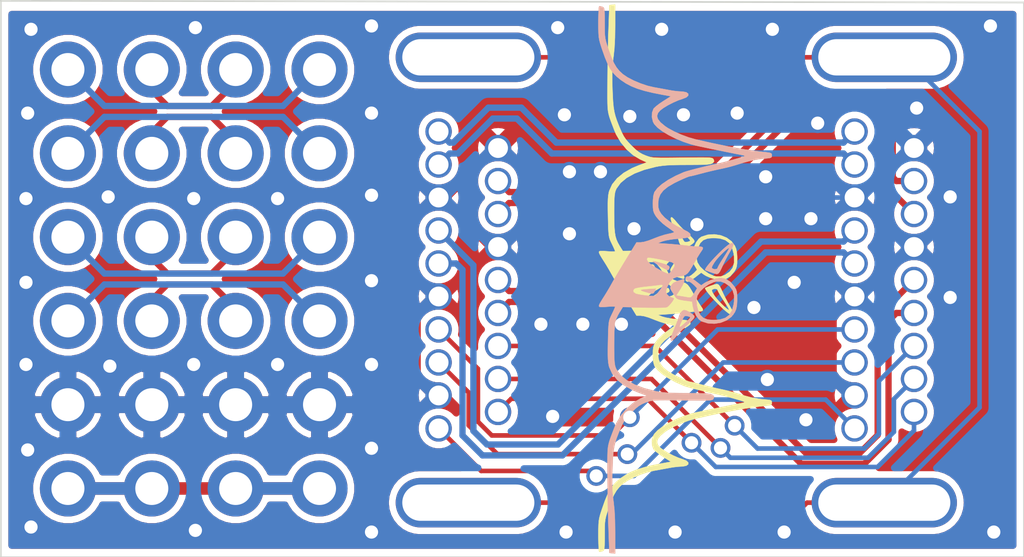
<source format=kicad_pcb>
(kicad_pcb (version 20171130) (host pcbnew 5.1.10)

  (general
    (thickness 1.6)
    (drawings 4)
    (tracks 229)
    (zones 0)
    (modules 6)
    (nets 26)
  )

  (page A4)
  (layers
    (0 F.Cu signal)
    (31 B.Cu signal)
    (32 B.Adhes user)
    (33 F.Adhes user)
    (34 B.Paste user)
    (35 F.Paste user)
    (36 B.SilkS user)
    (37 F.SilkS user)
    (38 B.Mask user)
    (39 F.Mask user)
    (40 Dwgs.User user)
    (41 Cmts.User user)
    (42 Eco1.User user)
    (43 Eco2.User user)
    (44 Edge.Cuts user)
    (45 Margin user)
    (46 B.CrtYd user)
    (47 F.CrtYd user)
    (48 B.Fab user)
    (49 F.Fab user)
  )

  (setup
    (last_trace_width 0.1397)
    (trace_clearance 0.1397)
    (zone_clearance 0.2032)
    (zone_45_only yes)
    (trace_min 0.127)
    (via_size 0.6)
    (via_drill 0.4)
    (via_min_size 0.4)
    (via_min_drill 0.3)
    (uvia_size 0.3)
    (uvia_drill 0.1)
    (uvias_allowed no)
    (uvia_min_size 0.2)
    (uvia_min_drill 0.1)
    (edge_width 0.05)
    (segment_width 0.2)
    (pcb_text_width 0.3)
    (pcb_text_size 1.5 1.5)
    (mod_edge_width 0.12)
    (mod_text_size 1 1)
    (mod_text_width 0.15)
    (pad_size 1.524 1.524)
    (pad_drill 0.762)
    (pad_to_mask_clearance 0)
    (aux_axis_origin 0 0)
    (visible_elements FFFFFF7F)
    (pcbplotparams
      (layerselection 0x010fc_ffffffff)
      (usegerberextensions false)
      (usegerberattributes true)
      (usegerberadvancedattributes true)
      (creategerberjobfile true)
      (excludeedgelayer true)
      (linewidth 0.100000)
      (plotframeref false)
      (viasonmask false)
      (mode 1)
      (useauxorigin false)
      (hpglpennumber 1)
      (hpglpenspeed 20)
      (hpglpendiameter 15.000000)
      (psnegative false)
      (psa4output false)
      (plotreference true)
      (plotvalue true)
      (plotinvisibletext false)
      (padsonsilk false)
      (subtractmaskfromsilk false)
      (outputformat 1)
      (mirror false)
      (drillshape 0)
      (scaleselection 1)
      (outputdirectory ""))
  )

  (net 0 "")
  (net 1 "Net-(J2-PadSH)")
  (net 2 "Net-(J2-Pad19)")
  (net 3 "Net-(J2-Pad18)")
  (net 4 "Net-(J2-Pad16)")
  (net 5 "Net-(J2-Pad15)")
  (net 6 "Net-(J2-Pad14)")
  (net 7 "Net-(J2-Pad13)")
  (net 8 /3V3)
  (net 9 /GND)
  (net 10 /p2_N)
  (net 11 /p4_N)
  (net 12 /p2_P)
  (net 13 /p4_P)
  (net 14 /p1_N)
  (net 15 /p3_N)
  (net 16 /p1_P)
  (net 17 /p3_P)
  (net 18 /CLK_N)
  (net 19 /CLK_P)
  (net 20 /D0_N)
  (net 21 /D0_P)
  (net 22 /D1_N)
  (net 23 /D1_P)
  (net 24 /D2_N)
  (net 25 /D2_P)

  (net_class Default "This is the default net class."
    (clearance 0.1397)
    (trace_width 0.1397)
    (via_dia 0.6)
    (via_drill 0.4)
    (uvia_dia 0.3)
    (uvia_drill 0.1)
    (diff_pair_width 0.1905)
    (diff_pair_gap 0.1397)
    (add_net /3V3)
    (add_net /CLK_N)
    (add_net /CLK_P)
    (add_net /D0_N)
    (add_net /D0_P)
    (add_net /D1_N)
    (add_net /D1_P)
    (add_net /D2_N)
    (add_net /D2_P)
    (add_net /GND)
    (add_net /p1_N)
    (add_net /p1_P)
    (add_net /p2_N)
    (add_net /p2_P)
    (add_net /p3_N)
    (add_net /p3_P)
    (add_net /p4_N)
    (add_net /p4_P)
    (add_net "Net-(J2-Pad13)")
    (add_net "Net-(J2-Pad14)")
    (add_net "Net-(J2-Pad15)")
    (add_net "Net-(J2-Pad16)")
    (add_net "Net-(J2-Pad18)")
    (add_net "Net-(J2-Pad19)")
    (add_net "Net-(J2-PadSH)")
  )

  (module ymm:pynqsdr4 (layer B.Cu) (tedit 0) (tstamp 619139DB)
    (at 44.196 32.004 90)
    (fp_text reference G*** (at 0 0 270) (layer B.SilkS) hide
      (effects (font (size 1.524 1.524) (thickness 0.3)) (justify mirror))
    )
    (fp_text value LOGO (at 0.75 0 270) (layer B.SilkS) hide
      (effects (font (size 1.524 1.524) (thickness 0.3)) (justify mirror))
    )
    (fp_poly (pts (xy 4.042376 2.519941) (xy 4.068172 2.498235) (xy 4.084072 2.445274) (xy 4.096263 2.347326)
      (xy 4.100611 2.301875) (xy 4.138607 1.981554) (xy 4.197858 1.60502) (xy 4.277734 1.175668)
      (xy 4.377606 0.696897) (xy 4.488793 0.206375) (xy 4.548845 -0.002758) (xy 4.631023 -0.223945)
      (xy 4.726357 -0.436464) (xy 4.825878 -0.619596) (xy 4.88446 -0.707552) (xy 5.001468 -0.847979)
      (xy 5.104354 -0.929661) (xy 5.198478 -0.954294) (xy 5.289195 -0.923572) (xy 5.363929 -0.859198)
      (xy 5.439654 -0.759509) (xy 5.523651 -0.619858) (xy 5.605244 -0.460886) (xy 5.673757 -0.303239)
      (xy 5.715377 -0.179672) (xy 5.761906 -0.064178) (xy 5.81689 -0.007869) (xy 5.870672 -0.009067)
      (xy 5.913593 -0.066097) (xy 5.935995 -0.17728) (xy 5.937275 -0.2182) (xy 5.943774 -0.327995)
      (xy 5.960669 -0.467088) (xy 5.980979 -0.587375) (xy 6.010148 -0.740336) (xy 6.042012 -0.914271)
      (xy 6.065545 -1.04775) (xy 6.111614 -1.242244) (xy 6.182548 -1.453157) (xy 6.269998 -1.660682)
      (xy 6.36561 -1.845012) (xy 6.461035 -1.986338) (xy 6.461531 -1.986944) (xy 6.559443 -2.093215)
      (xy 6.669004 -2.18193) (xy 6.802814 -2.260455) (xy 6.973473 -2.336158) (xy 7.193583 -2.416408)
      (xy 7.199327 -2.418366) (xy 7.341771 -2.466048) (xy 7.453114 -2.499293) (xy 7.550861 -2.520704)
      (xy 7.65252 -2.532881) (xy 7.775599 -2.538426) (xy 7.937604 -2.53994) (xy 8.017979 -2.54)
      (xy 8.197793 -2.540384) (xy 8.324301 -2.542532) (xy 8.407698 -2.547935) (xy 8.458178 -2.558084)
      (xy 8.485934 -2.574471) (xy 8.501161 -2.598586) (xy 8.506295 -2.611437) (xy 8.522054 -2.67582)
      (xy 8.519273 -2.706687) (xy 8.484268 -2.715001) (xy 8.397179 -2.722049) (xy 8.269416 -2.727279)
      (xy 8.11239 -2.730135) (xy 8.029167 -2.7305) (xy 7.84235 -2.729843) (xy 7.702321 -2.726336)
      (xy 7.592371 -2.717671) (xy 7.49579 -2.701542) (xy 7.395869 -2.675643) (xy 7.275898 -2.637665)
      (xy 7.218645 -2.618606) (xy 6.974129 -2.53232) (xy 6.780491 -2.451978) (xy 6.626432 -2.370622)
      (xy 6.500653 -2.281292) (xy 6.391858 -2.177028) (xy 6.288748 -2.050871) (xy 6.281785 -2.041493)
      (xy 6.183484 -1.894264) (xy 6.099139 -1.734152) (xy 6.025523 -1.551619) (xy 5.959413 -1.337125)
      (xy 5.897582 -1.081133) (xy 5.836805 -0.774105) (xy 5.818383 -0.671124) (xy 5.794096 -0.532624)
      (xy 5.643224 -0.770791) (xy 5.565576 -0.885344) (xy 5.490026 -0.983238) (xy 5.429417 -1.048244)
      (xy 5.414292 -1.060104) (xy 5.297686 -1.103463) (xy 5.157771 -1.108224) (xy 5.020756 -1.075541)
      (xy 4.952844 -1.039812) (xy 4.845436 -0.940905) (xy 4.731801 -0.791437) (xy 4.618015 -0.603144)
      (xy 4.510156 -0.387763) (xy 4.414299 -0.157028) (xy 4.336521 0.077324) (xy 4.299381 0.22225)
      (xy 4.272934 0.343511) (xy 4.239004 0.503268) (xy 4.200251 0.688544) (xy 4.159336 0.886361)
      (xy 4.11892 1.083743) (xy 4.081664 1.26771) (xy 4.050227 1.425286) (xy 4.027271 1.543493)
      (xy 4.01719 1.598682) (xy 4.001174 1.672464) (xy 3.986525 1.707575) (xy 3.983069 1.707653)
      (xy 3.967076 1.670336) (xy 3.939347 1.585233) (xy 3.903747 1.466113) (xy 3.864142 1.326743)
      (xy 3.824398 1.180892) (xy 3.78838 1.042328) (xy 3.759954 0.924818) (xy 3.74875 0.873125)
      (xy 3.717402 0.726699) (xy 3.678271 0.556939) (xy 3.634957 0.378088) (xy 3.591058 0.204392)
      (xy 3.550175 0.050095) (xy 3.515906 -0.070558) (xy 3.49203 -0.142875) (xy 3.380238 -0.393414)
      (xy 3.258064 -0.616267) (xy 3.131356 -0.802829) (xy 3.005962 -0.944495) (xy 2.88773 -1.03266)
      (xy 2.887191 -1.032939) (xy 2.791878 -1.061373) (xy 2.64706 -1.077003) (xy 2.54702 -1.0795)
      (xy 2.414283 -1.077023) (xy 2.322244 -1.065842) (xy 2.248173 -1.040328) (xy 2.169342 -0.994853)
      (xy 2.147561 -0.980591) (xy 2.045872 -0.896773) (xy 1.935427 -0.77972) (xy 1.850869 -0.671028)
      (xy 1.77924 -0.569309) (xy 1.720565 -0.487213) (xy 1.685166 -0.439148) (xy 1.681086 -0.434047)
      (xy 1.664673 -0.448325) (xy 1.643791 -0.511453) (xy 1.624425 -0.602132) (xy 1.59465 -0.725836)
      (xy 1.546722 -0.877857) (xy 1.489948 -1.029251) (xy 1.477715 -1.05839) (xy 1.419178 -1.210847)
      (xy 1.379811 -1.34676) (xy 1.365251 -1.446641) (xy 1.36525 -1.447328) (xy 1.36525 -1.574419)
      (xy 0.821984 -1.906397) (xy 0.642127 -2.015637) (xy 0.468034 -2.120166) (xy 0.311728 -2.212855)
      (xy 0.185235 -2.286574) (xy 0.100579 -2.334193) (xy 0.099672 -2.334681) (xy -0.031782 -2.408656)
      (xy -0.175388 -2.494278) (xy -0.255023 -2.544176) (xy -0.389089 -2.629242) (xy -0.480086 -2.682786)
      (xy -0.537349 -2.709149) (xy -0.570211 -2.712674) (xy -0.587364 -2.698767) (xy -0.59426 -2.653089)
      (xy -0.593619 -2.563458) (xy -0.585606 -2.448953) (xy -0.585189 -2.444681) (xy -0.577551 -2.335503)
      (xy -0.577955 -2.256222) (xy -0.586249 -2.222726) (xy -0.587314 -2.2225) (xy -0.625759 -2.235619)
      (xy -0.704503 -2.270166) (xy -0.807174 -2.318924) (xy -0.816725 -2.323614) (xy -0.88911 -2.358571)
      (xy -0.951394 -2.384583) (xy -1.014761 -2.403227) (xy -1.090394 -2.416082) (xy -1.189474 -2.424727)
      (xy -1.323185 -2.430739) (xy -1.502709 -2.435696) (xy -1.63227 -2.438711) (xy -1.861668 -2.442897)
      (xy -2.038481 -2.443236) (xy -2.173538 -2.439223) (xy -2.277666 -2.430355) (xy -2.361693 -2.416128)
      (xy -2.415877 -2.402269) (xy -2.614588 -2.312183) (xy -2.798585 -2.163913) (xy -2.964083 -1.961832)
      (xy -3.107295 -1.710309) (xy -3.192998 -1.505133) (xy -3.281041 -1.263735) (xy -3.371844 -1.463769)
      (xy -3.499 -1.676647) (xy -3.676295 -1.877143) (xy -3.890367 -2.053299) (xy -4.127857 -2.193156)
      (xy -4.241369 -2.242039) (xy -4.4074 -2.305582) (xy -4.538955 -2.355222) (xy -4.647115 -2.39265)
      (xy -4.742958 -2.419555) (xy -4.837563 -2.437627) (xy -4.942009 -2.448557) (xy -5.067376 -2.454035)
      (xy -5.224743 -2.45575) (xy -5.425188 -2.455394) (xy -5.635625 -2.454728) (xy -5.920832 -2.45293)
      (xy -6.242289 -2.44886) (xy -6.576548 -2.442948) (xy -6.900158 -2.435622) (xy -7.189668 -2.427312)
      (xy -7.254875 -2.425099) (xy -8.048625 -2.397125) (xy -8.058672 -2.309812) (xy -8.068718 -2.2225)
      (xy -7.437202 -2.2225) (xy -7.061387 -2.227793) (xy -6.747905 -2.243669) (xy -6.49689 -2.270121)
      (xy -6.474655 -2.273435) (xy -6.31513 -2.294313) (xy -6.152006 -2.307138) (xy -5.969087 -2.3125)
      (xy -5.750175 -2.310991) (xy -5.572125 -2.306329) (xy -5.321579 -2.2972) (xy -5.12132 -2.285945)
      (xy -4.958136 -2.270237) (xy -4.818816 -2.247746) (xy -4.690146 -2.216145) (xy -4.558915 -2.173105)
      (xy -4.41191 -2.116297) (xy -4.349974 -2.090951) (xy -4.192731 -2.023045) (xy -4.075039 -1.962343)
      (xy -3.976352 -1.895537) (xy -3.876125 -1.809321) (xy -3.795808 -1.73203) (xy -3.676095 -1.608063)
      (xy -3.593075 -1.504401) (xy -3.533417 -1.402234) (xy -3.490827 -1.30175) (xy -3.468297 -1.240409)
      (xy -3.450707 -1.184457) (xy -3.437555 -1.125468) (xy -3.428339 -1.055014) (xy -3.422558 -0.964668)
      (xy -3.41971 -0.846004) (xy -3.419294 -0.690594) (xy -3.420808 -0.490012) (xy -3.42375 -0.235829)
      (xy -3.424371 -0.18545) (xy -3.4275 0.078577) (xy -3.429334 0.286222) (xy -3.429471 0.444598)
      (xy -3.427505 0.560819) (xy -3.423033 0.641996) (xy -3.41565 0.695242) (xy -3.404952 0.72767)
      (xy -3.390535 0.746393) (xy -3.371995 0.758522) (xy -3.370687 0.759225) (xy -3.315595 0.775573)
      (xy -3.271899 0.744277) (xy -3.256254 0.723298) (xy -3.239381 0.689545) (xy -3.226671 0.637405)
      (xy -3.217573 0.558585) (xy -3.211538 0.444792) (xy -3.208017 0.287734) (xy -3.206458 0.07912)
      (xy -3.206253 -0.030877) (xy -3.204896 -0.284117) (xy -3.20073 -0.485978) (xy -3.192995 -0.648545)
      (xy -3.180933 -0.783905) (xy -3.163784 -0.904146) (xy -3.145353 -1.000125) (xy -3.056014 -1.343177)
      (xy -2.944431 -1.635101) (xy -2.812011 -1.873504) (xy -2.660158 -2.055992) (xy -2.490279 -2.180172)
      (xy -2.437833 -2.20494) (xy -2.377017 -2.224056) (xy -2.293653 -2.237782) (xy -2.17807 -2.246803)
      (xy -2.020598 -2.251809) (xy -1.811568 -2.253486) (xy -1.755208 -2.253473) (xy -1.509438 -2.251559)
      (xy -1.31617 -2.245376) (xy -1.164451 -2.233129) (xy -1.043333 -2.213023) (xy -0.941863 -2.183263)
      (xy -0.849091 -2.142052) (xy -0.757892 -2.089955) (xy -0.59435 -1.989326) (xy -0.610912 -1.353022)
      (xy -0.614832 -1.143232) (xy -0.615028 -1.066178) (xy -0.262148 -1.066178) (xy -0.259175 -1.156569)
      (xy -0.24901 -1.272486) (xy -0.233691 -1.395447) (xy -0.21526 -1.506968) (xy -0.195758 -1.588568)
      (xy -0.191858 -1.599804) (xy -0.145452 -1.667684) (xy -0.086464 -1.677699) (xy -0.035793 -1.639995)
      (xy -0.01803 -1.591843) (xy 0.001725 -1.495858) (xy 0.020663 -1.367521) (xy 0.031909 -1.266933)
      (xy 0.046923 -1.121521) (xy 0.061608 -0.993927) (xy 0.073922 -0.901185) (xy 0.079805 -0.867133)
      (xy 0.080959 -0.80523) (xy 0.066632 -0.77981) (xy 0.031274 -0.789949) (xy -0.034362 -0.830006)
      (xy -0.113372 -0.887401) (xy -0.188851 -0.949556) (xy -0.243895 -1.003891) (xy -0.255888 -1.019795)
      (xy -0.262148 -1.066178) (xy -0.615028 -1.066178) (xy -0.615303 -0.9586) (xy -0.612503 -0.808733)
      (xy -0.606608 -0.703238) (xy -0.597948 -0.652046) (xy -0.56012 -0.604132) (xy -0.493389 -0.54337)
      (xy -0.418667 -0.486407) (xy -0.356862 -0.449889) (xy -0.337263 -0.4445) (xy -0.320929 -0.471199)
      (xy -0.304563 -0.523473) (xy -0.262996 -0.601177) (xy -0.210891 -0.650835) (xy -0.158092 -0.678504)
      (xy -0.104701 -0.681445) (xy -0.025082 -0.659558) (xy 0.002467 -0.650004) (xy 0.075986 -0.613678)
      (xy 0.41275 -0.613678) (xy 0.428785 -0.670059) (xy 0.47096 -0.763008) (xy 0.530379 -0.876134)
      (xy 0.598145 -0.993046) (xy 0.665362 -1.097353) (xy 0.703379 -1.14916) (xy 0.788382 -1.238218)
      (xy 0.855531 -1.269173) (xy 0.903027 -1.241211) (xy 0.903917 -1.239798) (xy 0.905771 -1.196957)
      (xy 0.895297 -1.108018) (xy 0.87556 -0.988488) (xy 0.84962 -0.853876) (xy 0.820539 -0.719691)
      (xy 0.791379 -0.601441) (xy 0.765202 -0.514636) (xy 0.756366 -0.49244) (xy 0.714045 -0.433625)
      (xy 0.672588 -0.41275) (xy 0.615368 -0.431846) (xy 0.540692 -0.478508) (xy 0.469173 -0.536795)
      (xy 0.421427 -0.590764) (xy 0.41275 -0.613678) (xy 0.075986 -0.613678) (xy 0.165471 -0.569464)
      (xy 0.273211 -0.460757) (xy 0.328967 -0.320312) (xy 0.334061 -0.288927) (xy 0.352417 -0.176599)
      (xy 0.380466 -0.093837) (xy 0.429081 -0.027402) (xy 0.509133 0.035944) (xy 0.631493 0.109437)
      (xy 0.686327 0.140007) (xy 0.818923 0.215132) (xy 0.941649 0.287904) (xy 1.036361 0.347422)
      (xy 1.069444 0.370194) (xy 1.156878 0.427224) (xy 1.208054 0.435484) (xy 1.232125 0.390294)
      (xy 1.238247 0.286975) (xy 1.23825 0.283895) (xy 1.243086 0.162828) (xy 1.255591 0.016377)
      (xy 1.268396 -0.089168) (xy 1.2843 -0.219599) (xy 1.300801 -0.384851) (xy 1.315137 -0.556331)
      (xy 1.319517 -0.618302) (xy 1.340492 -0.934979) (xy 1.395839 -0.789175) (xy 1.422791 -0.69177)
      (xy 1.448183 -0.554229) (xy 1.468037 -0.399872) (xy 1.474196 -0.329889) (xy 1.487238 -0.191999)
      (xy 1.503593 -0.076187) (xy 1.520735 0.001655) (xy 1.530366 0.023547) (xy 1.580644 0.06036)
      (xy 1.631844 0.045075) (xy 1.688245 -0.025655) (xy 1.751569 -0.149518) (xy 1.863842 -0.369137)
      (xy 1.988527 -0.564974) (xy 2.11644 -0.724005) (xy 2.229326 -0.826794) (xy 2.328201 -0.887443)
      (xy 2.425049 -0.915082) (xy 2.530465 -0.92075) (xy 2.6848 -0.90532) (xy 2.818155 -0.854936)
      (xy 2.937522 -0.763451) (xy 3.049892 -0.624722) (xy 3.162255 -0.432603) (xy 3.220987 -0.313826)
      (xy 3.280573 -0.184567) (xy 3.328215 -0.074791) (xy 3.358145 0.001811) (xy 3.3655 0.029206)
      (xy 3.373487 0.075161) (xy 3.394843 0.166022) (xy 3.425662 0.28559) (xy 3.44119 0.343033)
      (xy 3.484837 0.509735) (xy 3.529721 0.693217) (xy 3.566899 0.856774) (xy 3.570376 0.873125)
      (xy 3.606094 1.039504) (xy 3.637154 1.173618) (xy 3.669198 1.296651) (xy 3.70787 1.429784)
      (xy 3.758809 1.594203) (xy 3.781791 1.666875) (xy 3.848654 1.915142) (xy 3.891806 2.155949)
      (xy 3.901808 2.25425) (xy 3.91208 2.384905) (xy 3.923006 2.4647) (xy 3.939166 2.506155)
      (xy 3.965136 2.521787) (xy 4.0005 2.524125) (xy 4.042376 2.519941)) (layer B.SilkS) (width 0.01))
    (fp_poly (pts (xy -0.224258 1.470383) (xy -0.130454 1.460096) (xy -0.057943 1.43695) (xy 0.014329 1.396292)
      (xy 0.029769 1.386205) (xy 0.170814 1.263907) (xy 0.257635 1.122493) (xy 0.285631 0.977423)
      (xy 0.268341 0.837337) (xy 0.223058 0.678345) (xy 0.160021 0.532237) (xy 0.122131 0.469788)
      (xy 0.061276 0.38395) (xy 0.206281 0.197225) (xy 0.292456 0.074604) (xy 0.331173 -0.009864)
      (xy 0.330996 -0.042375) (xy 0.292797 -0.090123) (xy 0.244885 -0.080984) (xy 0.198388 -0.01805)
      (xy 0.192045 -0.003729) (xy 0.142471 0.08114) (xy 0.072041 0.166239) (xy 0.064173 0.17398)
      (xy -0.02579 0.26017) (xy -0.174319 0.173127) (xy -0.260042 0.119241) (xy -0.301477 0.077274)
      (xy -0.310758 0.03001) (xy -0.30515 -0.012521) (xy -0.288343 -0.110892) (xy -0.269949 -0.225003)
      (xy -0.267149 -0.243057) (xy -0.246846 -0.37499) (xy -0.055001 -0.250995) (xy 0.068613 -0.178598)
      (xy 0.16513 -0.136867) (xy 0.227342 -0.127696) (xy 0.248038 -0.152979) (xy 0.24328 -0.172639)
      (xy 0.223891 -0.231995) (xy 0.198325 -0.320425) (xy 0.192995 -0.339983) (xy 0.134385 -0.458905)
      (xy 0.069995 -0.514987) (xy 0.007979 -0.546763) (xy -0.039745 -0.547371) (xy -0.102097 -0.51438)
      (xy -0.126626 -0.498455) (xy -0.213949 -0.442386) (xy -0.290035 -0.395506) (xy -0.299072 -0.390186)
      (xy -0.337742 -0.353548) (xy -0.365838 -0.287317) (xy -0.388512 -0.177284) (xy -0.396875 -0.120311)
      (xy -0.428625 0.111125) (xy -0.555625 0.128163) (xy -0.711601 0.165885) (xy -0.854483 0.230506)
      (xy -0.966753 0.312263) (xy -1.026179 0.390341) (xy -1.087201 0.582061) (xy -1.098595 0.755018)
      (xy -0.989853 0.755018) (xy -0.975119 0.578946) (xy -0.92594 0.448346) (xy -0.834849 0.354496)
      (xy -0.69438 0.288677) (xy -0.561137 0.254294) (xy -0.391784 0.23787) (xy -0.250361 0.269138)
      (xy -0.127129 0.345172) (xy -0.01046 0.463507) (xy 0.089542 0.609301) (xy 0.158805 0.759542)
      (xy 0.180661 0.848565) (xy 0.177202 0.979424) (xy 0.13133 1.102762) (xy 0.035422 1.244953)
      (xy -0.085138 1.33655) (xy -0.237419 1.380438) (xy -0.428485 1.3795) (xy -0.516844 1.367305)
      (xy -0.700927 1.317435) (xy -0.835966 1.234575) (xy -0.92625 1.113174) (xy -0.976069 0.947678)
      (xy -0.989853 0.755018) (xy -1.098595 0.755018) (xy -1.100382 0.782129) (xy -1.069206 0.977595)
      (xy -0.997157 1.155504) (xy -0.88772 1.302905) (xy -0.754028 1.401991) (xy -0.661619 1.440982)
      (xy -0.558585 1.462907) (xy -0.422782 1.471731) (xy -0.360408 1.472468) (xy -0.224258 1.470383)) (layer B.SilkS) (width 0.01))
    (fp_poly (pts (xy -0.858091 0.167793) (xy -0.806223 0.110166) (xy -0.804925 0.10854) (xy -0.745428 0.020403)
      (xy -0.702259 -0.066583) (xy -0.700797 -0.070648) (xy -0.687337 -0.137876) (xy -0.713606 -0.187757)
      (xy -0.752334 -0.221461) (xy -0.820179 -0.266253) (xy -0.87127 -0.285723) (xy -0.872399 -0.28575)
      (xy -0.916304 -0.29741) (xy -1.00433 -0.328873) (xy -1.122261 -0.374865) (xy -1.21468 -0.41275)
      (xy -1.383501 -0.480717) (xy -1.501899 -0.52173) (xy -1.576203 -0.537321) (xy -1.612744 -0.529023)
      (xy -1.61925 -0.5107) (xy -1.596212 -0.477044) (xy -1.536311 -0.418773) (xy -1.466491 -0.359888)
      (xy -1.362509 -0.269178) (xy -1.354483 -0.261374) (xy -1.203431 -0.261374) (xy -1.1866 -0.275282)
      (xy -1.119967 -0.253926) (xy -1.001458 -0.198387) (xy -0.976313 -0.18578) (xy -0.897903 -0.143114)
      (xy -0.864857 -0.106855) (xy -0.865416 -0.055667) (xy -0.877602 -0.006639) (xy -0.891015 0.035387)
      (xy -0.908835 0.051218) (xy -0.940393 0.035864) (xy -0.99502 -0.015667) (xy -1.082046 -0.108364)
      (xy -1.095989 -0.123443) (xy -1.172536 -0.211121) (xy -1.203431 -0.261374) (xy -1.354483 -0.261374)
      (xy -1.246382 -0.156275) (xy -1.15944 -0.0635) (xy -1.073979 0.029675) (xy -0.996421 0.108138)
      (xy -0.943139 0.155345) (xy -0.942003 0.156165) (xy -0.896156 0.180627) (xy -0.858091 0.167793)) (layer B.SilkS) (width 0.01))
    (fp_poly (pts (xy 1.335612 1.35695) (xy 1.341357 1.313797) (xy 1.330507 1.275063) (xy 1.294766 1.212989)
      (xy 1.225909 1.12575) (xy 1.132603 1.021611) (xy 1.023514 0.908834) (xy 0.907311 0.795681)
      (xy 0.792661 0.690417) (xy 0.688231 0.601303) (xy 0.602689 0.536604) (xy 0.544702 0.504581)
      (xy 0.524627 0.506783) (xy 0.504105 0.55259) (xy 0.471739 0.637471) (xy 0.445366 0.711858)
      (xy 0.416558 0.798754) (xy 0.548027 0.798754) (xy 0.555715 0.761716) (xy 0.574524 0.717635)
      (xy 0.602719 0.703825) (xy 0.653787 0.721996) (xy 0.741218 0.773859) (xy 0.763721 0.788086)
      (xy 0.838433 0.84343) (xy 0.926694 0.92034) (xy 1.017434 1.007458) (xy 1.099579 1.093423)
      (xy 1.162057 1.166877) (xy 1.193796 1.21646) (xy 1.194033 1.22955) (xy 1.163373 1.219204)
      (xy 1.091934 1.179989) (xy 0.991491 1.118679) (xy 0.910448 1.066388) (xy 0.794129 0.991808)
      (xy 0.696078 0.932686) (xy 0.629157 0.89657) (xy 0.608167 0.889) (xy 0.560729 0.863368)
      (xy 0.548027 0.798754) (xy 0.416558 0.798754) (xy 0.416043 0.800305) (xy 0.406273 0.861552)
      (xy 0.424073 0.907084) (xy 0.477459 0.948387) (xy 0.57445 0.996946) (xy 0.676684 1.043256)
      (xy 0.819091 1.111886) (xy 0.970478 1.191588) (xy 1.077712 1.25304) (xy 1.207833 1.326924)
      (xy 1.292452 1.361443) (xy 1.335612 1.35695)) (layer B.SilkS) (width 0.01))
    (fp_poly (pts (xy -0.054092 -1.200998) (xy -0.064552 -1.338487) (xy -0.074597 -1.416159) (xy -0.087171 -1.437604)
      (xy -0.105219 -1.406417) (xy -0.131686 -1.326189) (xy -0.138445 -1.303924) (xy -0.172791 -1.184051)
      (xy -0.18593 -1.109611) (xy -0.17662 -1.065756) (xy -0.143616 -1.037639) (xy -0.114977 -1.023531)
      (xy -0.039454 -0.989121) (xy -0.054092 -1.200998)) (layer B.SilkS) (width 0.01))
    (fp_poly (pts (xy 0.645683 -0.593706) (xy 0.683283 -0.662391) (xy 0.708933 -0.738187) (xy 0.754031 -0.892519)
      (xy 0.782531 -1.004597) (xy 0.792844 -1.067678) (xy 0.789254 -1.079228) (xy 0.768596 -1.054045)
      (xy 0.723456 -0.987191) (xy 0.662258 -0.891302) (xy 0.63877 -0.853489) (xy 0.570369 -0.737905)
      (xy 0.534964 -0.663674) (xy 0.528666 -0.620459) (xy 0.54352 -0.600247) (xy 0.602094 -0.575491)
      (xy 0.645683 -0.593706)) (layer B.SilkS) (width 0.01))
  )

  (module ymm:pynqsdr4 (layer F.Cu) (tedit 0) (tstamp 6191372A)
    (at 44.196 31.496 270)
    (fp_text reference G*** (at 0 0 90) (layer F.SilkS) hide
      (effects (font (size 1.524 1.524) (thickness 0.3)))
    )
    (fp_text value LOGO (at 0.75 0 90) (layer F.SilkS) hide
      (effects (font (size 1.524 1.524) (thickness 0.3)))
    )
    (fp_poly (pts (xy 4.042376 -2.519941) (xy 4.068172 -2.498235) (xy 4.084072 -2.445274) (xy 4.096263 -2.347326)
      (xy 4.100611 -2.301875) (xy 4.138607 -1.981554) (xy 4.197858 -1.60502) (xy 4.277734 -1.175668)
      (xy 4.377606 -0.696897) (xy 4.488793 -0.206375) (xy 4.548845 0.002758) (xy 4.631023 0.223945)
      (xy 4.726357 0.436464) (xy 4.825878 0.619596) (xy 4.88446 0.707552) (xy 5.001468 0.847979)
      (xy 5.104354 0.929661) (xy 5.198478 0.954294) (xy 5.289195 0.923572) (xy 5.363929 0.859198)
      (xy 5.439654 0.759509) (xy 5.523651 0.619858) (xy 5.605244 0.460886) (xy 5.673757 0.303239)
      (xy 5.715377 0.179672) (xy 5.761906 0.064178) (xy 5.81689 0.007869) (xy 5.870672 0.009067)
      (xy 5.913593 0.066097) (xy 5.935995 0.17728) (xy 5.937275 0.2182) (xy 5.943774 0.327995)
      (xy 5.960669 0.467088) (xy 5.980979 0.587375) (xy 6.010148 0.740336) (xy 6.042012 0.914271)
      (xy 6.065545 1.04775) (xy 6.111614 1.242244) (xy 6.182548 1.453157) (xy 6.269998 1.660682)
      (xy 6.36561 1.845012) (xy 6.461035 1.986338) (xy 6.461531 1.986944) (xy 6.559443 2.093215)
      (xy 6.669004 2.18193) (xy 6.802814 2.260455) (xy 6.973473 2.336158) (xy 7.193583 2.416408)
      (xy 7.199327 2.418366) (xy 7.341771 2.466048) (xy 7.453114 2.499293) (xy 7.550861 2.520704)
      (xy 7.65252 2.532881) (xy 7.775599 2.538426) (xy 7.937604 2.53994) (xy 8.017979 2.54)
      (xy 8.197793 2.540384) (xy 8.324301 2.542532) (xy 8.407698 2.547935) (xy 8.458178 2.558084)
      (xy 8.485934 2.574471) (xy 8.501161 2.598586) (xy 8.506295 2.611437) (xy 8.522054 2.67582)
      (xy 8.519273 2.706687) (xy 8.484268 2.715001) (xy 8.397179 2.722049) (xy 8.269416 2.727279)
      (xy 8.11239 2.730135) (xy 8.029167 2.7305) (xy 7.84235 2.729843) (xy 7.702321 2.726336)
      (xy 7.592371 2.717671) (xy 7.49579 2.701542) (xy 7.395869 2.675643) (xy 7.275898 2.637665)
      (xy 7.218645 2.618606) (xy 6.974129 2.53232) (xy 6.780491 2.451978) (xy 6.626432 2.370622)
      (xy 6.500653 2.281292) (xy 6.391858 2.177028) (xy 6.288748 2.050871) (xy 6.281785 2.041493)
      (xy 6.183484 1.894264) (xy 6.099139 1.734152) (xy 6.025523 1.551619) (xy 5.959413 1.337125)
      (xy 5.897582 1.081133) (xy 5.836805 0.774105) (xy 5.818383 0.671124) (xy 5.794096 0.532624)
      (xy 5.643224 0.770791) (xy 5.565576 0.885344) (xy 5.490026 0.983238) (xy 5.429417 1.048244)
      (xy 5.414292 1.060104) (xy 5.297686 1.103463) (xy 5.157771 1.108224) (xy 5.020756 1.075541)
      (xy 4.952844 1.039812) (xy 4.845436 0.940905) (xy 4.731801 0.791437) (xy 4.618015 0.603144)
      (xy 4.510156 0.387763) (xy 4.414299 0.157028) (xy 4.336521 -0.077324) (xy 4.299381 -0.22225)
      (xy 4.272934 -0.343511) (xy 4.239004 -0.503268) (xy 4.200251 -0.688544) (xy 4.159336 -0.886361)
      (xy 4.11892 -1.083743) (xy 4.081664 -1.26771) (xy 4.050227 -1.425286) (xy 4.027271 -1.543493)
      (xy 4.01719 -1.598682) (xy 4.001174 -1.672464) (xy 3.986525 -1.707575) (xy 3.983069 -1.707653)
      (xy 3.967076 -1.670336) (xy 3.939347 -1.585233) (xy 3.903747 -1.466113) (xy 3.864142 -1.326743)
      (xy 3.824398 -1.180892) (xy 3.78838 -1.042328) (xy 3.759954 -0.924818) (xy 3.74875 -0.873125)
      (xy 3.717402 -0.726699) (xy 3.678271 -0.556939) (xy 3.634957 -0.378088) (xy 3.591058 -0.204392)
      (xy 3.550175 -0.050095) (xy 3.515906 0.070558) (xy 3.49203 0.142875) (xy 3.380238 0.393414)
      (xy 3.258064 0.616267) (xy 3.131356 0.802829) (xy 3.005962 0.944495) (xy 2.88773 1.03266)
      (xy 2.887191 1.032939) (xy 2.791878 1.061373) (xy 2.64706 1.077003) (xy 2.54702 1.0795)
      (xy 2.414283 1.077023) (xy 2.322244 1.065842) (xy 2.248173 1.040328) (xy 2.169342 0.994853)
      (xy 2.147561 0.980591) (xy 2.045872 0.896773) (xy 1.935427 0.77972) (xy 1.850869 0.671028)
      (xy 1.77924 0.569309) (xy 1.720565 0.487213) (xy 1.685166 0.439148) (xy 1.681086 0.434047)
      (xy 1.664673 0.448325) (xy 1.643791 0.511453) (xy 1.624425 0.602132) (xy 1.59465 0.725836)
      (xy 1.546722 0.877857) (xy 1.489948 1.029251) (xy 1.477715 1.05839) (xy 1.419178 1.210847)
      (xy 1.379811 1.34676) (xy 1.365251 1.446641) (xy 1.36525 1.447328) (xy 1.36525 1.574419)
      (xy 0.821984 1.906397) (xy 0.642127 2.015637) (xy 0.468034 2.120166) (xy 0.311728 2.212855)
      (xy 0.185235 2.286574) (xy 0.100579 2.334193) (xy 0.099672 2.334681) (xy -0.031782 2.408656)
      (xy -0.175388 2.494278) (xy -0.255023 2.544176) (xy -0.389089 2.629242) (xy -0.480086 2.682786)
      (xy -0.537349 2.709149) (xy -0.570211 2.712674) (xy -0.587364 2.698767) (xy -0.59426 2.653089)
      (xy -0.593619 2.563458) (xy -0.585606 2.448953) (xy -0.585189 2.444681) (xy -0.577551 2.335503)
      (xy -0.577955 2.256222) (xy -0.586249 2.222726) (xy -0.587314 2.2225) (xy -0.625759 2.235619)
      (xy -0.704503 2.270166) (xy -0.807174 2.318924) (xy -0.816725 2.323614) (xy -0.88911 2.358571)
      (xy -0.951394 2.384583) (xy -1.014761 2.403227) (xy -1.090394 2.416082) (xy -1.189474 2.424727)
      (xy -1.323185 2.430739) (xy -1.502709 2.435696) (xy -1.63227 2.438711) (xy -1.861668 2.442897)
      (xy -2.038481 2.443236) (xy -2.173538 2.439223) (xy -2.277666 2.430355) (xy -2.361693 2.416128)
      (xy -2.415877 2.402269) (xy -2.614588 2.312183) (xy -2.798585 2.163913) (xy -2.964083 1.961832)
      (xy -3.107295 1.710309) (xy -3.192998 1.505133) (xy -3.281041 1.263735) (xy -3.371844 1.463769)
      (xy -3.499 1.676647) (xy -3.676295 1.877143) (xy -3.890367 2.053299) (xy -4.127857 2.193156)
      (xy -4.241369 2.242039) (xy -4.4074 2.305582) (xy -4.538955 2.355222) (xy -4.647115 2.39265)
      (xy -4.742958 2.419555) (xy -4.837563 2.437627) (xy -4.942009 2.448557) (xy -5.067376 2.454035)
      (xy -5.224743 2.45575) (xy -5.425188 2.455394) (xy -5.635625 2.454728) (xy -5.920832 2.45293)
      (xy -6.242289 2.44886) (xy -6.576548 2.442948) (xy -6.900158 2.435622) (xy -7.189668 2.427312)
      (xy -7.254875 2.425099) (xy -8.048625 2.397125) (xy -8.058672 2.309812) (xy -8.068718 2.2225)
      (xy -7.437202 2.2225) (xy -7.061387 2.227793) (xy -6.747905 2.243669) (xy -6.49689 2.270121)
      (xy -6.474655 2.273435) (xy -6.31513 2.294313) (xy -6.152006 2.307138) (xy -5.969087 2.3125)
      (xy -5.750175 2.310991) (xy -5.572125 2.306329) (xy -5.321579 2.2972) (xy -5.12132 2.285945)
      (xy -4.958136 2.270237) (xy -4.818816 2.247746) (xy -4.690146 2.216145) (xy -4.558915 2.173105)
      (xy -4.41191 2.116297) (xy -4.349974 2.090951) (xy -4.192731 2.023045) (xy -4.075039 1.962343)
      (xy -3.976352 1.895537) (xy -3.876125 1.809321) (xy -3.795808 1.73203) (xy -3.676095 1.608063)
      (xy -3.593075 1.504401) (xy -3.533417 1.402234) (xy -3.490827 1.30175) (xy -3.468297 1.240409)
      (xy -3.450707 1.184457) (xy -3.437555 1.125468) (xy -3.428339 1.055014) (xy -3.422558 0.964668)
      (xy -3.41971 0.846004) (xy -3.419294 0.690594) (xy -3.420808 0.490012) (xy -3.42375 0.235829)
      (xy -3.424371 0.18545) (xy -3.4275 -0.078577) (xy -3.429334 -0.286222) (xy -3.429471 -0.444598)
      (xy -3.427505 -0.560819) (xy -3.423033 -0.641996) (xy -3.41565 -0.695242) (xy -3.404952 -0.72767)
      (xy -3.390535 -0.746393) (xy -3.371995 -0.758522) (xy -3.370687 -0.759225) (xy -3.315595 -0.775573)
      (xy -3.271899 -0.744277) (xy -3.256254 -0.723298) (xy -3.239381 -0.689545) (xy -3.226671 -0.637405)
      (xy -3.217573 -0.558585) (xy -3.211538 -0.444792) (xy -3.208017 -0.287734) (xy -3.206458 -0.07912)
      (xy -3.206253 0.030877) (xy -3.204896 0.284117) (xy -3.20073 0.485978) (xy -3.192995 0.648545)
      (xy -3.180933 0.783905) (xy -3.163784 0.904146) (xy -3.145353 1.000125) (xy -3.056014 1.343177)
      (xy -2.944431 1.635101) (xy -2.812011 1.873504) (xy -2.660158 2.055992) (xy -2.490279 2.180172)
      (xy -2.437833 2.20494) (xy -2.377017 2.224056) (xy -2.293653 2.237782) (xy -2.17807 2.246803)
      (xy -2.020598 2.251809) (xy -1.811568 2.253486) (xy -1.755208 2.253473) (xy -1.509438 2.251559)
      (xy -1.31617 2.245376) (xy -1.164451 2.233129) (xy -1.043333 2.213023) (xy -0.941863 2.183263)
      (xy -0.849091 2.142052) (xy -0.757892 2.089955) (xy -0.59435 1.989326) (xy -0.610912 1.353022)
      (xy -0.614832 1.143232) (xy -0.615028 1.066178) (xy -0.262148 1.066178) (xy -0.259175 1.156569)
      (xy -0.24901 1.272486) (xy -0.233691 1.395447) (xy -0.21526 1.506968) (xy -0.195758 1.588568)
      (xy -0.191858 1.599804) (xy -0.145452 1.667684) (xy -0.086464 1.677699) (xy -0.035793 1.639995)
      (xy -0.01803 1.591843) (xy 0.001725 1.495858) (xy 0.020663 1.367521) (xy 0.031909 1.266933)
      (xy 0.046923 1.121521) (xy 0.061608 0.993927) (xy 0.073922 0.901185) (xy 0.079805 0.867133)
      (xy 0.080959 0.80523) (xy 0.066632 0.77981) (xy 0.031274 0.789949) (xy -0.034362 0.830006)
      (xy -0.113372 0.887401) (xy -0.188851 0.949556) (xy -0.243895 1.003891) (xy -0.255888 1.019795)
      (xy -0.262148 1.066178) (xy -0.615028 1.066178) (xy -0.615303 0.9586) (xy -0.612503 0.808733)
      (xy -0.606608 0.703238) (xy -0.597948 0.652046) (xy -0.56012 0.604132) (xy -0.493389 0.54337)
      (xy -0.418667 0.486407) (xy -0.356862 0.449889) (xy -0.337263 0.4445) (xy -0.320929 0.471199)
      (xy -0.304563 0.523473) (xy -0.262996 0.601177) (xy -0.210891 0.650835) (xy -0.158092 0.678504)
      (xy -0.104701 0.681445) (xy -0.025082 0.659558) (xy 0.002467 0.650004) (xy 0.075986 0.613678)
      (xy 0.41275 0.613678) (xy 0.428785 0.670059) (xy 0.47096 0.763008) (xy 0.530379 0.876134)
      (xy 0.598145 0.993046) (xy 0.665362 1.097353) (xy 0.703379 1.14916) (xy 0.788382 1.238218)
      (xy 0.855531 1.269173) (xy 0.903027 1.241211) (xy 0.903917 1.239798) (xy 0.905771 1.196957)
      (xy 0.895297 1.108018) (xy 0.87556 0.988488) (xy 0.84962 0.853876) (xy 0.820539 0.719691)
      (xy 0.791379 0.601441) (xy 0.765202 0.514636) (xy 0.756366 0.49244) (xy 0.714045 0.433625)
      (xy 0.672588 0.41275) (xy 0.615368 0.431846) (xy 0.540692 0.478508) (xy 0.469173 0.536795)
      (xy 0.421427 0.590764) (xy 0.41275 0.613678) (xy 0.075986 0.613678) (xy 0.165471 0.569464)
      (xy 0.273211 0.460757) (xy 0.328967 0.320312) (xy 0.334061 0.288927) (xy 0.352417 0.176599)
      (xy 0.380466 0.093837) (xy 0.429081 0.027402) (xy 0.509133 -0.035944) (xy 0.631493 -0.109437)
      (xy 0.686327 -0.140007) (xy 0.818923 -0.215132) (xy 0.941649 -0.287904) (xy 1.036361 -0.347422)
      (xy 1.069444 -0.370194) (xy 1.156878 -0.427224) (xy 1.208054 -0.435484) (xy 1.232125 -0.390294)
      (xy 1.238247 -0.286975) (xy 1.23825 -0.283895) (xy 1.243086 -0.162828) (xy 1.255591 -0.016377)
      (xy 1.268396 0.089168) (xy 1.2843 0.219599) (xy 1.300801 0.384851) (xy 1.315137 0.556331)
      (xy 1.319517 0.618302) (xy 1.340492 0.934979) (xy 1.395839 0.789175) (xy 1.422791 0.69177)
      (xy 1.448183 0.554229) (xy 1.468037 0.399872) (xy 1.474196 0.329889) (xy 1.487238 0.191999)
      (xy 1.503593 0.076187) (xy 1.520735 -0.001655) (xy 1.530366 -0.023547) (xy 1.580644 -0.06036)
      (xy 1.631844 -0.045075) (xy 1.688245 0.025655) (xy 1.751569 0.149518) (xy 1.863842 0.369137)
      (xy 1.988527 0.564974) (xy 2.11644 0.724005) (xy 2.229326 0.826794) (xy 2.328201 0.887443)
      (xy 2.425049 0.915082) (xy 2.530465 0.92075) (xy 2.6848 0.90532) (xy 2.818155 0.854936)
      (xy 2.937522 0.763451) (xy 3.049892 0.624722) (xy 3.162255 0.432603) (xy 3.220987 0.313826)
      (xy 3.280573 0.184567) (xy 3.328215 0.074791) (xy 3.358145 -0.001811) (xy 3.3655 -0.029206)
      (xy 3.373487 -0.075161) (xy 3.394843 -0.166022) (xy 3.425662 -0.28559) (xy 3.44119 -0.343033)
      (xy 3.484837 -0.509735) (xy 3.529721 -0.693217) (xy 3.566899 -0.856774) (xy 3.570376 -0.873125)
      (xy 3.606094 -1.039504) (xy 3.637154 -1.173618) (xy 3.669198 -1.296651) (xy 3.70787 -1.429784)
      (xy 3.758809 -1.594203) (xy 3.781791 -1.666875) (xy 3.848654 -1.915142) (xy 3.891806 -2.155949)
      (xy 3.901808 -2.25425) (xy 3.91208 -2.384905) (xy 3.923006 -2.4647) (xy 3.939166 -2.506155)
      (xy 3.965136 -2.521787) (xy 4.0005 -2.524125) (xy 4.042376 -2.519941)) (layer F.SilkS) (width 0.01))
    (fp_poly (pts (xy -0.224258 -1.470383) (xy -0.130454 -1.460096) (xy -0.057943 -1.43695) (xy 0.014329 -1.396292)
      (xy 0.029769 -1.386205) (xy 0.170814 -1.263907) (xy 0.257635 -1.122493) (xy 0.285631 -0.977423)
      (xy 0.268341 -0.837337) (xy 0.223058 -0.678345) (xy 0.160021 -0.532237) (xy 0.122131 -0.469788)
      (xy 0.061276 -0.38395) (xy 0.206281 -0.197225) (xy 0.292456 -0.074604) (xy 0.331173 0.009864)
      (xy 0.330996 0.042375) (xy 0.292797 0.090123) (xy 0.244885 0.080984) (xy 0.198388 0.01805)
      (xy 0.192045 0.003729) (xy 0.142471 -0.08114) (xy 0.072041 -0.166239) (xy 0.064173 -0.17398)
      (xy -0.02579 -0.26017) (xy -0.174319 -0.173127) (xy -0.260042 -0.119241) (xy -0.301477 -0.077274)
      (xy -0.310758 -0.03001) (xy -0.30515 0.012521) (xy -0.288343 0.110892) (xy -0.269949 0.225003)
      (xy -0.267149 0.243057) (xy -0.246846 0.37499) (xy -0.055001 0.250995) (xy 0.068613 0.178598)
      (xy 0.16513 0.136867) (xy 0.227342 0.127696) (xy 0.248038 0.152979) (xy 0.24328 0.172639)
      (xy 0.223891 0.231995) (xy 0.198325 0.320425) (xy 0.192995 0.339983) (xy 0.134385 0.458905)
      (xy 0.069995 0.514987) (xy 0.007979 0.546763) (xy -0.039745 0.547371) (xy -0.102097 0.51438)
      (xy -0.126626 0.498455) (xy -0.213949 0.442386) (xy -0.290035 0.395506) (xy -0.299072 0.390186)
      (xy -0.337742 0.353548) (xy -0.365838 0.287317) (xy -0.388512 0.177284) (xy -0.396875 0.120311)
      (xy -0.428625 -0.111125) (xy -0.555625 -0.128163) (xy -0.711601 -0.165885) (xy -0.854483 -0.230506)
      (xy -0.966753 -0.312263) (xy -1.026179 -0.390341) (xy -1.087201 -0.582061) (xy -1.098595 -0.755018)
      (xy -0.989853 -0.755018) (xy -0.975119 -0.578946) (xy -0.92594 -0.448346) (xy -0.834849 -0.354496)
      (xy -0.69438 -0.288677) (xy -0.561137 -0.254294) (xy -0.391784 -0.23787) (xy -0.250361 -0.269138)
      (xy -0.127129 -0.345172) (xy -0.01046 -0.463507) (xy 0.089542 -0.609301) (xy 0.158805 -0.759542)
      (xy 0.180661 -0.848565) (xy 0.177202 -0.979424) (xy 0.13133 -1.102762) (xy 0.035422 -1.244953)
      (xy -0.085138 -1.33655) (xy -0.237419 -1.380438) (xy -0.428485 -1.3795) (xy -0.516844 -1.367305)
      (xy -0.700927 -1.317435) (xy -0.835966 -1.234575) (xy -0.92625 -1.113174) (xy -0.976069 -0.947678)
      (xy -0.989853 -0.755018) (xy -1.098595 -0.755018) (xy -1.100382 -0.782129) (xy -1.069206 -0.977595)
      (xy -0.997157 -1.155504) (xy -0.88772 -1.302905) (xy -0.754028 -1.401991) (xy -0.661619 -1.440982)
      (xy -0.558585 -1.462907) (xy -0.422782 -1.471731) (xy -0.360408 -1.472468) (xy -0.224258 -1.470383)) (layer F.SilkS) (width 0.01))
    (fp_poly (pts (xy -0.858091 -0.167793) (xy -0.806223 -0.110166) (xy -0.804925 -0.10854) (xy -0.745428 -0.020403)
      (xy -0.702259 0.066583) (xy -0.700797 0.070648) (xy -0.687337 0.137876) (xy -0.713606 0.187757)
      (xy -0.752334 0.221461) (xy -0.820179 0.266253) (xy -0.87127 0.285723) (xy -0.872399 0.28575)
      (xy -0.916304 0.29741) (xy -1.00433 0.328873) (xy -1.122261 0.374865) (xy -1.21468 0.41275)
      (xy -1.383501 0.480717) (xy -1.501899 0.52173) (xy -1.576203 0.537321) (xy -1.612744 0.529023)
      (xy -1.61925 0.5107) (xy -1.596212 0.477044) (xy -1.536311 0.418773) (xy -1.466491 0.359888)
      (xy -1.362509 0.269178) (xy -1.354483 0.261374) (xy -1.203431 0.261374) (xy -1.1866 0.275282)
      (xy -1.119967 0.253926) (xy -1.001458 0.198387) (xy -0.976313 0.18578) (xy -0.897903 0.143114)
      (xy -0.864857 0.106855) (xy -0.865416 0.055667) (xy -0.877602 0.006639) (xy -0.891015 -0.035387)
      (xy -0.908835 -0.051218) (xy -0.940393 -0.035864) (xy -0.99502 0.015667) (xy -1.082046 0.108364)
      (xy -1.095989 0.123443) (xy -1.172536 0.211121) (xy -1.203431 0.261374) (xy -1.354483 0.261374)
      (xy -1.246382 0.156275) (xy -1.15944 0.0635) (xy -1.073979 -0.029675) (xy -0.996421 -0.108138)
      (xy -0.943139 -0.155345) (xy -0.942003 -0.156165) (xy -0.896156 -0.180627) (xy -0.858091 -0.167793)) (layer F.SilkS) (width 0.01))
    (fp_poly (pts (xy 1.335612 -1.35695) (xy 1.341357 -1.313797) (xy 1.330507 -1.275063) (xy 1.294766 -1.212989)
      (xy 1.225909 -1.12575) (xy 1.132603 -1.021611) (xy 1.023514 -0.908834) (xy 0.907311 -0.795681)
      (xy 0.792661 -0.690417) (xy 0.688231 -0.601303) (xy 0.602689 -0.536604) (xy 0.544702 -0.504581)
      (xy 0.524627 -0.506783) (xy 0.504105 -0.55259) (xy 0.471739 -0.637471) (xy 0.445366 -0.711858)
      (xy 0.416558 -0.798754) (xy 0.548027 -0.798754) (xy 0.555715 -0.761716) (xy 0.574524 -0.717635)
      (xy 0.602719 -0.703825) (xy 0.653787 -0.721996) (xy 0.741218 -0.773859) (xy 0.763721 -0.788086)
      (xy 0.838433 -0.84343) (xy 0.926694 -0.92034) (xy 1.017434 -1.007458) (xy 1.099579 -1.093423)
      (xy 1.162057 -1.166877) (xy 1.193796 -1.21646) (xy 1.194033 -1.22955) (xy 1.163373 -1.219204)
      (xy 1.091934 -1.179989) (xy 0.991491 -1.118679) (xy 0.910448 -1.066388) (xy 0.794129 -0.991808)
      (xy 0.696078 -0.932686) (xy 0.629157 -0.89657) (xy 0.608167 -0.889) (xy 0.560729 -0.863368)
      (xy 0.548027 -0.798754) (xy 0.416558 -0.798754) (xy 0.416043 -0.800305) (xy 0.406273 -0.861552)
      (xy 0.424073 -0.907084) (xy 0.477459 -0.948387) (xy 0.57445 -0.996946) (xy 0.676684 -1.043256)
      (xy 0.819091 -1.111886) (xy 0.970478 -1.191588) (xy 1.077712 -1.25304) (xy 1.207833 -1.326924)
      (xy 1.292452 -1.361443) (xy 1.335612 -1.35695)) (layer F.SilkS) (width 0.01))
    (fp_poly (pts (xy -0.054092 1.200998) (xy -0.064552 1.338487) (xy -0.074597 1.416159) (xy -0.087171 1.437604)
      (xy -0.105219 1.406417) (xy -0.131686 1.326189) (xy -0.138445 1.303924) (xy -0.172791 1.184051)
      (xy -0.18593 1.109611) (xy -0.17662 1.065756) (xy -0.143616 1.037639) (xy -0.114977 1.023531)
      (xy -0.039454 0.989121) (xy -0.054092 1.200998)) (layer F.SilkS) (width 0.01))
    (fp_poly (pts (xy 0.645683 0.593706) (xy 0.683283 0.662391) (xy 0.708933 0.738187) (xy 0.754031 0.892519)
      (xy 0.782531 1.004597) (xy 0.792844 1.067678) (xy 0.789254 1.079228) (xy 0.768596 1.054045)
      (xy 0.723456 0.987191) (xy 0.662258 0.891302) (xy 0.63877 0.853489) (xy 0.570369 0.737905)
      (xy 0.534964 0.663674) (xy 0.528666 0.620459) (xy 0.54352 0.600247) (xy 0.602094 0.575491)
      (xy 0.645683 0.593706)) (layer F.SilkS) (width 0.01))
  )

  (module ymm:PinHeader_2x06_P2.54mm_Vertical (layer F.Cu) (tedit 61908C1F) (tstamp 6190824B)
    (at 30.48 25.4)
    (descr "Through hole straight pin header, 2x06, 2.54mm pitch, double rows")
    (tags "Through hole pin header THT 2x06 2.54mm double row")
    (path /6190A1B7)
    (fp_text reference J3 (at 1.27 -2.33) (layer F.SilkS) hide
      (effects (font (size 1 1) (thickness 0.15)))
    )
    (fp_text value Conn_02x06_Odd_Even (at 1.27 15.03) (layer F.Fab) hide
      (effects (font (size 1 1) (thickness 0.15)))
    )
    (fp_text user %R (at 1.27 6.35 90) (layer F.Fab) hide
      (effects (font (size 1 1) (thickness 0.15)))
    )
    (fp_line (start 4.35 -1.8) (end -1.8 -1.8) (layer F.CrtYd) (width 0.05))
    (fp_line (start 4.35 14.5) (end 4.35 -1.8) (layer F.CrtYd) (width 0.05))
    (fp_line (start -1.8 14.5) (end 4.35 14.5) (layer F.CrtYd) (width 0.05))
    (fp_line (start -1.8 -1.8) (end -1.8 14.5) (layer F.CrtYd) (width 0.05))
    (fp_line (start -1.27 0) (end 0 -1.27) (layer F.Fab) (width 0.1))
    (fp_line (start -1.27 13.97) (end -1.27 0) (layer F.Fab) (width 0.1))
    (fp_line (start 3.81 13.97) (end -1.27 13.97) (layer F.Fab) (width 0.1))
    (fp_line (start 3.81 -1.27) (end 3.81 13.97) (layer F.Fab) (width 0.1))
    (fp_line (start 0 -1.27) (end 3.81 -1.27) (layer F.Fab) (width 0.1))
    (pad 12 thru_hole oval (at 2.54 12.7) (size 1.7 1.7) (drill 1) (layers *.Cu *.Mask)
      (net 8 /3V3))
    (pad 11 thru_hole oval (at 0 12.7) (size 1.7 1.7) (drill 1) (layers *.Cu *.Mask)
      (net 8 /3V3))
    (pad 10 thru_hole oval (at 2.54 10.16) (size 1.7 1.7) (drill 1) (layers *.Cu *.Mask)
      (net 9 /GND))
    (pad 9 thru_hole oval (at 0 10.16) (size 1.7 1.7) (drill 1) (layers *.Cu *.Mask)
      (net 9 /GND))
    (pad 8 thru_hole oval (at 2.54 7.62) (size 1.7 1.7) (drill 1) (layers *.Cu *.Mask)
      (net 11 /p4_N))
    (pad 7 thru_hole oval (at 0 7.62) (size 1.7 1.7) (drill 1) (layers *.Cu *.Mask)
      (net 10 /p2_N))
    (pad 6 thru_hole oval (at 2.54 5.08) (size 1.7 1.7) (drill 1) (layers *.Cu *.Mask)
      (net 13 /p4_P))
    (pad 5 thru_hole oval (at 0 5.08) (size 1.7 1.7) (drill 1) (layers *.Cu *.Mask)
      (net 12 /p2_P))
    (pad 4 thru_hole oval (at 2.54 2.54) (size 1.7 1.7) (drill 1) (layers *.Cu *.Mask)
      (net 15 /p3_N))
    (pad 3 thru_hole oval (at 0 2.54) (size 1.7 1.7) (drill 1) (layers *.Cu *.Mask)
      (net 14 /p1_N))
    (pad 2 thru_hole oval (at 2.54 0) (size 1.7 1.7) (drill 1) (layers *.Cu *.Mask)
      (net 17 /p3_P))
    (pad 1 thru_hole circle (at 0 0) (size 1.7 1.7) (drill 1) (layers *.Cu *.Mask)
      (net 16 /p1_P))
    (model ${KISYS3DMOD}/Connector_PinHeader_2.54mm.3dshapes/PinHeader_2x06_P2.54mm_Vertical.wrl
      (at (xyz 0 0 0))
      (scale (xyz 1 1 1))
      (rotate (xyz 0 0 0))
    )
  )

  (module ymm:PinHeader_2x06_P2.54mm_Vertical (layer F.Cu) (tedit 61908C1F) (tstamp 61908200)
    (at 25.4 25.4)
    (descr "Through hole straight pin header, 2x06, 2.54mm pitch, double rows")
    (tags "Through hole pin header THT 2x06 2.54mm double row")
    (path /61909104)
    (fp_text reference J1 (at 1.27 -2.33) (layer F.SilkS) hide
      (effects (font (size 1 1) (thickness 0.15)))
    )
    (fp_text value Conn_02x06_Odd_Even (at 1.27 15.03) (layer F.Fab) hide
      (effects (font (size 1 1) (thickness 0.15)))
    )
    (fp_text user %R (at 1.27 6.35 90) (layer F.Fab) hide
      (effects (font (size 1 1) (thickness 0.15)))
    )
    (fp_line (start 4.35 -1.8) (end -1.8 -1.8) (layer F.CrtYd) (width 0.05))
    (fp_line (start 4.35 14.5) (end 4.35 -1.8) (layer F.CrtYd) (width 0.05))
    (fp_line (start -1.8 14.5) (end 4.35 14.5) (layer F.CrtYd) (width 0.05))
    (fp_line (start -1.8 -1.8) (end -1.8 14.5) (layer F.CrtYd) (width 0.05))
    (fp_line (start -1.27 0) (end 0 -1.27) (layer F.Fab) (width 0.1))
    (fp_line (start -1.27 13.97) (end -1.27 0) (layer F.Fab) (width 0.1))
    (fp_line (start 3.81 13.97) (end -1.27 13.97) (layer F.Fab) (width 0.1))
    (fp_line (start 3.81 -1.27) (end 3.81 13.97) (layer F.Fab) (width 0.1))
    (fp_line (start 0 -1.27) (end 3.81 -1.27) (layer F.Fab) (width 0.1))
    (pad 12 thru_hole oval (at 2.54 12.7) (size 1.7 1.7) (drill 1) (layers *.Cu *.Mask)
      (net 8 /3V3))
    (pad 11 thru_hole oval (at 0 12.7) (size 1.7 1.7) (drill 1) (layers *.Cu *.Mask)
      (net 8 /3V3))
    (pad 10 thru_hole oval (at 2.54 10.16) (size 1.7 1.7) (drill 1) (layers *.Cu *.Mask)
      (net 9 /GND))
    (pad 9 thru_hole oval (at 0 10.16) (size 1.7 1.7) (drill 1) (layers *.Cu *.Mask)
      (net 9 /GND))
    (pad 8 thru_hole oval (at 2.54 7.62) (size 1.7 1.7) (drill 1) (layers *.Cu *.Mask)
      (net 10 /p2_N))
    (pad 7 thru_hole oval (at 0 7.62) (size 1.7 1.7) (drill 1) (layers *.Cu *.Mask)
      (net 11 /p4_N))
    (pad 6 thru_hole oval (at 2.54 5.08) (size 1.7 1.7) (drill 1) (layers *.Cu *.Mask)
      (net 12 /p2_P))
    (pad 5 thru_hole oval (at 0 5.08) (size 1.7 1.7) (drill 1) (layers *.Cu *.Mask)
      (net 13 /p4_P))
    (pad 4 thru_hole oval (at 2.54 2.54) (size 1.7 1.7) (drill 1) (layers *.Cu *.Mask)
      (net 14 /p1_N))
    (pad 3 thru_hole oval (at 0 2.54) (size 1.7 1.7) (drill 1) (layers *.Cu *.Mask)
      (net 15 /p3_N))
    (pad 2 thru_hole oval (at 2.54 0) (size 1.7 1.7) (drill 1) (layers *.Cu *.Mask)
      (net 16 /p1_P))
    (pad 1 thru_hole circle (at 0 0) (size 1.7 1.7) (drill 1) (layers *.Cu *.Mask)
      (net 17 /p3_P))
    (model ${KISYS3DMOD}/Connector_PinHeader_2.54mm.3dshapes/PinHeader_2x06_P2.54mm_Vertical.wrl
      (at (xyz 0 0 0))
      (scale (xyz 1 1 1))
      (rotate (xyz 0 0 0))
    )
  )

  (module ymm:HDMI_A_Kycon_KDMIX-SL1-NS-WS-B15_VerticalRightAngle (layer F.Cu) (tedit 61907BDB) (tstamp 61911613)
    (at 36.6268 27.2796 180)
    (descr "HDMI, Type A, Kycon KDMIX-SL1-NS-WS-B15, Vertical Right Angle, http://www.kycon.com/Pub_Eng_Draw/KDMIX-SL1-NS-WS-B15.pdf")
    (tags "hdmi type a")
    (path /6190C401)
    (fp_text reference J4 (at 0 -12.9) (layer F.SilkS) hide
      (effects (font (size 1 1) (thickness 0.15)))
    )
    (fp_text value HDMI_A (at 0 5.08) (layer F.Fab) hide
      (effects (font (size 1 1) (thickness 0.15)))
    )
    (fp_line (start -4.95 3.2) (end -4.95 -12.15) (layer F.CrtYd) (width 0.05))
    (fp_line (start 3.95 -12.15) (end 3.95 3.2) (layer F.CrtYd) (width 0.05))
    (fp_line (start -4.95 -12.15) (end 3.95 -12.15) (layer F.CrtYd) (width 0.05))
    (fp_line (start -4.95 3.2) (end 3.95 3.2) (layer F.CrtYd) (width 0.05))
    (pad SH thru_hole oval (at -0.9 -11.25 180) (size 4.4 1.5) (drill oval 4 1.1) (layers *.Cu *.Mask)
      (net 1 "Net-(J2-PadSH)"))
    (pad 19 thru_hole circle (at 0 -9 180) (size 0.8 0.8) (drill 0.6) (layers *.Cu *.Mask)
      (net 2 "Net-(J2-Pad19)"))
    (pad 18 thru_hole circle (at -1.8 -8.5 180) (size 0.8 0.8) (drill 0.6) (layers *.Cu *.Mask)
      (net 3 "Net-(J2-Pad18)"))
    (pad 17 thru_hole circle (at 0 -8 180) (size 0.8 0.8) (drill 0.6) (layers *.Cu *.Mask)
      (net 9 /GND))
    (pad 16 thru_hole circle (at -1.8 -7.5 180) (size 0.8 0.8) (drill 0.6) (layers *.Cu *.Mask)
      (net 4 "Net-(J2-Pad16)"))
    (pad 15 thru_hole circle (at 0 -7 180) (size 0.8 0.8) (drill 0.6) (layers *.Cu *.Mask)
      (net 5 "Net-(J2-Pad15)"))
    (pad 14 thru_hole circle (at -1.8 -6.5 180) (size 0.8 0.8) (drill 0.6) (layers *.Cu *.Mask)
      (net 6 "Net-(J2-Pad14)"))
    (pad 13 thru_hole circle (at 0 -6 180) (size 0.8 0.8) (drill 0.6) (layers *.Cu *.Mask)
      (net 7 "Net-(J2-Pad13)"))
    (pad 12 thru_hole circle (at -1.8 -5.5 180) (size 0.8 0.8) (drill 0.6) (layers *.Cu *.Mask)
      (net 18 /CLK_N))
    (pad 11 thru_hole circle (at 0 -5 180) (size 0.8 0.8) (drill 0.6) (layers *.Cu *.Mask)
      (net 9 /GND))
    (pad 10 thru_hole circle (at -1.8 -4.5 180) (size 0.8 0.8) (drill 0.6) (layers *.Cu *.Mask)
      (net 19 /CLK_P))
    (pad 9 thru_hole circle (at 0 -4 180) (size 0.8 0.8) (drill 0.6) (layers *.Cu *.Mask)
      (net 20 /D0_N))
    (pad 8 thru_hole circle (at -1.8 -3.5 180) (size 0.8 0.8) (drill 0.6) (layers *.Cu *.Mask)
      (net 9 /GND))
    (pad 7 thru_hole circle (at 0 -3 180) (size 0.8 0.8) (drill 0.6) (layers *.Cu *.Mask)
      (net 21 /D0_P))
    (pad 6 thru_hole circle (at -1.8 -2.5 180) (size 0.8 0.8) (drill 0.6) (layers *.Cu *.Mask)
      (net 22 /D1_N))
    (pad 5 thru_hole circle (at 0 -2 180) (size 0.8 0.8) (drill 0.6) (layers *.Cu *.Mask)
      (net 9 /GND))
    (pad 4 thru_hole circle (at -1.8 -1.5 180) (size 0.8 0.8) (drill 0.6) (layers *.Cu *.Mask)
      (net 23 /D1_P))
    (pad 3 thru_hole circle (at 0 -1 180) (size 0.8 0.8) (drill 0.6) (layers *.Cu *.Mask)
      (net 24 /D2_N))
    (pad 2 thru_hole circle (at -1.8 -0.5 180) (size 0.8 0.8) (drill 0.6) (layers *.Cu *.Mask)
      (net 9 /GND))
    (pad SH thru_hole oval (at -0.9 2.25 180) (size 4.4 1.5) (drill oval 4 1.1) (layers *.Cu *.Mask)
      (net 1 "Net-(J2-PadSH)"))
    (pad 1 thru_hole circle (at 0 0 180) (size 0.8 0.8) (drill 0.6) (layers *.Cu *.Mask)
      (net 25 /D2_P))
    (model ${KISYS3DMOD}/Connector_HDMI.3dshapes/HDMI_A_Kycon_KDMIX-SL1-NS-WS-B15_VerticalRightAngle.wrl
      (at (xyz 0 0 0))
      (scale (xyz 1 1 1))
      (rotate (xyz 0 0 0))
    )
  )

  (module ymm:HDMI_A_Kycon_KDMIX-SL1-NS-WS-B15_VerticalRightAngle (layer F.Cu) (tedit 61907BDB) (tstamp 6190F492)
    (at 49.2252 27.2796 180)
    (descr "HDMI, Type A, Kycon KDMIX-SL1-NS-WS-B15, Vertical Right Angle, http://www.kycon.com/Pub_Eng_Draw/KDMIX-SL1-NS-WS-B15.pdf")
    (tags "hdmi type a")
    (path /6190A3F4)
    (fp_text reference J2 (at 0 -12.9) (layer F.SilkS) hide
      (effects (font (size 1 1) (thickness 0.15)))
    )
    (fp_text value HDMI_A (at 0 5.08) (layer F.Fab) hide
      (effects (font (size 1 1) (thickness 0.15)))
    )
    (fp_line (start -4.95 3.2) (end -4.95 -12.15) (layer F.CrtYd) (width 0.05))
    (fp_line (start 3.95 -12.15) (end 3.95 3.2) (layer F.CrtYd) (width 0.05))
    (fp_line (start -4.95 -12.15) (end 3.95 -12.15) (layer F.CrtYd) (width 0.05))
    (fp_line (start -4.95 3.2) (end 3.95 3.2) (layer F.CrtYd) (width 0.05))
    (pad SH thru_hole oval (at -0.9 -11.25 180) (size 4.4 1.5) (drill oval 4 1.1) (layers *.Cu *.Mask)
      (net 1 "Net-(J2-PadSH)"))
    (pad 19 thru_hole circle (at 0 -9 180) (size 0.8 0.8) (drill 0.6) (layers *.Cu *.Mask)
      (net 2 "Net-(J2-Pad19)"))
    (pad 18 thru_hole circle (at -1.8 -8.5 180) (size 0.8 0.8) (drill 0.6) (layers *.Cu *.Mask)
      (net 3 "Net-(J2-Pad18)"))
    (pad 17 thru_hole circle (at 0 -8 180) (size 0.8 0.8) (drill 0.6) (layers *.Cu *.Mask)
      (net 9 /GND))
    (pad 16 thru_hole circle (at -1.8 -7.5 180) (size 0.8 0.8) (drill 0.6) (layers *.Cu *.Mask)
      (net 4 "Net-(J2-Pad16)"))
    (pad 15 thru_hole circle (at 0 -7 180) (size 0.8 0.8) (drill 0.6) (layers *.Cu *.Mask)
      (net 5 "Net-(J2-Pad15)"))
    (pad 14 thru_hole circle (at -1.8 -6.5 180) (size 0.8 0.8) (drill 0.6) (layers *.Cu *.Mask)
      (net 6 "Net-(J2-Pad14)"))
    (pad 13 thru_hole circle (at 0 -6 180) (size 0.8 0.8) (drill 0.6) (layers *.Cu *.Mask)
      (net 7 "Net-(J2-Pad13)"))
    (pad 12 thru_hole circle (at -1.8 -5.5 180) (size 0.8 0.8) (drill 0.6) (layers *.Cu *.Mask)
      (net 18 /CLK_N))
    (pad 11 thru_hole circle (at 0 -5 180) (size 0.8 0.8) (drill 0.6) (layers *.Cu *.Mask)
      (net 9 /GND))
    (pad 10 thru_hole circle (at -1.8 -4.5 180) (size 0.8 0.8) (drill 0.6) (layers *.Cu *.Mask)
      (net 19 /CLK_P))
    (pad 9 thru_hole circle (at 0 -4 180) (size 0.8 0.8) (drill 0.6) (layers *.Cu *.Mask)
      (net 20 /D0_N))
    (pad 8 thru_hole circle (at -1.8 -3.5 180) (size 0.8 0.8) (drill 0.6) (layers *.Cu *.Mask)
      (net 9 /GND))
    (pad 7 thru_hole circle (at 0 -3 180) (size 0.8 0.8) (drill 0.6) (layers *.Cu *.Mask)
      (net 21 /D0_P))
    (pad 6 thru_hole circle (at -1.8 -2.5 180) (size 0.8 0.8) (drill 0.6) (layers *.Cu *.Mask)
      (net 22 /D1_N))
    (pad 5 thru_hole circle (at 0 -2 180) (size 0.8 0.8) (drill 0.6) (layers *.Cu *.Mask)
      (net 9 /GND))
    (pad 4 thru_hole circle (at -1.8 -1.5 180) (size 0.8 0.8) (drill 0.6) (layers *.Cu *.Mask)
      (net 23 /D1_P))
    (pad 3 thru_hole circle (at 0 -1 180) (size 0.8 0.8) (drill 0.6) (layers *.Cu *.Mask)
      (net 24 /D2_N))
    (pad 2 thru_hole circle (at -1.8 -0.5 180) (size 0.8 0.8) (drill 0.6) (layers *.Cu *.Mask)
      (net 9 /GND))
    (pad SH thru_hole oval (at -0.9 2.25 180) (size 4.4 1.5) (drill oval 4 1.1) (layers *.Cu *.Mask)
      (net 1 "Net-(J2-PadSH)"))
    (pad 1 thru_hole circle (at 0 0 180) (size 0.8 0.8) (drill 0.6) (layers *.Cu *.Mask)
      (net 25 /D2_P))
    (model ${KISYS3DMOD}/Connector_HDMI.3dshapes/HDMI_A_Kycon_KDMIX-SL1-NS-WS-B15_VerticalRightAngle.wrl
      (at (xyz 0 0 0))
      (scale (xyz 1 1 1))
      (rotate (xyz 0 0 0))
    )
  )

  (gr_line (start 23.368 40.1828) (end 23.368 23.3172) (layer Edge.Cuts) (width 0.05) (tstamp 6190A48F))
  (gr_line (start 54.356 40.1828) (end 23.368 40.1828) (layer Edge.Cuts) (width 0.05))
  (gr_line (start 54.356 23.368) (end 54.356 40.1828) (layer Edge.Cuts) (width 0.05))
  (gr_line (start 23.368 23.3172) (end 54.356 23.368) (layer Edge.Cuts) (width 0.05))

  (segment (start 37.5268 25.0296) (end 50.1252 25.0296) (width 0.1397) (layer F.Cu) (net 1))
  (segment (start 50.1252 25.0296) (end 50.1252 25.284) (width 0.1397) (layer B.Cu) (net 1))
  (segment (start 50.1252 25.0296) (end 50.7598 25.0296) (width 0.1397) (layer B.Cu) (net 1))
  (segment (start 50.7598 25.0296) (end 53.0098 27.2796) (width 0.1397) (layer B.Cu) (net 1))
  (segment (start 53.0098 35.645) (end 50.1252 38.5296) (width 0.1397) (layer B.Cu) (net 1))
  (segment (start 53.0098 27.2796) (end 53.0098 35.645) (width 0.1397) (layer B.Cu) (net 1))
  (segment (start 47.705547 38.609553) (end 47.7855 38.5296) (width 0.1397) (layer F.Cu) (net 1))
  (segment (start 42.474462 38.5296) (end 42.554415 38.609553) (width 0.1397) (layer F.Cu) (net 1))
  (segment (start 42.554415 38.609553) (end 47.705547 38.609553) (width 0.1397) (layer F.Cu) (net 1))
  (segment (start 37.5268 38.5296) (end 42.474462 38.5296) (width 0.1397) (layer F.Cu) (net 1))
  (segment (start 47.7855 38.5296) (end 50.1252 38.5296) (width 0.1397) (layer F.Cu) (net 1))
  (via (at 41.402 37.719) (size 0.6) (drill 0.4) (layers F.Cu B.Cu) (net 2))
  (segment (start 42.545 37.719) (end 41.402 37.719) (width 0.1397) (layer B.Cu) (net 2))
  (segment (start 44.857951 35.406049) (end 42.545 37.719) (width 0.1397) (layer B.Cu) (net 2))
  (segment (start 49.2252 36.2796) (end 48.351649 35.406049) (width 0.1397) (layer B.Cu) (net 2))
  (segment (start 48.351649 35.406049) (end 44.857951 35.406049) (width 0.1397) (layer B.Cu) (net 2))
  (segment (start 36.6268 36.2796) (end 37.915351 37.568151) (width 0.1397) (layer F.Cu) (net 2))
  (segment (start 37.915351 37.568151) (end 41.251151 37.568151) (width 0.1397) (layer F.Cu) (net 2))
  (segment (start 41.251151 37.568151) (end 41.402 37.719) (width 0.1397) (layer F.Cu) (net 2))
  (segment (start 45.021529 37.447971) (end 44.287859 36.714301) (width 0.1397) (layer B.Cu) (net 3))
  (via (at 44.287859 36.714301) (size 0.6) (drill 0.4) (layers F.Cu B.Cu) (net 3))
  (segment (start 49.922514 37.447971) (end 45.021529 37.447971) (width 0.1397) (layer B.Cu) (net 3))
  (segment (start 38.826799 35.379601) (end 42.953159 35.379601) (width 0.1397) (layer F.Cu) (net 3))
  (segment (start 51.0252 36.345285) (end 49.922514 37.447971) (width 0.1397) (layer B.Cu) (net 3))
  (segment (start 51.0252 35.7796) (end 51.0252 36.345285) (width 0.1397) (layer B.Cu) (net 3))
  (segment (start 38.4268 35.7796) (end 38.826799 35.379601) (width 0.1397) (layer F.Cu) (net 3))
  (segment (start 42.953159 35.379601) (end 44.287859 36.714301) (width 0.1397) (layer F.Cu) (net 3))
  (segment (start 49.63352 37.168561) (end 45.462747 37.168561) (width 0.1397) (layer B.Cu) (net 4))
  (via (at 45.164797 36.870611) (size 0.6) (drill 0.4) (layers F.Cu B.Cu) (net 4))
  (segment (start 38.4268 34.7796) (end 43.073786 34.7796) (width 0.1397) (layer F.Cu) (net 4))
  (segment (start 45.462747 37.168561) (end 45.164797 36.870611) (width 0.1397) (layer B.Cu) (net 4))
  (segment (start 43.073786 34.7796) (end 45.164797 36.870611) (width 0.1397) (layer F.Cu) (net 4))
  (segment (start 50.415649 36.386432) (end 49.63352 37.168561) (width 0.1397) (layer B.Cu) (net 4))
  (segment (start 51.0252 34.7796) (end 50.415649 35.389151) (width 0.1397) (layer B.Cu) (net 4))
  (segment (start 50.415649 35.389151) (end 50.415649 36.386432) (width 0.1397) (layer B.Cu) (net 4))
  (segment (start 36.6268 34.2796) (end 37.537839 35.190639) (width 0.1397) (layer F.Cu) (net 5))
  (segment (start 38.408519 37.0586) (end 42.3418 37.0586) (width 0.1397) (layer F.Cu) (net 5))
  (segment (start 49.2252 34.2796) (end 45.2478 34.2796) (width 0.1397) (layer B.Cu) (net 5))
  (segment (start 42.4688 37.0586) (end 42.3418 37.0586) (width 0.1397) (layer B.Cu) (net 5))
  (segment (start 37.537839 36.18792) (end 38.408519 37.0586) (width 0.1397) (layer F.Cu) (net 5))
  (segment (start 45.2478 34.2796) (end 42.4688 37.0586) (width 0.1397) (layer B.Cu) (net 5))
  (via (at 42.3418 37.0586) (size 0.6) (drill 0.4) (layers F.Cu B.Cu) (net 5))
  (segment (start 37.537839 35.190639) (end 37.537839 36.18792) (width 0.1397) (layer F.Cu) (net 5))
  (segment (start 49.9618 34.843) (end 49.9618 36.445135) (width 0.1397) (layer B.Cu) (net 6))
  (segment (start 43.1776 33.7796) (end 45.593 36.195) (width 0.1397) (layer F.Cu) (net 6))
  (via (at 45.593 36.195) (size 0.6) (drill 0.4) (layers F.Cu B.Cu) (net 6))
  (segment (start 49.9618 36.445135) (end 49.517785 36.88915) (width 0.1397) (layer B.Cu) (net 6))
  (segment (start 51.0252 33.7796) (end 49.9618 34.843) (width 0.1397) (layer B.Cu) (net 6))
  (segment (start 38.4268 33.7796) (end 43.1776 33.7796) (width 0.1397) (layer F.Cu) (net 6))
  (segment (start 49.517785 36.88915) (end 46.28715 36.88915) (width 0.1397) (layer B.Cu) (net 6))
  (segment (start 46.28715 36.88915) (end 45.593 36.195) (width 0.1397) (layer B.Cu) (net 6))
  (via (at 42.418 35.941) (size 0.6) (drill 0.4) (layers F.Cu B.Cu) (net 7))
  (segment (start 45.0794 33.2796) (end 42.418 35.941) (width 0.1397) (layer B.Cu) (net 7))
  (segment (start 49.2252 33.2796) (end 45.0794 33.2796) (width 0.1397) (layer B.Cu) (net 7))
  (segment (start 36.6268 33.2796) (end 37.817249 34.470049) (width 0.1397) (layer F.Cu) (net 7))
  (segment (start 37.817249 34.470049) (end 37.817249 36.072185) (width 0.1397) (layer F.Cu) (net 7))
  (segment (start 37.817249 36.072185) (end 38.237535 36.492471) (width 0.1397) (layer F.Cu) (net 7))
  (segment (start 41.866529 36.492471) (end 42.418 35.941) (width 0.1397) (layer F.Cu) (net 7))
  (segment (start 38.237535 36.492471) (end 41.866529 36.492471) (width 0.1397) (layer F.Cu) (net 7))
  (segment (start 25.4 38.1) (end 33.02 38.1) (width 0.381) (layer F.Cu) (net 8))
  (segment (start 25.4 38.1) (end 27.94 38.1) (width 0.381) (layer B.Cu) (net 8))
  (segment (start 30.48 38.1) (end 33.02 38.1) (width 0.381) (layer B.Cu) (net 8))
  (segment (start 36.9268 29.2796) (end 36.6268 29.2796) (width 0.1397) (layer F.Cu) (net 9))
  (segment (start 38.4268 27.7796) (end 36.9268 29.2796) (width 0.1397) (layer F.Cu) (net 9))
  (segment (start 36.6268 29.2796) (end 38.1268 30.7796) (width 0.1397) (layer F.Cu) (net 9))
  (segment (start 49.5252 29.2796) (end 49.2252 29.2796) (width 0.1397) (layer B.Cu) (net 9))
  (segment (start 51.0252 27.7796) (end 49.5252 29.2796) (width 0.1397) (layer B.Cu) (net 9))
  (segment (start 50.7252 30.7796) (end 51.0252 30.7796) (width 0.1397) (layer B.Cu) (net 9))
  (segment (start 49.2252 29.2796) (end 50.7252 30.7796) (width 0.1397) (layer B.Cu) (net 9))
  (segment (start 39.9268 29.2796) (end 38.4268 27.7796) (width 0.1397) (layer B.Cu) (net 9))
  (segment (start 49.2252 29.2796) (end 39.9268 29.2796) (width 0.1397) (layer B.Cu) (net 9))
  (segment (start 49.5252 32.2796) (end 49.2252 32.2796) (width 0.1397) (layer B.Cu) (net 9))
  (segment (start 51.0252 30.7796) (end 49.5252 32.2796) (width 0.1397) (layer B.Cu) (net 9))
  (segment (start 38.1268 30.7796) (end 38.4268 30.7796) (width 0.1397) (layer F.Cu) (net 9))
  (segment (start 36.6268 32.2796) (end 38.1268 30.7796) (width 0.1397) (layer F.Cu) (net 9))
  (segment (start 48.615649 34.670049) (end 49.2252 35.2796) (width 0.1397) (layer F.Cu) (net 9))
  (segment (start 48.615649 32.889151) (end 48.615649 34.670049) (width 0.1397) (layer F.Cu) (net 9))
  (segment (start 49.2252 32.2796) (end 48.615649 32.889151) (width 0.1397) (layer F.Cu) (net 9))
  (segment (start 36.017249 34.670049) (end 36.6268 35.2796) (width 0.1397) (layer F.Cu) (net 9))
  (segment (start 36.017249 32.889151) (end 36.017249 34.670049) (width 0.1397) (layer F.Cu) (net 9))
  (segment (start 36.6268 32.2796) (end 36.017249 32.889151) (width 0.1397) (layer F.Cu) (net 9))
  (segment (start 25.4 35.56) (end 33.02 35.56) (width 0.381) (layer F.Cu) (net 9))
  (segment (start 25.4 35.56) (end 27.94 35.56) (width 0.381) (layer B.Cu) (net 9))
  (segment (start 30.48 35.56) (end 33.02 35.56) (width 0.381) (layer B.Cu) (net 9))
  (via (at 24.2824 24.1808) (size 0.6) (drill 0.4) (layers F.Cu B.Cu) (net 9))
  (via (at 24.2824 39.2684) (size 0.6) (drill 0.4) (layers F.Cu B.Cu) (net 9))
  (via (at 29.2608 24.13) (size 0.6) (drill 0.4) (layers F.Cu B.Cu) (net 9))
  (via (at 34.5948 24.0792) (size 0.6) (drill 0.4) (layers F.Cu B.Cu) (net 9))
  (via (at 40.2336 24.13) (size 0.6) (drill 0.4) (layers F.Cu B.Cu) (net 9))
  (via (at 43.3832 24.1808) (size 0.6) (drill 0.4) (layers F.Cu B.Cu) (net 9))
  (via (at 46.736 24.1808) (size 0.6) (drill 0.4) (layers F.Cu B.Cu) (net 9))
  (via (at 53.34 24.0792) (size 0.6) (drill 0.4) (layers F.Cu B.Cu) (net 9))
  (via (at 53.4416 39.4208) (size 0.6) (drill 0.4) (layers F.Cu B.Cu) (net 9))
  (via (at 47.0916 39.4208) (size 0.6) (drill 0.4) (layers F.Cu B.Cu) (net 9))
  (via (at 43.7896 39.4208) (size 0.6) (drill 0.4) (layers F.Cu B.Cu) (net 9))
  (via (at 40.4876 39.4208) (size 0.6) (drill 0.4) (layers F.Cu B.Cu) (net 9))
  (via (at 34.5948 39.4208) (size 0.6) (drill 0.4) (layers F.Cu B.Cu) (net 9))
  (via (at 29.2608 39.37) (size 0.6) (drill 0.4) (layers F.Cu B.Cu) (net 9))
  (via (at 24.1808 26.7208) (size 0.6) (drill 0.4) (layers F.Cu B.Cu) (net 9))
  (via (at 24.13 29.3116) (size 0.6) (drill 0.4) (layers F.Cu B.Cu) (net 9))
  (via (at 24.13 31.8516) (size 0.6) (drill 0.4) (layers F.Cu B.Cu) (net 9))
  (via (at 24.13 34.3408) (size 0.6) (drill 0.4) (layers F.Cu B.Cu) (net 9))
  (via (at 24.1808 36.9316) (size 0.6) (drill 0.4) (layers F.Cu B.Cu) (net 9))
  (via (at 34.5948 26.7208) (size 0.6) (drill 0.4) (layers F.Cu B.Cu) (net 9))
  (via (at 34.5948 29.21) (size 0.6) (drill 0.4) (layers F.Cu B.Cu) (net 9))
  (via (at 34.5948 31.8008) (size 0.6) (drill 0.4) (layers F.Cu B.Cu) (net 9))
  (via (at 34.5948 34.3408) (size 0.6) (drill 0.4) (layers F.Cu B.Cu) (net 9))
  (via (at 34.5948 36.8808) (size 0.6) (drill 0.4) (layers F.Cu B.Cu) (net 9))
  (via (at 26.67 34.3916) (size 0.6) (drill 0.4) (layers F.Cu B.Cu) (net 9))
  (via (at 29.21 34.3408) (size 0.6) (drill 0.4) (layers F.Cu B.Cu) (net 9))
  (via (at 31.75 34.3408) (size 0.6) (drill 0.4) (layers F.Cu B.Cu) (net 9))
  (via (at 26.6192 29.2608) (size 0.6) (drill 0.4) (layers F.Cu B.Cu) (net 9))
  (via (at 29.21 29.3116) (size 0.6) (drill 0.4) (layers F.Cu B.Cu) (net 9))
  (via (at 31.75 29.3116) (size 0.6) (drill 0.4) (layers F.Cu B.Cu) (net 9))
  (via (at 40.5892 28.4988) (size 0.6) (drill 0.4) (layers F.Cu B.Cu) (net 9))
  (via (at 41.529 28.4988) (size 0.6) (drill 0.4) (layers F.Cu B.Cu) (net 9))
  (via (at 48.1076 27.0256) (size 0.6) (drill 0.4) (layers F.Cu B.Cu) (net 9))
  (via (at 46.5328 28.6512) (size 0.6) (drill 0.4) (layers F.Cu B.Cu) (net 9))
  (via (at 45.6692 26.7208) (size 0.6) (drill 0.4) (layers F.Cu B.Cu) (net 9))
  (via (at 51.1048 26.5684) (size 0.6) (drill 0.4) (layers F.Cu B.Cu) (net 9))
  (via (at 47.9044 29.9212) (size 0.6) (drill 0.4) (layers F.Cu B.Cu) (net 9))
  (via (at 46.5328 29.9212) (size 0.6) (drill 0.4) (layers F.Cu B.Cu) (net 9))
  (via (at 47.3964 31.8516) (size 0.6) (drill 0.4) (layers F.Cu B.Cu) (net 9))
  (via (at 42.164 33.1216) (size 0.6) (drill 0.4) (layers F.Cu B.Cu) (net 9))
  (via (at 40.9956 33.1216) (size 0.6) (drill 0.4) (layers F.Cu B.Cu) (net 9))
  (via (at 39.7256 33.1216) (size 0.6) (drill 0.4) (layers F.Cu B.Cu) (net 9))
  (via (at 46.5836 34.798) (size 0.6) (drill 0.4) (layers F.Cu B.Cu) (net 9))
  (via (at 47.752 36.0172) (size 0.6) (drill 0.4) (layers F.Cu B.Cu) (net 9))
  (via (at 46.1772 32.6136) (size 0.6) (drill 0.4) (layers F.Cu B.Cu) (net 9))
  (via (at 40.4368 26.7716) (size 0.6) (drill 0.4) (layers F.Cu B.Cu) (net 9))
  (via (at 42.418 26.8224) (size 0.6) (drill 0.4) (layers F.Cu B.Cu) (net 9))
  (via (at 44.0436 26.7716) (size 0.6) (drill 0.4) (layers F.Cu B.Cu) (net 9))
  (via (at 40.5892 30.3784) (size 0.6) (drill 0.4) (layers F.Cu B.Cu) (net 9))
  (via (at 42.545 30.226) (size 0.6) (drill 0.4) (layers F.Cu B.Cu) (net 9))
  (via (at 44.45 30.099) (size 0.6) (drill 0.4) (layers F.Cu B.Cu) (net 9))
  (via (at 40.0812 35.9156) (size 0.6) (drill 0.4) (layers F.Cu B.Cu) (net 9))
  (via (at 52.1208 29.2608) (size 0.6) (drill 0.4) (layers F.Cu B.Cu) (net 9))
  (via (at 52.1208 32.3088) (size 0.6) (drill 0.4) (layers F.Cu B.Cu) (net 9))
  (segment (start 30.48 32.639) (end 30.48 33.02) (width 0.1905) (layer F.Cu) (net 10))
  (segment (start 29.7561 31.9151) (end 30.48 32.639) (width 0.1905) (layer F.Cu) (net 10))
  (segment (start 28.4099 31.9151) (end 29.7561 31.9151) (width 0.1905) (layer F.Cu) (net 10))
  (segment (start 27.94 32.385) (end 28.4099 31.9151) (width 0.1905) (layer F.Cu) (net 10))
  (segment (start 27.94 33.02) (end 27.94 32.385) (width 0.1905) (layer F.Cu) (net 10))
  (segment (start 31.9151 31.9151) (end 33.02 33.02) (width 0.1905) (layer B.Cu) (net 11))
  (segment (start 25.4 33.02) (end 26.5049 31.9151) (width 0.1905) (layer B.Cu) (net 11))
  (segment (start 26.5049 31.9151) (end 31.9151 31.9151) (width 0.1905) (layer B.Cu) (net 11))
  (segment (start 30.48 30.861) (end 30.48 30.48) (width 0.1905) (layer F.Cu) (net 12))
  (segment (start 29.7561 31.5849) (end 30.48 30.861) (width 0.1905) (layer F.Cu) (net 12))
  (segment (start 28.4099 31.5849) (end 29.7561 31.5849) (width 0.1905) (layer F.Cu) (net 12))
  (segment (start 27.94 31.115) (end 28.4099 31.5849) (width 0.1905) (layer F.Cu) (net 12))
  (segment (start 27.94 30.48) (end 27.94 31.115) (width 0.1905) (layer F.Cu) (net 12))
  (segment (start 31.9151 31.5849) (end 33.02 30.48) (width 0.1905) (layer B.Cu) (net 13))
  (segment (start 26.5049 31.5849) (end 31.9151 31.5849) (width 0.1905) (layer B.Cu) (net 13))
  (segment (start 25.4 30.48) (end 26.5049 31.5849) (width 0.1905) (layer B.Cu) (net 13))
  (segment (start 29.7561 26.8351) (end 30.48 27.559) (width 0.1905) (layer F.Cu) (net 14))
  (segment (start 30.48 27.559) (end 30.48 27.94) (width 0.1905) (layer F.Cu) (net 14))
  (segment (start 28.4099 26.8351) (end 29.7561 26.8351) (width 0.1905) (layer F.Cu) (net 14))
  (segment (start 27.94 27.305) (end 28.4099 26.8351) (width 0.1905) (layer F.Cu) (net 14))
  (segment (start 27.94 27.94) (end 27.94 27.305) (width 0.1905) (layer F.Cu) (net 14))
  (segment (start 31.9151 26.8351) (end 33.02 27.94) (width 0.1905) (layer B.Cu) (net 15))
  (segment (start 26.5049 26.8351) (end 31.9151 26.8351) (width 0.1905) (layer B.Cu) (net 15))
  (segment (start 25.4 27.94) (end 26.5049 26.8351) (width 0.1905) (layer B.Cu) (net 15))
  (segment (start 29.7561 26.5049) (end 30.48 25.781) (width 0.1905) (layer F.Cu) (net 16))
  (segment (start 28.4099 26.5049) (end 29.7561 26.5049) (width 0.1905) (layer F.Cu) (net 16))
  (segment (start 27.94 26.035) (end 28.4099 26.5049) (width 0.1905) (layer F.Cu) (net 16))
  (segment (start 30.48 25.781) (end 30.48 25.4) (width 0.1905) (layer F.Cu) (net 16))
  (segment (start 27.94 25.4) (end 27.94 26.035) (width 0.1905) (layer F.Cu) (net 16))
  (segment (start 31.9151 26.5049) (end 33.02 25.4) (width 0.1905) (layer B.Cu) (net 17))
  (segment (start 26.5049 26.5049) (end 31.9151 26.5049) (width 0.1905) (layer B.Cu) (net 17))
  (segment (start 25.4 25.4) (end 26.5049 26.5049) (width 0.1905) (layer B.Cu) (net 17))
  (segment (start 38.7617 32.4447) (end 38.4268 32.7796) (width 0.1905) (layer F.Cu) (net 18))
  (segment (start 42.701412 32.4447) (end 38.7617 32.4447) (width 0.1905) (layer F.Cu) (net 18))
  (segment (start 49.522188 37.3507) (end 47.607412 37.3507) (width 0.1905) (layer F.Cu) (net 18))
  (segment (start 47.607412 37.3507) (end 42.701412 32.4447) (width 0.1905) (layer F.Cu) (net 18))
  (segment (start 50.2539 33.017874) (end 50.2539 36.618988) (width 0.1905) (layer F.Cu) (net 18))
  (segment (start 50.2539 36.618988) (end 49.522188 37.3507) (width 0.1905) (layer F.Cu) (net 18))
  (segment (start 50.492174 32.7796) (end 50.2539 33.017874) (width 0.1905) (layer F.Cu) (net 18))
  (segment (start 51.0252 32.7796) (end 50.492174 32.7796) (width 0.1905) (layer F.Cu) (net 18))
  (segment (start 49.385412 37.0205) (end 47.744188 37.0205) (width 0.1905) (layer F.Cu) (net 19))
  (segment (start 51.0252 31.7796) (end 49.9237 32.8811) (width 0.1905) (layer F.Cu) (net 19))
  (segment (start 49.9237 32.8811) (end 49.9237 36.482212) (width 0.1905) (layer F.Cu) (net 19))
  (segment (start 42.838188 32.1145) (end 38.7617 32.1145) (width 0.1905) (layer F.Cu) (net 19))
  (segment (start 49.9237 36.482212) (end 49.385412 37.0205) (width 0.1905) (layer F.Cu) (net 19))
  (segment (start 47.744188 37.0205) (end 42.838188 32.1145) (width 0.1905) (layer F.Cu) (net 19))
  (segment (start 38.7617 32.1145) (end 38.4268 31.7796) (width 0.1905) (layer F.Cu) (net 19))
  (segment (start 36.6268 31.2796) (end 37.159826 31.2796) (width 0.1905) (layer B.Cu) (net 20))
  (segment (start 37.159826 31.2796) (end 37.3507 31.470474) (width 0.1905) (layer B.Cu) (net 20))
  (segment (start 37.3507 31.470474) (end 37.3507 36.491988) (width 0.1905) (layer B.Cu) (net 20))
  (segment (start 37.3507 36.491988) (end 37.955412 37.0967) (width 0.1905) (layer B.Cu) (net 20))
  (segment (start 37.955412 37.0967) (end 40.378188 37.0967) (width 0.1905) (layer B.Cu) (net 20))
  (segment (start 48.8903 30.9447) (end 49.2252 31.2796) (width 0.1905) (layer B.Cu) (net 20))
  (segment (start 46.530188 30.9447) (end 48.8903 30.9447) (width 0.1905) (layer B.Cu) (net 20))
  (segment (start 40.378188 37.0967) (end 46.530188 30.9447) (width 0.1905) (layer B.Cu) (net 20))
  (segment (start 37.6809 31.3337) (end 37.6809 36.355212) (width 0.1905) (layer B.Cu) (net 21))
  (segment (start 36.6268 30.2796) (end 37.6809 31.3337) (width 0.1905) (layer B.Cu) (net 21))
  (segment (start 37.6809 36.355212) (end 38.092188 36.7665) (width 0.1905) (layer B.Cu) (net 21))
  (segment (start 38.092188 36.7665) (end 40.241412 36.7665) (width 0.1905) (layer B.Cu) (net 21))
  (segment (start 48.8903 30.6145) (end 49.2252 30.2796) (width 0.1905) (layer B.Cu) (net 21))
  (segment (start 46.393412 30.6145) (end 48.8903 30.6145) (width 0.1905) (layer B.Cu) (net 21))
  (segment (start 40.241412 36.7665) (end 46.393412 30.6145) (width 0.1905) (layer B.Cu) (net 21))
  (segment (start 38.7617 29.4447) (end 38.4268 29.7796) (width 0.1905) (layer F.Cu) (net 22))
  (segment (start 44.728188 29.4447) (end 38.7617 29.4447) (width 0.1905) (layer F.Cu) (net 22))
  (segment (start 51.0252 29.7796) (end 50.0507 28.8051) (width 0.1905) (layer F.Cu) (net 22))
  (segment (start 49.512412 26.4287) (end 47.744188 26.4287) (width 0.1905) (layer F.Cu) (net 22))
  (segment (start 50.0507 26.966988) (end 49.512412 26.4287) (width 0.1905) (layer F.Cu) (net 22))
  (segment (start 47.744188 26.4287) (end 44.728188 29.4447) (width 0.1905) (layer F.Cu) (net 22))
  (segment (start 50.0507 28.8051) (end 50.0507 26.966988) (width 0.1905) (layer F.Cu) (net 22))
  (segment (start 50.3809 28.668326) (end 50.3809 26.830212) (width 0.1905) (layer F.Cu) (net 23))
  (segment (start 38.7617 29.1145) (end 38.4268 28.7796) (width 0.1905) (layer F.Cu) (net 23))
  (segment (start 50.492174 28.7796) (end 50.3809 28.668326) (width 0.1905) (layer F.Cu) (net 23))
  (segment (start 50.3809 26.830212) (end 49.649188 26.0985) (width 0.1905) (layer F.Cu) (net 23))
  (segment (start 51.0252 28.7796) (end 50.492174 28.7796) (width 0.1905) (layer F.Cu) (net 23))
  (segment (start 47.607412 26.0985) (end 44.591412 29.1145) (width 0.1905) (layer F.Cu) (net 23))
  (segment (start 49.649188 26.0985) (end 47.607412 26.0985) (width 0.1905) (layer F.Cu) (net 23))
  (segment (start 44.591412 29.1145) (end 38.7617 29.1145) (width 0.1905) (layer F.Cu) (net 23))
  (segment (start 36.9617 27.9447) (end 36.6268 28.2796) (width 0.1905) (layer B.Cu) (net 24))
  (segment (start 38.269988 26.8859) (end 37.211188 27.9447) (width 0.1905) (layer B.Cu) (net 24))
  (segment (start 37.211188 27.9447) (end 36.9617 27.9447) (width 0.1905) (layer B.Cu) (net 24))
  (segment (start 38.996812 26.8859) (end 38.269988 26.8859) (width 0.1905) (layer B.Cu) (net 24))
  (segment (start 49.2252 28.2796) (end 48.8903 27.9447) (width 0.1905) (layer B.Cu) (net 24))
  (segment (start 48.8903 27.9447) (end 40.055612 27.9447) (width 0.1905) (layer B.Cu) (net 24))
  (segment (start 40.055612 27.9447) (end 38.996812 26.8859) (width 0.1905) (layer B.Cu) (net 24))
  (segment (start 40.192388 27.6145) (end 39.133588 26.5557) (width 0.1905) (layer B.Cu) (net 25))
  (segment (start 49.2252 27.2796) (end 48.8903 27.6145) (width 0.1905) (layer B.Cu) (net 25))
  (segment (start 48.8903 27.6145) (end 40.192388 27.6145) (width 0.1905) (layer B.Cu) (net 25))
  (segment (start 39.133588 26.5557) (end 38.133212 26.5557) (width 0.1905) (layer B.Cu) (net 25))
  (segment (start 37.074412 27.6145) (end 36.9617 27.6145) (width 0.1905) (layer B.Cu) (net 25))
  (segment (start 36.9617 27.6145) (end 36.6268 27.2796) (width 0.1905) (layer B.Cu) (net 25))
  (segment (start 38.133212 26.5557) (end 37.074412 27.6145) (width 0.1905) (layer B.Cu) (net 25))

  (zone (net 9) (net_name /GND) (layer F.Cu) (tstamp 61913D38) (hatch edge 0.508)
    (connect_pads thru_hole_only (clearance 0.2032))
    (min_thickness 0.2032)
    (fill yes (arc_segments 32) (thermal_gap 0.2032) (thermal_bridge_width 0.508))
    (polygon
      (pts
        (xy 54.2036 39.9288) (xy 23.5712 39.9288) (xy 23.5712 23.622) (xy 54.2036 23.622)
      )
    )
    (filled_polygon
      (pts
        (xy 54.026201 39.8272) (xy 23.6978 39.8272) (xy 23.6978 37.986262) (xy 24.2452 37.986262) (xy 24.2452 38.213738)
        (xy 24.289578 38.436843) (xy 24.376629 38.647003) (xy 24.503008 38.836142) (xy 24.663858 38.996992) (xy 24.852997 39.123371)
        (xy 25.063157 39.210422) (xy 25.286262 39.2548) (xy 25.513738 39.2548) (xy 25.736843 39.210422) (xy 25.947003 39.123371)
        (xy 26.136142 38.996992) (xy 26.296992 38.836142) (xy 26.423371 38.647003) (xy 26.444787 38.5953) (xy 26.895213 38.5953)
        (xy 26.916629 38.647003) (xy 27.043008 38.836142) (xy 27.203858 38.996992) (xy 27.392997 39.123371) (xy 27.603157 39.210422)
        (xy 27.826262 39.2548) (xy 28.053738 39.2548) (xy 28.276843 39.210422) (xy 28.487003 39.123371) (xy 28.676142 38.996992)
        (xy 28.836992 38.836142) (xy 28.963371 38.647003) (xy 28.984787 38.5953) (xy 29.435213 38.5953) (xy 29.456629 38.647003)
        (xy 29.583008 38.836142) (xy 29.743858 38.996992) (xy 29.932997 39.123371) (xy 30.143157 39.210422) (xy 30.366262 39.2548)
        (xy 30.593738 39.2548) (xy 30.816843 39.210422) (xy 31.027003 39.123371) (xy 31.216142 38.996992) (xy 31.376992 38.836142)
        (xy 31.503371 38.647003) (xy 31.524787 38.5953) (xy 31.975213 38.5953) (xy 31.996629 38.647003) (xy 32.123008 38.836142)
        (xy 32.283858 38.996992) (xy 32.472997 39.123371) (xy 32.683157 39.210422) (xy 32.906262 39.2548) (xy 33.133738 39.2548)
        (xy 33.356843 39.210422) (xy 33.567003 39.123371) (xy 33.756142 38.996992) (xy 33.916992 38.836142) (xy 34.043371 38.647003)
        (xy 34.092 38.5296) (xy 35.016897 38.5296) (xy 35.037263 38.736377) (xy 35.097577 38.935207) (xy 35.195523 39.118451)
        (xy 35.327335 39.279065) (xy 35.487949 39.410877) (xy 35.671193 39.508823) (xy 35.870023 39.569137) (xy 36.024989 39.5844)
        (xy 39.028611 39.5844) (xy 39.183577 39.569137) (xy 39.382407 39.508823) (xy 39.565651 39.410877) (xy 39.726265 39.279065)
        (xy 39.858077 39.118451) (xy 39.956023 38.935207) (xy 39.965414 38.90425) (xy 42.322941 38.90425) (xy 42.345264 38.92257)
        (xy 42.410349 38.957359) (xy 42.44566 38.96807) (xy 42.48097 38.978781) (xy 42.554415 38.986015) (xy 42.572812 38.984203)
        (xy 47.68715 38.984203) (xy 47.705547 38.986015) (xy 47.722255 38.984369) (xy 47.793923 39.118451) (xy 47.925735 39.279065)
        (xy 48.086349 39.410877) (xy 48.269593 39.508823) (xy 48.468423 39.569137) (xy 48.623389 39.5844) (xy 51.627011 39.5844)
        (xy 51.781977 39.569137) (xy 51.980807 39.508823) (xy 52.164051 39.410877) (xy 52.324665 39.279065) (xy 52.456477 39.118451)
        (xy 52.554423 38.935207) (xy 52.614737 38.736377) (xy 52.635103 38.5296) (xy 52.614737 38.322823) (xy 52.554423 38.123993)
        (xy 52.456477 37.940749) (xy 52.324665 37.780135) (xy 52.164051 37.648323) (xy 51.980807 37.550377) (xy 51.781977 37.490063)
        (xy 51.627011 37.4748) (xy 49.963843 37.4748) (xy 50.522888 36.915756) (xy 50.538146 36.903234) (xy 50.550669 36.887975)
        (xy 50.588138 36.84232) (xy 50.610865 36.7998) (xy 50.625286 36.772821) (xy 50.648161 36.697411) (xy 50.65395 36.638634)
        (xy 50.65395 36.638625) (xy 50.655884 36.618989) (xy 50.65395 36.599353) (xy 50.65395 36.379194) (xy 50.691352 36.404185)
        (xy 50.819617 36.457315) (xy 50.955783 36.4844) (xy 51.094617 36.4844) (xy 51.230783 36.457315) (xy 51.359048 36.404185)
        (xy 51.474484 36.327054) (xy 51.572654 36.228884) (xy 51.649785 36.113448) (xy 51.702915 35.985183) (xy 51.73 35.849017)
        (xy 51.73 35.710183) (xy 51.702915 35.574017) (xy 51.649785 35.445752) (xy 51.572654 35.330316) (xy 51.521938 35.2796)
        (xy 51.572654 35.228884) (xy 51.649785 35.113448) (xy 51.702915 34.985183) (xy 51.73 34.849017) (xy 51.73 34.710183)
        (xy 51.702915 34.574017) (xy 51.649785 34.445752) (xy 51.572654 34.330316) (xy 51.521938 34.2796) (xy 51.572654 34.228884)
        (xy 51.649785 34.113448) (xy 51.702915 33.985183) (xy 51.73 33.849017) (xy 51.73 33.710183) (xy 51.702915 33.574017)
        (xy 51.649785 33.445752) (xy 51.572654 33.330316) (xy 51.521938 33.2796) (xy 51.572654 33.228884) (xy 51.649785 33.113448)
        (xy 51.702915 32.985183) (xy 51.73 32.849017) (xy 51.73 32.710183) (xy 51.702915 32.574017) (xy 51.649785 32.445752)
        (xy 51.572654 32.330316) (xy 51.521938 32.2796) (xy 51.572654 32.228884) (xy 51.649785 32.113448) (xy 51.702915 31.985183)
        (xy 51.73 31.849017) (xy 51.73 31.710183) (xy 51.702915 31.574017) (xy 51.649785 31.445752) (xy 51.572654 31.330316)
        (xy 51.474484 31.232146) (xy 51.359048 31.155015) (xy 51.230783 31.101885) (xy 51.107421 31.077347) (xy 51.0252 30.995126)
        (xy 50.942979 31.077347) (xy 50.819617 31.101885) (xy 50.691352 31.155015) (xy 50.575916 31.232146) (xy 50.477746 31.330316)
        (xy 50.400615 31.445752) (xy 50.347485 31.574017) (xy 50.3204 31.710183) (xy 50.3204 31.849017) (xy 50.331952 31.907092)
        (xy 49.931569 32.307476) (xy 49.933285 32.292866) (xy 49.922267 32.15447) (xy 49.884462 32.020883) (xy 49.874309 31.996372)
        (xy 49.766674 31.953652) (xy 49.440726 32.2796) (xy 49.454869 32.293743) (xy 49.239343 32.509269) (xy 49.2252 32.495126)
        (xy 49.142979 32.577347) (xy 49.019617 32.601885) (xy 48.891352 32.655015) (xy 48.775916 32.732146) (xy 48.677746 32.830316)
        (xy 48.600615 32.945752) (xy 48.547485 33.074017) (xy 48.5204 33.210183) (xy 48.5204 33.349017) (xy 48.547485 33.485183)
        (xy 48.600615 33.613448) (xy 48.677746 33.728884) (xy 48.728462 33.7796) (xy 48.677746 33.830316) (xy 48.600615 33.945752)
        (xy 48.547485 34.074017) (xy 48.5204 34.210183) (xy 48.5204 34.349017) (xy 48.547485 34.485183) (xy 48.600615 34.613448)
        (xy 48.677746 34.728884) (xy 48.775916 34.827054) (xy 48.891352 34.904185) (xy 49.019617 34.957315) (xy 49.142979 34.981853)
        (xy 49.2252 35.064074) (xy 49.239343 35.049932) (xy 49.454869 35.265458) (xy 49.440726 35.2796) (xy 49.454869 35.293743)
        (xy 49.239343 35.509269) (xy 49.2252 35.495126) (xy 49.142979 35.577347) (xy 49.019617 35.601885) (xy 48.891352 35.655015)
        (xy 48.775916 35.732146) (xy 48.677746 35.830316) (xy 48.600615 35.945752) (xy 48.547485 36.074017) (xy 48.5204 36.210183)
        (xy 48.5204 36.349017) (xy 48.547485 36.485183) (xy 48.600615 36.613448) (xy 48.605294 36.62045) (xy 47.909895 36.62045)
        (xy 46.555779 35.266334) (xy 48.517115 35.266334) (xy 48.528133 35.40473) (xy 48.565938 35.538317) (xy 48.576091 35.562828)
        (xy 48.683726 35.605548) (xy 49.009674 35.2796) (xy 48.683726 34.953652) (xy 48.576091 34.996372) (xy 48.533309 35.128449)
        (xy 48.517115 35.266334) (xy 46.555779 35.266334) (xy 43.555778 32.266334) (xy 48.517115 32.266334) (xy 48.528133 32.40473)
        (xy 48.565938 32.538317) (xy 48.576091 32.562828) (xy 48.683726 32.605548) (xy 49.009674 32.2796) (xy 48.683726 31.953652)
        (xy 48.576091 31.996372) (xy 48.533309 32.128449) (xy 48.517115 32.266334) (xy 43.555778 32.266334) (xy 43.134961 31.845518)
        (xy 43.122434 31.830254) (xy 43.061519 31.780262) (xy 42.992021 31.743114) (xy 42.916611 31.720239) (xy 42.857834 31.71445)
        (xy 42.857824 31.71445) (xy 42.838188 31.712516) (xy 42.818552 31.71445) (xy 39.1316 31.71445) (xy 39.1316 31.710183)
        (xy 39.104515 31.574017) (xy 39.051385 31.445752) (xy 38.974254 31.330316) (xy 38.876084 31.232146) (xy 38.760648 31.155015)
        (xy 38.632383 31.101885) (xy 38.509021 31.077347) (xy 38.4268 30.995126) (xy 38.344579 31.077347) (xy 38.221217 31.101885)
        (xy 38.092952 31.155015) (xy 37.977516 31.232146) (xy 37.879346 31.330316) (xy 37.802215 31.445752) (xy 37.749085 31.574017)
        (xy 37.722 31.710183) (xy 37.722 31.849017) (xy 37.749085 31.985183) (xy 37.802215 32.113448) (xy 37.879346 32.228884)
        (xy 37.930062 32.2796) (xy 37.879346 32.330316) (xy 37.802215 32.445752) (xy 37.749085 32.574017) (xy 37.722 32.710183)
        (xy 37.722 32.849017) (xy 37.749085 32.985183) (xy 37.802215 33.113448) (xy 37.879346 33.228884) (xy 37.930062 33.2796)
        (xy 37.879346 33.330316) (xy 37.802215 33.445752) (xy 37.749085 33.574017) (xy 37.722 33.710183) (xy 37.722 33.844965)
        (xy 37.314088 33.437054) (xy 37.3316 33.349017) (xy 37.3316 33.210183) (xy 37.304515 33.074017) (xy 37.251385 32.945752)
        (xy 37.174254 32.830316) (xy 37.076084 32.732146) (xy 36.960648 32.655015) (xy 36.832383 32.601885) (xy 36.709021 32.577347)
        (xy 36.6268 32.495126) (xy 36.544579 32.577347) (xy 36.421217 32.601885) (xy 36.292952 32.655015) (xy 36.177516 32.732146)
        (xy 36.079346 32.830316) (xy 36.002215 32.945752) (xy 35.949085 33.074017) (xy 35.922 33.210183) (xy 35.922 33.349017)
        (xy 35.949085 33.485183) (xy 36.002215 33.613448) (xy 36.079346 33.728884) (xy 36.130062 33.7796) (xy 36.079346 33.830316)
        (xy 36.002215 33.945752) (xy 35.949085 34.074017) (xy 35.922 34.210183) (xy 35.922 34.349017) (xy 35.949085 34.485183)
        (xy 36.002215 34.613448) (xy 36.079346 34.728884) (xy 36.177516 34.827054) (xy 36.292952 34.904185) (xy 36.421217 34.957315)
        (xy 36.544579 34.981853) (xy 36.6268 35.064074) (xy 36.640943 35.049932) (xy 36.856469 35.265458) (xy 36.842326 35.2796)
        (xy 37.163189 35.600463) (xy 37.16319 35.819252) (xy 37.076084 35.732146) (xy 36.960648 35.655015) (xy 36.832383 35.601885)
        (xy 36.709021 35.577347) (xy 36.6268 35.495126) (xy 36.544579 35.577347) (xy 36.421217 35.601885) (xy 36.292952 35.655015)
        (xy 36.177516 35.732146) (xy 36.079346 35.830316) (xy 36.002215 35.945752) (xy 35.949085 36.074017) (xy 35.922 36.210183)
        (xy 35.922 36.349017) (xy 35.949085 36.485183) (xy 36.002215 36.613448) (xy 36.079346 36.728884) (xy 36.177516 36.827054)
        (xy 36.292952 36.904185) (xy 36.421217 36.957315) (xy 36.557383 36.9844) (xy 36.696217 36.9844) (xy 36.784254 36.966888)
        (xy 37.292165 37.4748) (xy 36.024989 37.4748) (xy 35.870023 37.490063) (xy 35.671193 37.550377) (xy 35.487949 37.648323)
        (xy 35.327335 37.780135) (xy 35.195523 37.940749) (xy 35.097577 38.123993) (xy 35.037263 38.322823) (xy 35.016897 38.5296)
        (xy 34.092 38.5296) (xy 34.130422 38.436843) (xy 34.1748 38.213738) (xy 34.1748 37.986262) (xy 34.130422 37.763157)
        (xy 34.043371 37.552997) (xy 33.916992 37.363858) (xy 33.756142 37.203008) (xy 33.567003 37.076629) (xy 33.356843 36.989578)
        (xy 33.133738 36.9452) (xy 32.906262 36.9452) (xy 32.683157 36.989578) (xy 32.472997 37.076629) (xy 32.283858 37.203008)
        (xy 32.123008 37.363858) (xy 31.996629 37.552997) (xy 31.975213 37.6047) (xy 31.524787 37.6047) (xy 31.503371 37.552997)
        (xy 31.376992 37.363858) (xy 31.216142 37.203008) (xy 31.027003 37.076629) (xy 30.816843 36.989578) (xy 30.593738 36.9452)
        (xy 30.366262 36.9452) (xy 30.143157 36.989578) (xy 29.932997 37.076629) (xy 29.743858 37.203008) (xy 29.583008 37.363858)
        (xy 29.456629 37.552997) (xy 29.435213 37.6047) (xy 28.984787 37.6047) (xy 28.963371 37.552997) (xy 28.836992 37.363858)
        (xy 28.676142 37.203008) (xy 28.487003 37.076629) (xy 28.276843 36.989578) (xy 28.053738 36.9452) (xy 27.826262 36.9452)
        (xy 27.603157 36.989578) (xy 27.392997 37.076629) (xy 27.203858 37.203008) (xy 27.043008 37.363858) (xy 26.916629 37.552997)
        (xy 26.895213 37.6047) (xy 26.444787 37.6047) (xy 26.423371 37.552997) (xy 26.296992 37.363858) (xy 26.136142 37.203008)
        (xy 25.947003 37.076629) (xy 25.736843 36.989578) (xy 25.513738 36.9452) (xy 25.286262 36.9452) (xy 25.063157 36.989578)
        (xy 24.852997 37.076629) (xy 24.663858 37.203008) (xy 24.503008 37.363858) (xy 24.376629 37.552997) (xy 24.289578 37.763157)
        (xy 24.2452 37.986262) (xy 23.6978 37.986262) (xy 23.6978 35.889594) (xy 24.293234 35.889594) (xy 24.296638 35.900842)
        (xy 24.384334 36.109548) (xy 24.511061 36.297135) (xy 24.67195 36.456394) (xy 24.860817 36.581206) (xy 25.070405 36.666773)
        (xy 25.2476 36.628507) (xy 25.2476 35.7124) (xy 25.5524 35.7124) (xy 25.5524 36.628507) (xy 25.729595 36.666773)
        (xy 25.939183 36.581206) (xy 26.12805 36.456394) (xy 26.288939 36.297135) (xy 26.415666 36.109548) (xy 26.503362 35.900842)
        (xy 26.506766 35.889594) (xy 26.833234 35.889594) (xy 26.836638 35.900842) (xy 26.924334 36.109548) (xy 27.051061 36.297135)
        (xy 27.21195 36.456394) (xy 27.400817 36.581206) (xy 27.610405 36.666773) (xy 27.7876 36.628507) (xy 27.7876 35.7124)
        (xy 28.0924 35.7124) (xy 28.0924 36.628507) (xy 28.269595 36.666773) (xy 28.479183 36.581206) (xy 28.66805 36.456394)
        (xy 28.828939 36.297135) (xy 28.955666 36.109548) (xy 29.043362 35.900842) (xy 29.046766 35.889594) (xy 29.373234 35.889594)
        (xy 29.376638 35.900842) (xy 29.464334 36.109548) (xy 29.591061 36.297135) (xy 29.75195 36.456394) (xy 29.940817 36.581206)
        (xy 30.150405 36.666773) (xy 30.3276 36.628507) (xy 30.3276 35.7124) (xy 30.6324 35.7124) (xy 30.6324 36.628507)
        (xy 30.809595 36.666773) (xy 31.019183 36.581206) (xy 31.20805 36.456394) (xy 31.368939 36.297135) (xy 31.495666 36.109548)
        (xy 31.583362 35.900842) (xy 31.586766 35.889594) (xy 31.913234 35.889594) (xy 31.916638 35.900842) (xy 32.004334 36.109548)
        (xy 32.131061 36.297135) (xy 32.29195 36.456394) (xy 32.480817 36.581206) (xy 32.690405 36.666773) (xy 32.8676 36.628507)
        (xy 32.8676 35.7124) (xy 33.1724 35.7124) (xy 33.1724 36.628507) (xy 33.349595 36.666773) (xy 33.559183 36.581206)
        (xy 33.74805 36.456394) (xy 33.908939 36.297135) (xy 34.035666 36.109548) (xy 34.123362 35.900842) (xy 34.126766 35.889594)
        (xy 34.087779 35.7124) (xy 33.1724 35.7124) (xy 32.8676 35.7124) (xy 31.952221 35.7124) (xy 31.913234 35.889594)
        (xy 31.586766 35.889594) (xy 31.547779 35.7124) (xy 30.6324 35.7124) (xy 30.3276 35.7124) (xy 29.412221 35.7124)
        (xy 29.373234 35.889594) (xy 29.046766 35.889594) (xy 29.007779 35.7124) (xy 28.0924 35.7124) (xy 27.7876 35.7124)
        (xy 26.872221 35.7124) (xy 26.833234 35.889594) (xy 26.506766 35.889594) (xy 26.467779 35.7124) (xy 25.5524 35.7124)
        (xy 25.2476 35.7124) (xy 24.332221 35.7124) (xy 24.293234 35.889594) (xy 23.6978 35.889594) (xy 23.6978 35.230406)
        (xy 24.293234 35.230406) (xy 24.332221 35.4076) (xy 25.2476 35.4076) (xy 25.2476 34.491493) (xy 25.5524 34.491493)
        (xy 25.5524 35.4076) (xy 26.467779 35.4076) (xy 26.506766 35.230406) (xy 26.833234 35.230406) (xy 26.872221 35.4076)
        (xy 27.7876 35.4076) (xy 27.7876 34.491493) (xy 28.0924 34.491493) (xy 28.0924 35.4076) (xy 29.007779 35.4076)
        (xy 29.046766 35.230406) (xy 29.373234 35.230406) (xy 29.412221 35.4076) (xy 30.3276 35.4076) (xy 30.3276 34.491493)
        (xy 30.6324 34.491493) (xy 30.6324 35.4076) (xy 31.547779 35.4076) (xy 31.586766 35.230406) (xy 31.913234 35.230406)
        (xy 31.952221 35.4076) (xy 32.8676 35.4076) (xy 32.8676 34.491493) (xy 33.1724 34.491493) (xy 33.1724 35.4076)
        (xy 34.087779 35.4076) (xy 34.11886 35.266334) (xy 35.918715 35.266334) (xy 35.929733 35.40473) (xy 35.967538 35.538317)
        (xy 35.977691 35.562828) (xy 36.085326 35.605548) (xy 36.411274 35.2796) (xy 36.085326 34.953652) (xy 35.977691 34.996372)
        (xy 35.934909 35.128449) (xy 35.918715 35.266334) (xy 34.11886 35.266334) (xy 34.126766 35.230406) (xy 34.123362 35.219158)
        (xy 34.035666 35.010452) (xy 33.908939 34.822865) (xy 33.74805 34.663606) (xy 33.559183 34.538794) (xy 33.349595 34.453227)
        (xy 33.1724 34.491493) (xy 32.8676 34.491493) (xy 32.690405 34.453227) (xy 32.480817 34.538794) (xy 32.29195 34.663606)
        (xy 32.131061 34.822865) (xy 32.004334 35.010452) (xy 31.916638 35.219158) (xy 31.913234 35.230406) (xy 31.586766 35.230406)
        (xy 31.583362 35.219158) (xy 31.495666 35.010452) (xy 31.368939 34.822865) (xy 31.20805 34.663606) (xy 31.019183 34.538794)
        (xy 30.809595 34.453227) (xy 30.6324 34.491493) (xy 30.3276 34.491493) (xy 30.150405 34.453227) (xy 29.940817 34.538794)
        (xy 29.75195 34.663606) (xy 29.591061 34.822865) (xy 29.464334 35.010452) (xy 29.376638 35.219158) (xy 29.373234 35.230406)
        (xy 29.046766 35.230406) (xy 29.043362 35.219158) (xy 28.955666 35.010452) (xy 28.828939 34.822865) (xy 28.66805 34.663606)
        (xy 28.479183 34.538794) (xy 28.269595 34.453227) (xy 28.0924 34.491493) (xy 27.7876 34.491493) (xy 27.610405 34.453227)
        (xy 27.400817 34.538794) (xy 27.21195 34.663606) (xy 27.051061 34.822865) (xy 26.924334 35.010452) (xy 26.836638 35.219158)
        (xy 26.833234 35.230406) (xy 26.506766 35.230406) (xy 26.503362 35.219158) (xy 26.415666 35.010452) (xy 26.288939 34.822865)
        (xy 26.12805 34.663606) (xy 25.939183 34.538794) (xy 25.729595 34.453227) (xy 25.5524 34.491493) (xy 25.2476 34.491493)
        (xy 25.070405 34.453227) (xy 24.860817 34.538794) (xy 24.67195 34.663606) (xy 24.511061 34.822865) (xy 24.384334 35.010452)
        (xy 24.296638 35.219158) (xy 24.293234 35.230406) (xy 23.6978 35.230406) (xy 23.6978 32.906262) (xy 24.2452 32.906262)
        (xy 24.2452 33.133738) (xy 24.289578 33.356843) (xy 24.376629 33.567003) (xy 24.503008 33.756142) (xy 24.663858 33.916992)
        (xy 24.852997 34.043371) (xy 25.063157 34.130422) (xy 25.286262 34.1748) (xy 25.513738 34.1748) (xy 25.736843 34.130422)
        (xy 25.947003 34.043371) (xy 26.136142 33.916992) (xy 26.296992 33.756142) (xy 26.423371 33.567003) (xy 26.510422 33.356843)
        (xy 26.5548 33.133738) (xy 26.5548 32.906262) (xy 26.510422 32.683157) (xy 26.423371 32.472997) (xy 26.296992 32.283858)
        (xy 26.136142 32.123008) (xy 25.947003 31.996629) (xy 25.736843 31.909578) (xy 25.513738 31.8652) (xy 25.286262 31.8652)
        (xy 25.063157 31.909578) (xy 24.852997 31.996629) (xy 24.663858 32.123008) (xy 24.503008 32.283858) (xy 24.376629 32.472997)
        (xy 24.289578 32.683157) (xy 24.2452 32.906262) (xy 23.6978 32.906262) (xy 23.6978 30.366262) (xy 24.2452 30.366262)
        (xy 24.2452 30.593738) (xy 24.289578 30.816843) (xy 24.376629 31.027003) (xy 24.503008 31.216142) (xy 24.663858 31.376992)
        (xy 24.852997 31.503371) (xy 25.063157 31.590422) (xy 25.286262 31.6348) (xy 25.513738 31.6348) (xy 25.736843 31.590422)
        (xy 25.947003 31.503371) (xy 26.136142 31.376992) (xy 26.296992 31.216142) (xy 26.423371 31.027003) (xy 26.510422 30.816843)
        (xy 26.5548 30.593738) (xy 26.5548 30.366262) (xy 26.7852 30.366262) (xy 26.7852 30.593738) (xy 26.829578 30.816843)
        (xy 26.916629 31.027003) (xy 27.043008 31.216142) (xy 27.203858 31.376992) (xy 27.392997 31.503371) (xy 27.603157 31.590422)
        (xy 27.826262 31.6348) (xy 27.894044 31.6348) (xy 28.009244 31.75) (xy 27.894044 31.8652) (xy 27.826262 31.8652)
        (xy 27.603157 31.909578) (xy 27.392997 31.996629) (xy 27.203858 32.123008) (xy 27.043008 32.283858) (xy 26.916629 32.472997)
        (xy 26.829578 32.683157) (xy 26.7852 32.906262) (xy 26.7852 33.133738) (xy 26.829578 33.356843) (xy 26.916629 33.567003)
        (xy 27.043008 33.756142) (xy 27.203858 33.916992) (xy 27.392997 34.043371) (xy 27.603157 34.130422) (xy 27.826262 34.1748)
        (xy 28.053738 34.1748) (xy 28.276843 34.130422) (xy 28.487003 34.043371) (xy 28.676142 33.916992) (xy 28.836992 33.756142)
        (xy 28.963371 33.567003) (xy 29.050422 33.356843) (xy 29.0948 33.133738) (xy 29.0948 32.906262) (xy 29.050422 32.683157)
        (xy 28.963371 32.472997) (xy 28.857901 32.31515) (xy 29.562099 32.31515) (xy 29.456629 32.472997) (xy 29.369578 32.683157)
        (xy 29.3252 32.906262) (xy 29.3252 33.133738) (xy 29.369578 33.356843) (xy 29.456629 33.567003) (xy 29.583008 33.756142)
        (xy 29.743858 33.916992) (xy 29.932997 34.043371) (xy 30.143157 34.130422) (xy 30.366262 34.1748) (xy 30.593738 34.1748)
        (xy 30.816843 34.130422) (xy 31.027003 34.043371) (xy 31.216142 33.916992) (xy 31.376992 33.756142) (xy 31.503371 33.567003)
        (xy 31.590422 33.356843) (xy 31.6348 33.133738) (xy 31.6348 32.906262) (xy 31.8652 32.906262) (xy 31.8652 33.133738)
        (xy 31.909578 33.356843) (xy 31.996629 33.567003) (xy 32.123008 33.756142) (xy 32.283858 33.916992) (xy 32.472997 34.043371)
        (xy 32.683157 34.130422) (xy 32.906262 34.1748) (xy 33.133738 34.1748) (xy 33.356843 34.130422) (xy 33.567003 34.043371)
        (xy 33.756142 33.916992) (xy 33.916992 33.756142) (xy 34.043371 33.567003) (xy 34.130422 33.356843) (xy 34.1748 33.133738)
        (xy 34.1748 32.906262) (xy 34.130422 32.683157) (xy 34.043371 32.472997) (xy 33.916992 32.283858) (xy 33.899468 32.266334)
        (xy 35.918715 32.266334) (xy 35.929733 32.40473) (xy 35.967538 32.538317) (xy 35.977691 32.562828) (xy 36.085326 32.605548)
        (xy 36.411274 32.2796) (xy 36.842326 32.2796) (xy 37.168274 32.605548) (xy 37.275909 32.562828) (xy 37.318691 32.430751)
        (xy 37.334885 32.292866) (xy 37.323867 32.15447) (xy 37.286062 32.020883) (xy 37.275909 31.996372) (xy 37.168274 31.953652)
        (xy 36.842326 32.2796) (xy 36.411274 32.2796) (xy 36.085326 31.953652) (xy 35.977691 31.996372) (xy 35.934909 32.128449)
        (xy 35.918715 32.266334) (xy 33.899468 32.266334) (xy 33.756142 32.123008) (xy 33.567003 31.996629) (xy 33.356843 31.909578)
        (xy 33.133738 31.8652) (xy 32.906262 31.8652) (xy 32.683157 31.909578) (xy 32.472997 31.996629) (xy 32.283858 32.123008)
        (xy 32.123008 32.283858) (xy 31.996629 32.472997) (xy 31.909578 32.683157) (xy 31.8652 32.906262) (xy 31.6348 32.906262)
        (xy 31.590422 32.683157) (xy 31.503371 32.472997) (xy 31.376992 32.283858) (xy 31.216142 32.123008) (xy 31.027003 31.996629)
        (xy 30.816843 31.909578) (xy 30.593738 31.8652) (xy 30.366262 31.8652) (xy 30.287602 31.880846) (xy 30.156755 31.75)
        (xy 30.287602 31.619154) (xy 30.366262 31.6348) (xy 30.593738 31.6348) (xy 30.816843 31.590422) (xy 31.027003 31.503371)
        (xy 31.216142 31.376992) (xy 31.376992 31.216142) (xy 31.503371 31.027003) (xy 31.590422 30.816843) (xy 31.6348 30.593738)
        (xy 31.6348 30.366262) (xy 31.8652 30.366262) (xy 31.8652 30.593738) (xy 31.909578 30.816843) (xy 31.996629 31.027003)
        (xy 32.123008 31.216142) (xy 32.283858 31.376992) (xy 32.472997 31.503371) (xy 32.683157 31.590422) (xy 32.906262 31.6348)
        (xy 33.133738 31.6348) (xy 33.356843 31.590422) (xy 33.567003 31.503371) (xy 33.756142 31.376992) (xy 33.916992 31.216142)
        (xy 34.043371 31.027003) (xy 34.130422 30.816843) (xy 34.1748 30.593738) (xy 34.1748 30.366262) (xy 34.143755 30.210183)
        (xy 35.922 30.210183) (xy 35.922 30.349017) (xy 35.949085 30.485183) (xy 36.002215 30.613448) (xy 36.079346 30.728884)
        (xy 36.130062 30.7796) (xy 36.079346 30.830316) (xy 36.002215 30.945752) (xy 35.949085 31.074017) (xy 35.922 31.210183)
        (xy 35.922 31.349017) (xy 35.949085 31.485183) (xy 36.002215 31.613448) (xy 36.079346 31.728884) (xy 36.177516 31.827054)
        (xy 36.292952 31.904185) (xy 36.421217 31.957315) (xy 36.544579 31.981853) (xy 36.6268 32.064074) (xy 36.709021 31.981853)
        (xy 36.832383 31.957315) (xy 36.960648 31.904185) (xy 37.076084 31.827054) (xy 37.174254 31.728884) (xy 37.251385 31.613448)
        (xy 37.304515 31.485183) (xy 37.3316 31.349017) (xy 37.3316 31.210183) (xy 37.304515 31.074017) (xy 37.251385 30.945752)
        (xy 37.174254 30.830316) (xy 37.123538 30.7796) (xy 37.136804 30.766334) (xy 37.718715 30.766334) (xy 37.729733 30.90473)
        (xy 37.767538 31.038317) (xy 37.777691 31.062828) (xy 37.885326 31.105548) (xy 38.211274 30.7796) (xy 38.642326 30.7796)
        (xy 38.968274 31.105548) (xy 39.075909 31.062828) (xy 39.118691 30.930751) (xy 39.134885 30.792866) (xy 39.123867 30.65447)
        (xy 39.086062 30.520883) (xy 39.075909 30.496372) (xy 38.968274 30.453652) (xy 38.642326 30.7796) (xy 38.211274 30.7796)
        (xy 37.885326 30.453652) (xy 37.777691 30.496372) (xy 37.734909 30.628449) (xy 37.718715 30.766334) (xy 37.136804 30.766334)
        (xy 37.174254 30.728884) (xy 37.251385 30.613448) (xy 37.304515 30.485183) (xy 37.3316 30.349017) (xy 37.3316 30.210183)
        (xy 37.304515 30.074017) (xy 37.251385 29.945752) (xy 37.174254 29.830316) (xy 37.076084 29.732146) (xy 36.960648 29.655015)
        (xy 36.832383 29.601885) (xy 36.709021 29.577347) (xy 36.6268 29.495126) (xy 36.544579 29.577347) (xy 36.421217 29.601885)
        (xy 36.292952 29.655015) (xy 36.177516 29.732146) (xy 36.079346 29.830316) (xy 36.002215 29.945752) (xy 35.949085 30.074017)
        (xy 35.922 30.210183) (xy 34.143755 30.210183) (xy 34.130422 30.143157) (xy 34.043371 29.932997) (xy 33.916992 29.743858)
        (xy 33.756142 29.583008) (xy 33.567003 29.456629) (xy 33.356843 29.369578) (xy 33.133738 29.3252) (xy 32.906262 29.3252)
        (xy 32.683157 29.369578) (xy 32.472997 29.456629) (xy 32.283858 29.583008) (xy 32.123008 29.743858) (xy 31.996629 29.932997)
        (xy 31.909578 30.143157) (xy 31.8652 30.366262) (xy 31.6348 30.366262) (xy 31.590422 30.143157) (xy 31.503371 29.932997)
        (xy 31.376992 29.743858) (xy 31.216142 29.583008) (xy 31.027003 29.456629) (xy 30.816843 29.369578) (xy 30.593738 29.3252)
        (xy 30.366262 29.3252) (xy 30.143157 29.369578) (xy 29.932997 29.456629) (xy 29.743858 29.583008) (xy 29.583008 29.743858)
        (xy 29.456629 29.932997) (xy 29.369578 30.143157) (xy 29.3252 30.366262) (xy 29.3252 30.593738) (xy 29.369578 30.816843)
        (xy 29.456629 31.027003) (xy 29.562099 31.18485) (xy 28.857901 31.18485) (xy 28.963371 31.027003) (xy 29.050422 30.816843)
        (xy 29.0948 30.593738) (xy 29.0948 30.366262) (xy 29.050422 30.143157) (xy 28.963371 29.932997) (xy 28.836992 29.743858)
        (xy 28.676142 29.583008) (xy 28.487003 29.456629) (xy 28.276843 29.369578) (xy 28.053738 29.3252) (xy 27.826262 29.3252)
        (xy 27.603157 29.369578) (xy 27.392997 29.456629) (xy 27.203858 29.583008) (xy 27.043008 29.743858) (xy 26.916629 29.932997)
        (xy 26.829578 30.143157) (xy 26.7852 30.366262) (xy 26.5548 30.366262) (xy 26.510422 30.143157) (xy 26.423371 29.932997)
        (xy 26.296992 29.743858) (xy 26.136142 29.583008) (xy 25.947003 29.456629) (xy 25.736843 29.369578) (xy 25.513738 29.3252)
        (xy 25.286262 29.3252) (xy 25.063157 29.369578) (xy 24.852997 29.456629) (xy 24.663858 29.583008) (xy 24.503008 29.743858)
        (xy 24.376629 29.932997) (xy 24.289578 30.143157) (xy 24.2452 30.366262) (xy 23.6978 30.366262) (xy 23.6978 29.266334)
        (xy 35.918715 29.266334) (xy 35.929733 29.40473) (xy 35.967538 29.538317) (xy 35.977691 29.562828) (xy 36.085326 29.605548)
        (xy 36.411274 29.2796) (xy 36.842326 29.2796) (xy 37.168274 29.605548) (xy 37.275909 29.562828) (xy 37.318691 29.430751)
        (xy 37.334885 29.292866) (xy 37.323867 29.15447) (xy 37.286062 29.020883) (xy 37.275909 28.996372) (xy 37.168274 28.953652)
        (xy 36.842326 29.2796) (xy 36.411274 29.2796) (xy 36.085326 28.953652) (xy 35.977691 28.996372) (xy 35.934909 29.128449)
        (xy 35.918715 29.266334) (xy 23.6978 29.266334) (xy 23.6978 27.826262) (xy 24.2452 27.826262) (xy 24.2452 28.053738)
        (xy 24.289578 28.276843) (xy 24.376629 28.487003) (xy 24.503008 28.676142) (xy 24.663858 28.836992) (xy 24.852997 28.963371)
        (xy 25.063157 29.050422) (xy 25.286262 29.0948) (xy 25.513738 29.0948) (xy 25.736843 29.050422) (xy 25.947003 28.963371)
        (xy 26.136142 28.836992) (xy 26.296992 28.676142) (xy 26.423371 28.487003) (xy 26.510422 28.276843) (xy 26.5548 28.053738)
        (xy 26.5548 27.826262) (xy 26.510422 27.603157) (xy 26.423371 27.392997) (xy 26.296992 27.203858) (xy 26.136142 27.043008)
        (xy 25.947003 26.916629) (xy 25.736843 26.829578) (xy 25.513738 26.7852) (xy 25.286262 26.7852) (xy 25.063157 26.829578)
        (xy 24.852997 26.916629) (xy 24.663858 27.043008) (xy 24.503008 27.203858) (xy 24.376629 27.392997) (xy 24.289578 27.603157)
        (xy 24.2452 27.826262) (xy 23.6978 27.826262) (xy 23.6978 25.286262) (xy 24.2452 25.286262) (xy 24.2452 25.513738)
        (xy 24.289578 25.736843) (xy 24.376629 25.947003) (xy 24.503008 26.136142) (xy 24.663858 26.296992) (xy 24.852997 26.423371)
        (xy 25.063157 26.510422) (xy 25.286262 26.5548) (xy 25.513738 26.5548) (xy 25.736843 26.510422) (xy 25.947003 26.423371)
        (xy 26.136142 26.296992) (xy 26.296992 26.136142) (xy 26.423371 25.947003) (xy 26.510422 25.736843) (xy 26.5548 25.513738)
        (xy 26.5548 25.286262) (xy 26.7852 25.286262) (xy 26.7852 25.513738) (xy 26.829578 25.736843) (xy 26.916629 25.947003)
        (xy 27.043008 26.136142) (xy 27.203858 26.296992) (xy 27.392997 26.423371) (xy 27.603157 26.510422) (xy 27.826262 26.5548)
        (xy 27.894044 26.5548) (xy 28.009244 26.67) (xy 27.894044 26.7852) (xy 27.826262 26.7852) (xy 27.603157 26.829578)
        (xy 27.392997 26.916629) (xy 27.203858 27.043008) (xy 27.043008 27.203858) (xy 26.916629 27.392997) (xy 26.829578 27.603157)
        (xy 26.7852 27.826262) (xy 26.7852 28.053738) (xy 26.829578 28.276843) (xy 26.916629 28.487003) (xy 27.043008 28.676142)
        (xy 27.203858 28.836992) (xy 27.392997 28.963371) (xy 27.603157 29.050422) (xy 27.826262 29.0948) (xy 28.053738 29.0948)
        (xy 28.276843 29.050422) (xy 28.487003 28.963371) (xy 28.676142 28.836992) (xy 28.836992 28.676142) (xy 28.963371 28.487003)
        (xy 29.050422 28.276843) (xy 29.0948 28.053738) (xy 29.0948 27.826262) (xy 29.050422 27.603157) (xy 28.963371 27.392997)
        (xy 28.857901 27.23515) (xy 29.562099 27.23515) (xy 29.456629 27.392997) (xy 29.369578 27.603157) (xy 29.3252 27.826262)
        (xy 29.3252 28.053738) (xy 29.369578 28.276843) (xy 29.456629 28.487003) (xy 29.583008 28.676142) (xy 29.743858 28.836992)
        (xy 29.932997 28.963371) (xy 30.143157 29.050422) (xy 30.366262 29.0948) (xy 30.593738 29.0948) (xy 30.816843 29.050422)
        (xy 31.027003 28.963371) (xy 31.216142 28.836992) (xy 31.376992 28.676142) (xy 31.503371 28.487003) (xy 31.590422 28.276843)
        (xy 31.6348 28.053738) (xy 31.6348 27.826262) (xy 31.8652 27.826262) (xy 31.8652 28.053738) (xy 31.909578 28.276843)
        (xy 31.996629 28.487003) (xy 32.123008 28.676142) (xy 32.283858 28.836992) (xy 32.472997 28.963371) (xy 32.683157 29.050422)
        (xy 32.906262 29.0948) (xy 33.133738 29.0948) (xy 33.356843 29.050422) (xy 33.567003 28.963371) (xy 33.756142 28.836992)
        (xy 33.916992 28.676142) (xy 34.043371 28.487003) (xy 34.130422 28.276843) (xy 34.1748 28.053738) (xy 34.1748 27.826262)
        (xy 34.130422 27.603157) (xy 34.043371 27.392997) (xy 33.921219 27.210183) (xy 35.922 27.210183) (xy 35.922 27.349017)
        (xy 35.949085 27.485183) (xy 36.002215 27.613448) (xy 36.079346 27.728884) (xy 36.130062 27.7796) (xy 36.079346 27.830316)
        (xy 36.002215 27.945752) (xy 35.949085 28.074017) (xy 35.922 28.210183) (xy 35.922 28.349017) (xy 35.949085 28.485183)
        (xy 36.002215 28.613448) (xy 36.079346 28.728884) (xy 36.177516 28.827054) (xy 36.292952 28.904185) (xy 36.421217 28.957315)
        (xy 36.544579 28.981853) (xy 36.6268 29.064074) (xy 36.709021 28.981853) (xy 36.832383 28.957315) (xy 36.960648 28.904185)
        (xy 37.076084 28.827054) (xy 37.174254 28.728884) (xy 37.251385 28.613448) (xy 37.304515 28.485183) (xy 37.3316 28.349017)
        (xy 37.3316 28.210183) (xy 37.304515 28.074017) (xy 37.251385 27.945752) (xy 37.174254 27.830316) (xy 37.123538 27.7796)
        (xy 37.136804 27.766334) (xy 37.718715 27.766334) (xy 37.729733 27.90473) (xy 37.767538 28.038317) (xy 37.777691 28.062828)
        (xy 37.885326 28.105548) (xy 38.211274 27.7796) (xy 38.642326 27.7796) (xy 38.968274 28.105548) (xy 39.075909 28.062828)
        (xy 39.118691 27.930751) (xy 39.134885 27.792866) (xy 39.123867 27.65447) (xy 39.086062 27.520883) (xy 39.075909 27.496372)
        (xy 38.968274 27.453652) (xy 38.642326 27.7796) (xy 38.211274 27.7796) (xy 37.885326 27.453652) (xy 37.777691 27.496372)
        (xy 37.734909 27.628449) (xy 37.718715 27.766334) (xy 37.136804 27.766334) (xy 37.174254 27.728884) (xy 37.251385 27.613448)
        (xy 37.304515 27.485183) (xy 37.3316 27.349017) (xy 37.3316 27.238126) (xy 38.100852 27.238126) (xy 38.4268 27.564074)
        (xy 38.752748 27.238126) (xy 38.710028 27.130491) (xy 38.577951 27.087709) (xy 38.440066 27.071515) (xy 38.30167 27.082533)
        (xy 38.168083 27.120338) (xy 38.143572 27.130491) (xy 38.100852 27.238126) (xy 37.3316 27.238126) (xy 37.3316 27.210183)
        (xy 37.304515 27.074017) (xy 37.251385 26.945752) (xy 37.174254 26.830316) (xy 37.076084 26.732146) (xy 36.960648 26.655015)
        (xy 36.832383 26.601885) (xy 36.696217 26.5748) (xy 36.557383 26.5748) (xy 36.421217 26.601885) (xy 36.292952 26.655015)
        (xy 36.177516 26.732146) (xy 36.079346 26.830316) (xy 36.002215 26.945752) (xy 35.949085 27.074017) (xy 35.922 27.210183)
        (xy 33.921219 27.210183) (xy 33.916992 27.203858) (xy 33.756142 27.043008) (xy 33.567003 26.916629) (xy 33.356843 26.829578)
        (xy 33.133738 26.7852) (xy 32.906262 26.7852) (xy 32.683157 26.829578) (xy 32.472997 26.916629) (xy 32.283858 27.043008)
        (xy 32.123008 27.203858) (xy 31.996629 27.392997) (xy 31.909578 27.603157) (xy 31.8652 27.826262) (xy 31.6348 27.826262)
        (xy 31.590422 27.603157) (xy 31.503371 27.392997) (xy 31.376992 27.203858) (xy 31.216142 27.043008) (xy 31.027003 26.916629)
        (xy 30.816843 26.829578) (xy 30.593738 26.7852) (xy 30.366262 26.7852) (xy 30.287602 26.800846) (xy 30.156755 26.67)
        (xy 30.287602 26.539154) (xy 30.366262 26.5548) (xy 30.593738 26.5548) (xy 30.816843 26.510422) (xy 31.027003 26.423371)
        (xy 31.216142 26.296992) (xy 31.376992 26.136142) (xy 31.503371 25.947003) (xy 31.590422 25.736843) (xy 31.6348 25.513738)
        (xy 31.6348 25.286262) (xy 31.8652 25.286262) (xy 31.8652 25.513738) (xy 31.909578 25.736843) (xy 31.996629 25.947003)
        (xy 32.123008 26.136142) (xy 32.283858 26.296992) (xy 32.472997 26.423371) (xy 32.683157 26.510422) (xy 32.906262 26.5548)
        (xy 33.133738 26.5548) (xy 33.356843 26.510422) (xy 33.567003 26.423371) (xy 33.756142 26.296992) (xy 33.916992 26.136142)
        (xy 34.043371 25.947003) (xy 34.130422 25.736843) (xy 34.1748 25.513738) (xy 34.1748 25.286262) (xy 34.130422 25.063157)
        (xy 34.116523 25.0296) (xy 35.016897 25.0296) (xy 35.037263 25.236377) (xy 35.097577 25.435207) (xy 35.195523 25.618451)
        (xy 35.327335 25.779065) (xy 35.487949 25.910877) (xy 35.671193 26.008823) (xy 35.870023 26.069137) (xy 36.024989 26.0844)
        (xy 39.028611 26.0844) (xy 39.183577 26.069137) (xy 39.382407 26.008823) (xy 39.565651 25.910877) (xy 39.726265 25.779065)
        (xy 39.858077 25.618451) (xy 39.956023 25.435207) (xy 39.965414 25.40425) (xy 47.686586 25.40425) (xy 47.695977 25.435207)
        (xy 47.793923 25.618451) (xy 47.859576 25.69845) (xy 47.627047 25.69845) (xy 47.607411 25.696516) (xy 47.587775 25.69845)
        (xy 47.587766 25.69845) (xy 47.528989 25.704239) (xy 47.453579 25.727114) (xy 47.384081 25.764262) (xy 47.323166 25.814254)
        (xy 47.310644 25.829512) (xy 44.425707 28.71445) (xy 39.1316 28.71445) (xy 39.1316 28.710183) (xy 39.104515 28.574017)
        (xy 39.051385 28.445752) (xy 38.974254 28.330316) (xy 38.876084 28.232146) (xy 38.760648 28.155015) (xy 38.632383 28.101885)
        (xy 38.509021 28.077347) (xy 38.4268 27.995126) (xy 38.344579 28.077347) (xy 38.221217 28.101885) (xy 38.092952 28.155015)
        (xy 37.977516 28.232146) (xy 37.879346 28.330316) (xy 37.802215 28.445752) (xy 37.749085 28.574017) (xy 37.722 28.710183)
        (xy 37.722 28.849017) (xy 37.749085 28.985183) (xy 37.802215 29.113448) (xy 37.879346 29.228884) (xy 37.930062 29.2796)
        (xy 37.879346 29.330316) (xy 37.802215 29.445752) (xy 37.749085 29.574017) (xy 37.722 29.710183) (xy 37.722 29.849017)
        (xy 37.749085 29.985183) (xy 37.802215 30.113448) (xy 37.879346 30.228884) (xy 37.977516 30.327054) (xy 38.092952 30.404185)
        (xy 38.221217 30.457315) (xy 38.344579 30.481853) (xy 38.4268 30.564074) (xy 38.509021 30.481853) (xy 38.632383 30.457315)
        (xy 38.760648 30.404185) (xy 38.876084 30.327054) (xy 38.974254 30.228884) (xy 38.986749 30.210183) (xy 48.5204 30.210183)
        (xy 48.5204 30.349017) (xy 48.547485 30.485183) (xy 48.600615 30.613448) (xy 48.677746 30.728884) (xy 48.728462 30.7796)
        (xy 48.677746 30.830316) (xy 48.600615 30.945752) (xy 48.547485 31.074017) (xy 48.5204 31.210183) (xy 48.5204 31.349017)
        (xy 48.547485 31.485183) (xy 48.600615 31.613448) (xy 48.677746 31.728884) (xy 48.775916 31.827054) (xy 48.891352 31.904185)
        (xy 49.019617 31.957315) (xy 49.142979 31.981853) (xy 49.2252 32.064074) (xy 49.307421 31.981853) (xy 49.430783 31.957315)
        (xy 49.559048 31.904185) (xy 49.674484 31.827054) (xy 49.772654 31.728884) (xy 49.849785 31.613448) (xy 49.902915 31.485183)
        (xy 49.93 31.349017) (xy 49.93 31.210183) (xy 49.902915 31.074017) (xy 49.849785 30.945752) (xy 49.772654 30.830316)
        (xy 49.721938 30.7796) (xy 49.735204 30.766334) (xy 50.317115 30.766334) (xy 50.328133 30.90473) (xy 50.365938 31.038317)
        (xy 50.376091 31.062828) (xy 50.483726 31.105548) (xy 50.809674 30.7796) (xy 51.240726 30.7796) (xy 51.566674 31.105548)
        (xy 51.674309 31.062828) (xy 51.717091 30.930751) (xy 51.733285 30.792866) (xy 51.722267 30.65447) (xy 51.684462 30.520883)
        (xy 51.674309 30.496372) (xy 51.566674 30.453652) (xy 51.240726 30.7796) (xy 50.809674 30.7796) (xy 50.483726 30.453652)
        (xy 50.376091 30.496372) (xy 50.333309 30.628449) (xy 50.317115 30.766334) (xy 49.735204 30.766334) (xy 49.772654 30.728884)
        (xy 49.849785 30.613448) (xy 49.902915 30.485183) (xy 49.93 30.349017) (xy 49.93 30.210183) (xy 49.902915 30.074017)
        (xy 49.849785 29.945752) (xy 49.772654 29.830316) (xy 49.674484 29.732146) (xy 49.559048 29.655015) (xy 49.430783 29.601885)
        (xy 49.307421 29.577347) (xy 49.2252 29.495126) (xy 49.142979 29.577347) (xy 49.019617 29.601885) (xy 48.891352 29.655015)
        (xy 48.775916 29.732146) (xy 48.677746 29.830316) (xy 48.600615 29.945752) (xy 48.547485 30.074017) (xy 48.5204 30.210183)
        (xy 38.986749 30.210183) (xy 39.051385 30.113448) (xy 39.104515 29.985183) (xy 39.1316 29.849017) (xy 39.1316 29.84475)
        (xy 44.708552 29.84475) (xy 44.728188 29.846684) (xy 44.747824 29.84475) (xy 44.747834 29.84475) (xy 44.806611 29.838961)
        (xy 44.882021 29.816086) (xy 44.951519 29.778938) (xy 45.012434 29.728946) (xy 45.024961 29.713682) (xy 45.472309 29.266334)
        (xy 48.517115 29.266334) (xy 48.528133 29.40473) (xy 48.565938 29.538317) (xy 48.576091 29.562828) (xy 48.683726 29.605548)
        (xy 49.009674 29.2796) (xy 48.683726 28.953652) (xy 48.576091 28.996372) (xy 48.533309 29.128449) (xy 48.517115 29.266334)
        (xy 45.472309 29.266334) (xy 47.909894 26.82875) (xy 48.679312 26.82875) (xy 48.677746 26.830316) (xy 48.600615 26.945752)
        (xy 48.547485 27.074017) (xy 48.5204 27.210183) (xy 48.5204 27.349017) (xy 48.547485 27.485183) (xy 48.600615 27.613448)
        (xy 48.677746 27.728884) (xy 48.728462 27.7796) (xy 48.677746 27.830316) (xy 48.600615 27.945752) (xy 48.547485 28.074017)
        (xy 48.5204 28.210183) (xy 48.5204 28.349017) (xy 48.547485 28.485183) (xy 48.600615 28.613448) (xy 48.677746 28.728884)
        (xy 48.775916 28.827054) (xy 48.891352 28.904185) (xy 49.019617 28.957315) (xy 49.142979 28.981853) (xy 49.2252 29.064074)
        (xy 49.239343 29.049932) (xy 49.454869 29.265458) (xy 49.440726 29.2796) (xy 49.766674 29.605548) (xy 49.874309 29.562828)
        (xy 49.917091 29.430751) (xy 49.933285 29.292866) (xy 49.929875 29.25003) (xy 50.331952 29.652107) (xy 50.3204 29.710183)
        (xy 50.3204 29.849017) (xy 50.347485 29.985183) (xy 50.400615 30.113448) (xy 50.477746 30.228884) (xy 50.575916 30.327054)
        (xy 50.691352 30.404185) (xy 50.819617 30.457315) (xy 50.942979 30.481853) (xy 51.0252 30.564074) (xy 51.107421 30.481853)
        (xy 51.230783 30.457315) (xy 51.359048 30.404185) (xy 51.474484 30.327054) (xy 51.572654 30.228884) (xy 51.649785 30.113448)
        (xy 51.702915 29.985183) (xy 51.73 29.849017) (xy 51.73 29.710183) (xy 51.702915 29.574017) (xy 51.649785 29.445752)
        (xy 51.572654 29.330316) (xy 51.521938 29.2796) (xy 51.572654 29.228884) (xy 51.649785 29.113448) (xy 51.702915 28.985183)
        (xy 51.73 28.849017) (xy 51.73 28.710183) (xy 51.702915 28.574017) (xy 51.649785 28.445752) (xy 51.572654 28.330316)
        (xy 51.474484 28.232146) (xy 51.359048 28.155015) (xy 51.230783 28.101885) (xy 51.107421 28.077347) (xy 51.0252 27.995126)
        (xy 51.011058 28.009269) (xy 50.795532 27.793743) (xy 50.809674 27.7796) (xy 51.240726 27.7796) (xy 51.566674 28.105548)
        (xy 51.674309 28.062828) (xy 51.717091 27.930751) (xy 51.733285 27.792866) (xy 51.722267 27.65447) (xy 51.684462 27.520883)
        (xy 51.674309 27.496372) (xy 51.566674 27.453652) (xy 51.240726 27.7796) (xy 50.809674 27.7796) (xy 50.795532 27.765458)
        (xy 51.011058 27.549932) (xy 51.0252 27.564074) (xy 51.351148 27.238126) (xy 51.308428 27.130491) (xy 51.176351 27.087709)
        (xy 51.038466 27.071515) (xy 50.90007 27.082533) (xy 50.78095 27.116244) (xy 50.78095 26.849847) (xy 50.782884 26.830211)
        (xy 50.78095 26.810575) (xy 50.78095 26.810566) (xy 50.775161 26.751789) (xy 50.752286 26.676379) (xy 50.734994 26.644028)
        (xy 50.715138 26.60688) (xy 50.677669 26.561225) (xy 50.677668 26.561224) (xy 50.665146 26.545966) (xy 50.649888 26.533444)
        (xy 50.200843 26.0844) (xy 51.627011 26.0844) (xy 51.781977 26.069137) (xy 51.980807 26.008823) (xy 52.164051 25.910877)
        (xy 52.324665 25.779065) (xy 52.456477 25.618451) (xy 52.554423 25.435207) (xy 52.614737 25.236377) (xy 52.635103 25.0296)
        (xy 52.614737 24.822823) (xy 52.554423 24.623993) (xy 52.456477 24.440749) (xy 52.324665 24.280135) (xy 52.164051 24.148323)
        (xy 51.980807 24.050377) (xy 51.781977 23.990063) (xy 51.627011 23.9748) (xy 48.623389 23.9748) (xy 48.468423 23.990063)
        (xy 48.269593 24.050377) (xy 48.086349 24.148323) (xy 47.925735 24.280135) (xy 47.793923 24.440749) (xy 47.695977 24.623993)
        (xy 47.686586 24.65495) (xy 39.965414 24.65495) (xy 39.956023 24.623993) (xy 39.858077 24.440749) (xy 39.726265 24.280135)
        (xy 39.565651 24.148323) (xy 39.382407 24.050377) (xy 39.183577 23.990063) (xy 39.028611 23.9748) (xy 36.024989 23.9748)
        (xy 35.870023 23.990063) (xy 35.671193 24.050377) (xy 35.487949 24.148323) (xy 35.327335 24.280135) (xy 35.195523 24.440749)
        (xy 35.097577 24.623993) (xy 35.037263 24.822823) (xy 35.016897 25.0296) (xy 34.116523 25.0296) (xy 34.043371 24.852997)
        (xy 33.916992 24.663858) (xy 33.756142 24.503008) (xy 33.567003 24.376629) (xy 33.356843 24.289578) (xy 33.133738 24.2452)
        (xy 32.906262 24.2452) (xy 32.683157 24.289578) (xy 32.472997 24.376629) (xy 32.283858 24.503008) (xy 32.123008 24.663858)
        (xy 31.996629 24.852997) (xy 31.909578 25.063157) (xy 31.8652 25.286262) (xy 31.6348 25.286262) (xy 31.590422 25.063157)
        (xy 31.503371 24.852997) (xy 31.376992 24.663858) (xy 31.216142 24.503008) (xy 31.027003 24.376629) (xy 30.816843 24.289578)
        (xy 30.593738 24.2452) (xy 30.366262 24.2452) (xy 30.143157 24.289578) (xy 29.932997 24.376629) (xy 29.743858 24.503008)
        (xy 29.583008 24.663858) (xy 29.456629 24.852997) (xy 29.369578 25.063157) (xy 29.3252 25.286262) (xy 29.3252 25.513738)
        (xy 29.369578 25.736843) (xy 29.456629 25.947003) (xy 29.562099 26.10485) (xy 28.857901 26.10485) (xy 28.963371 25.947003)
        (xy 29.050422 25.736843) (xy 29.0948 25.513738) (xy 29.0948 25.286262) (xy 29.050422 25.063157) (xy 28.963371 24.852997)
        (xy 28.836992 24.663858) (xy 28.676142 24.503008) (xy 28.487003 24.376629) (xy 28.276843 24.289578) (xy 28.053738 24.2452)
        (xy 27.826262 24.2452) (xy 27.603157 24.289578) (xy 27.392997 24.376629) (xy 27.203858 24.503008) (xy 27.043008 24.663858)
        (xy 26.916629 24.852997) (xy 26.829578 25.063157) (xy 26.7852 25.286262) (xy 26.5548 25.286262) (xy 26.510422 25.063157)
        (xy 26.423371 24.852997) (xy 26.296992 24.663858) (xy 26.136142 24.503008) (xy 25.947003 24.376629) (xy 25.736843 24.289578)
        (xy 25.513738 24.2452) (xy 25.286262 24.2452) (xy 25.063157 24.289578) (xy 24.852997 24.376629) (xy 24.663858 24.503008)
        (xy 24.503008 24.663858) (xy 24.376629 24.852997) (xy 24.289578 25.063157) (xy 24.2452 25.286262) (xy 23.6978 25.286262)
        (xy 23.6978 23.7236) (xy 54.0262 23.7236)
      )
    )
    (filled_polygon
      (pts
        (xy 41.836442 35.764586) (xy 41.8132 35.881432) (xy 41.8132 36.000568) (xy 41.815755 36.013411) (xy 41.711345 36.117821)
        (xy 39.048463 36.117821) (xy 39.051385 36.113448) (xy 39.104515 35.985183) (xy 39.1316 35.849017) (xy 39.1316 35.754251)
        (xy 41.840723 35.754251)
      )
    )
    (filled_polygon
      (pts
        (xy 43.095907 33.40495) (xy 39.024122 33.40495) (xy 38.974254 33.330316) (xy 38.923538 33.2796) (xy 38.974254 33.228884)
        (xy 39.051385 33.113448) (xy 39.104515 32.985183) (xy 39.1316 32.849017) (xy 39.1316 32.84475) (xy 42.535707 32.84475)
      )
    )
  )
  (zone (net 9) (net_name /GND) (layer B.Cu) (tstamp 61913D35) (hatch edge 0.508)
    (connect_pads thru_hole_only (clearance 0.2032))
    (min_thickness 0.2032)
    (fill yes (arc_segments 32) (thermal_gap 0.2032) (thermal_bridge_width 0.508))
    (polygon
      (pts
        (xy 54.2036 39.9288) (xy 23.5712 39.9288) (xy 23.5712 23.622) (xy 54.2036 23.622)
      )
    )
    (filled_polygon
      (pts
        (xy 54.026201 39.8272) (xy 23.6978 39.8272) (xy 23.6978 37.986262) (xy 24.2452 37.986262) (xy 24.2452 38.213738)
        (xy 24.289578 38.436843) (xy 24.376629 38.647003) (xy 24.503008 38.836142) (xy 24.663858 38.996992) (xy 24.852997 39.123371)
        (xy 25.063157 39.210422) (xy 25.286262 39.2548) (xy 25.513738 39.2548) (xy 25.736843 39.210422) (xy 25.947003 39.123371)
        (xy 26.136142 38.996992) (xy 26.296992 38.836142) (xy 26.423371 38.647003) (xy 26.444787 38.5953) (xy 26.895213 38.5953)
        (xy 26.916629 38.647003) (xy 27.043008 38.836142) (xy 27.203858 38.996992) (xy 27.392997 39.123371) (xy 27.603157 39.210422)
        (xy 27.826262 39.2548) (xy 28.053738 39.2548) (xy 28.276843 39.210422) (xy 28.487003 39.123371) (xy 28.676142 38.996992)
        (xy 28.836992 38.836142) (xy 28.963371 38.647003) (xy 29.050422 38.436843) (xy 29.0948 38.213738) (xy 29.0948 37.986262)
        (xy 29.3252 37.986262) (xy 29.3252 38.213738) (xy 29.369578 38.436843) (xy 29.456629 38.647003) (xy 29.583008 38.836142)
        (xy 29.743858 38.996992) (xy 29.932997 39.123371) (xy 30.143157 39.210422) (xy 30.366262 39.2548) (xy 30.593738 39.2548)
        (xy 30.816843 39.210422) (xy 31.027003 39.123371) (xy 31.216142 38.996992) (xy 31.376992 38.836142) (xy 31.503371 38.647003)
        (xy 31.524787 38.5953) (xy 31.975213 38.5953) (xy 31.996629 38.647003) (xy 32.123008 38.836142) (xy 32.283858 38.996992)
        (xy 32.472997 39.123371) (xy 32.683157 39.210422) (xy 32.906262 39.2548) (xy 33.133738 39.2548) (xy 33.356843 39.210422)
        (xy 33.567003 39.123371) (xy 33.756142 38.996992) (xy 33.916992 38.836142) (xy 34.043371 38.647003) (xy 34.092 38.5296)
        (xy 35.016897 38.5296) (xy 35.037263 38.736377) (xy 35.097577 38.935207) (xy 35.195523 39.118451) (xy 35.327335 39.279065)
        (xy 35.487949 39.410877) (xy 35.671193 39.508823) (xy 35.870023 39.569137) (xy 36.024989 39.5844) (xy 39.028611 39.5844)
        (xy 39.183577 39.569137) (xy 39.382407 39.508823) (xy 39.565651 39.410877) (xy 39.726265 39.279065) (xy 39.858077 39.118451)
        (xy 39.956023 38.935207) (xy 40.016337 38.736377) (xy 40.036703 38.5296) (xy 40.016337 38.322823) (xy 39.956023 38.123993)
        (xy 39.858077 37.940749) (xy 39.726265 37.780135) (xy 39.565651 37.648323) (xy 39.382407 37.550377) (xy 39.205621 37.49675)
        (xy 40.358552 37.49675) (xy 40.378188 37.498684) (xy 40.397824 37.49675) (xy 40.397834 37.49675) (xy 40.456611 37.490961)
        (xy 40.532021 37.468086) (xy 40.601519 37.430938) (xy 40.662434 37.380946) (xy 40.674961 37.365682) (xy 41.861862 36.178781)
        (xy 41.882034 36.22748) (xy 41.948221 36.326537) (xy 42.032463 36.410779) (xy 42.13152 36.476966) (xy 42.148545 36.484018)
        (xy 42.05532 36.522634) (xy 41.956263 36.588821) (xy 41.872021 36.673063) (xy 41.805834 36.77212) (xy 41.760242 36.882186)
        (xy 41.737 36.999032) (xy 41.737 37.118168) (xy 41.759317 37.230365) (xy 41.68848 37.183034) (xy 41.578414 37.137442)
        (xy 41.461568 37.1142) (xy 41.342432 37.1142) (xy 41.225586 37.137442) (xy 41.11552 37.183034) (xy 41.016463 37.249221)
        (xy 40.932221 37.333463) (xy 40.866034 37.43252) (xy 40.820442 37.542586) (xy 40.7972 37.659432) (xy 40.7972 37.778568)
        (xy 40.820442 37.895414) (xy 40.866034 38.00548) (xy 40.932221 38.104537) (xy 41.016463 38.188779) (xy 41.11552 38.254966)
        (xy 41.225586 38.300558) (xy 41.342432 38.3238) (xy 41.461568 38.3238) (xy 41.578414 38.300558) (xy 41.68848 38.254966)
        (xy 41.787537 38.188779) (xy 41.871779 38.104537) (xy 41.879053 38.09365) (xy 42.526603 38.09365) (xy 42.545 38.095462)
        (xy 42.618444 38.088228) (xy 42.689066 38.066806) (xy 42.754151 38.032017) (xy 42.811199 37.985199) (xy 42.822933 37.970901)
        (xy 43.768379 37.025455) (xy 43.81808 37.099838) (xy 43.902322 37.18408) (xy 44.001379 37.250267) (xy 44.111445 37.295859)
        (xy 44.228291 37.319101) (xy 44.347427 37.319101) (xy 44.36027 37.316546) (xy 44.7436 37.699877) (xy 44.75533 37.71417)
        (xy 44.812378 37.760988) (xy 44.877463 37.795777) (xy 44.931648 37.812213) (xy 44.948084 37.817199) (xy 45.021528 37.824433)
        (xy 45.039925 37.822621) (xy 47.890868 37.822621) (xy 47.793923 37.940749) (xy 47.695977 38.123993) (xy 47.635663 38.322823)
        (xy 47.615297 38.5296) (xy 47.635663 38.736377) (xy 47.695977 38.935207) (xy 47.793923 39.118451) (xy 47.925735 39.279065)
        (xy 48.086349 39.410877) (xy 48.269593 39.508823) (xy 48.468423 39.569137) (xy 48.623389 39.5844) (xy 51.627011 39.5844)
        (xy 51.781977 39.569137) (xy 51.980807 39.508823) (xy 52.164051 39.410877) (xy 52.324665 39.279065) (xy 52.456477 39.118451)
        (xy 52.554423 38.935207) (xy 52.614737 38.736377) (xy 52.635103 38.5296) (xy 52.614737 38.322823) (xy 52.554423 38.123993)
        (xy 52.456477 37.940749) (xy 52.324665 37.780135) (xy 52.164051 37.648323) (xy 51.980807 37.550377) (xy 51.781977 37.490063)
        (xy 51.702408 37.482226) (xy 53.261706 35.922929) (xy 53.275999 35.911199) (xy 53.322817 35.854151) (xy 53.357606 35.789066)
        (xy 53.374962 35.73185) (xy 53.379028 35.718445) (xy 53.383578 35.672248) (xy 53.38445 35.663397) (xy 53.38445 35.66339)
        (xy 53.386261 35.645001) (xy 53.38445 35.626612) (xy 53.38445 27.297997) (xy 53.386262 27.2796) (xy 53.379028 27.206155)
        (xy 53.357606 27.135534) (xy 53.343547 27.109232) (xy 53.322817 27.070449) (xy 53.275999 27.013401) (xy 53.261707 27.001672)
        (xy 52.167819 25.907785) (xy 52.324665 25.779065) (xy 52.456477 25.618451) (xy 52.554423 25.435207) (xy 52.614737 25.236377)
        (xy 52.635103 25.0296) (xy 52.614737 24.822823) (xy 52.554423 24.623993) (xy 52.456477 24.440749) (xy 52.324665 24.280135)
        (xy 52.164051 24.148323) (xy 51.980807 24.050377) (xy 51.781977 23.990063) (xy 51.627011 23.9748) (xy 48.623389 23.9748)
        (xy 48.468423 23.990063) (xy 48.269593 24.050377) (xy 48.086349 24.148323) (xy 47.925735 24.280135) (xy 47.793923 24.440749)
        (xy 47.695977 24.623993) (xy 47.635663 24.822823) (xy 47.615297 25.0296) (xy 47.635663 25.236377) (xy 47.695977 25.435207)
        (xy 47.793923 25.618451) (xy 47.925735 25.779065) (xy 48.086349 25.910877) (xy 48.269593 26.008823) (xy 48.468423 26.069137)
        (xy 48.623389 26.0844) (xy 51.284766 26.0844) (xy 52.63515 27.434785) (xy 52.635151 35.489814) (xy 50.650166 37.4748)
        (xy 50.425519 37.4748) (xy 51.277106 36.623214) (xy 51.291399 36.611484) (xy 51.338217 36.554436) (xy 51.373006 36.489351)
        (xy 51.39167 36.427821) (xy 51.394428 36.41873) (xy 51.395797 36.404829) (xy 51.398454 36.377855) (xy 51.474484 36.327054)
        (xy 51.572654 36.228884) (xy 51.649785 36.113448) (xy 51.702915 35.985183) (xy 51.73 35.849017) (xy 51.73 35.710183)
        (xy 51.702915 35.574017) (xy 51.649785 35.445752) (xy 51.572654 35.330316) (xy 51.521938 35.2796) (xy 51.572654 35.228884)
        (xy 51.649785 35.113448) (xy 51.702915 34.985183) (xy 51.73 34.849017) (xy 51.73 34.710183) (xy 51.702915 34.574017)
        (xy 51.649785 34.445752) (xy 51.572654 34.330316) (xy 51.521938 34.2796) (xy 51.572654 34.228884) (xy 51.649785 34.113448)
        (xy 51.702915 33.985183) (xy 51.73 33.849017) (xy 51.73 33.710183) (xy 51.702915 33.574017) (xy 51.649785 33.445752)
        (xy 51.572654 33.330316) (xy 51.521938 33.2796) (xy 51.572654 33.228884) (xy 51.649785 33.113448) (xy 51.702915 32.985183)
        (xy 51.73 32.849017) (xy 51.73 32.710183) (xy 51.702915 32.574017) (xy 51.649785 32.445752) (xy 51.572654 32.330316)
        (xy 51.521938 32.2796) (xy 51.572654 32.228884) (xy 51.649785 32.113448) (xy 51.702915 31.985183) (xy 51.73 31.849017)
        (xy 51.73 31.710183) (xy 51.702915 31.574017) (xy 51.649785 31.445752) (xy 51.572654 31.330316) (xy 51.474484 31.232146)
        (xy 51.359048 31.155015) (xy 51.230783 31.101885) (xy 51.107421 31.077347) (xy 51.0252 30.995126) (xy 50.942979 31.077347)
        (xy 50.819617 31.101885) (xy 50.691352 31.155015) (xy 50.575916 31.232146) (xy 50.477746 31.330316) (xy 50.400615 31.445752)
        (xy 50.347485 31.574017) (xy 50.3204 31.710183) (xy 50.3204 31.849017) (xy 50.347485 31.985183) (xy 50.400615 32.113448)
        (xy 50.477746 32.228884) (xy 50.528462 32.2796) (xy 50.477746 32.330316) (xy 50.400615 32.445752) (xy 50.347485 32.574017)
        (xy 50.3204 32.710183) (xy 50.3204 32.849017) (xy 50.347485 32.985183) (xy 50.400615 33.113448) (xy 50.477746 33.228884)
        (xy 50.528462 33.2796) (xy 50.477746 33.330316) (xy 50.400615 33.445752) (xy 50.347485 33.574017) (xy 50.3204 33.710183)
        (xy 50.3204 33.849017) (xy 50.337912 33.937054) (xy 49.93 34.344966) (xy 49.93 34.210183) (xy 49.902915 34.074017)
        (xy 49.849785 33.945752) (xy 49.772654 33.830316) (xy 49.721938 33.7796) (xy 49.772654 33.728884) (xy 49.849785 33.613448)
        (xy 49.902915 33.485183) (xy 49.93 33.349017) (xy 49.93 33.210183) (xy 49.902915 33.074017) (xy 49.849785 32.945752)
        (xy 49.772654 32.830316) (xy 49.674484 32.732146) (xy 49.559048 32.655015) (xy 49.430783 32.601885) (xy 49.307421 32.577347)
        (xy 49.2252 32.495126) (xy 49.142979 32.577347) (xy 49.019617 32.601885) (xy 48.891352 32.655015) (xy 48.775916 32.732146)
        (xy 48.677746 32.830316) (xy 48.627878 32.90495) (xy 45.135694 32.90495) (xy 45.77431 32.266334) (xy 48.517115 32.266334)
        (xy 48.528133 32.40473) (xy 48.565938 32.538317) (xy 48.576091 32.562828) (xy 48.683726 32.605548) (xy 49.009674 32.2796)
        (xy 49.440726 32.2796) (xy 49.766674 32.605548) (xy 49.874309 32.562828) (xy 49.917091 32.430751) (xy 49.933285 32.292866)
        (xy 49.922267 32.15447) (xy 49.884462 32.020883) (xy 49.874309 31.996372) (xy 49.766674 31.953652) (xy 49.440726 32.2796)
        (xy 49.009674 32.2796) (xy 48.683726 31.953652) (xy 48.576091 31.996372) (xy 48.533309 32.128449) (xy 48.517115 32.266334)
        (xy 45.77431 32.266334) (xy 46.695895 31.34475) (xy 48.5204 31.34475) (xy 48.5204 31.349017) (xy 48.547485 31.485183)
        (xy 48.600615 31.613448) (xy 48.677746 31.728884) (xy 48.775916 31.827054) (xy 48.891352 31.904185) (xy 49.019617 31.957315)
        (xy 49.142979 31.981853) (xy 49.2252 32.064074) (xy 49.307421 31.981853) (xy 49.430783 31.957315) (xy 49.559048 31.904185)
        (xy 49.674484 31.827054) (xy 49.772654 31.728884) (xy 49.849785 31.613448) (xy 49.902915 31.485183) (xy 49.93 31.349017)
        (xy 49.93 31.210183) (xy 49.902915 31.074017) (xy 49.849785 30.945752) (xy 49.772654 30.830316) (xy 49.721938 30.7796)
        (xy 49.735204 30.766334) (xy 50.317115 30.766334) (xy 50.328133 30.90473) (xy 50.365938 31.038317) (xy 50.376091 31.062828)
        (xy 50.483726 31.105548) (xy 50.809674 30.7796) (xy 51.240726 30.7796) (xy 51.566674 31.105548) (xy 51.674309 31.062828)
        (xy 51.717091 30.930751) (xy 51.733285 30.792866) (xy 51.722267 30.65447) (xy 51.684462 30.520883) (xy 51.674309 30.496372)
        (xy 51.566674 30.453652) (xy 51.240726 30.7796) (xy 50.809674 30.7796) (xy 50.483726 30.453652) (xy 50.376091 30.496372)
        (xy 50.333309 30.628449) (xy 50.317115 30.766334) (xy 49.735204 30.766334) (xy 49.772654 30.728884) (xy 49.849785 30.613448)
        (xy 49.902915 30.485183) (xy 49.93 30.349017) (xy 49.93 30.210183) (xy 49.902915 30.074017) (xy 49.849785 29.945752)
        (xy 49.772654 29.830316) (xy 49.674484 29.732146) (xy 49.559048 29.655015) (xy 49.430783 29.601885) (xy 49.307421 29.577347)
        (xy 49.2252 29.495126) (xy 49.142979 29.577347) (xy 49.019617 29.601885) (xy 48.891352 29.655015) (xy 48.775916 29.732146)
        (xy 48.677746 29.830316) (xy 48.600615 29.945752) (xy 48.547485 30.074017) (xy 48.5204 30.210183) (xy 48.5204 30.21445)
        (xy 46.413048 30.21445) (xy 46.393412 30.212516) (xy 46.373776 30.21445) (xy 46.373766 30.21445) (xy 46.314989 30.220239)
        (xy 46.257129 30.23779) (xy 46.239578 30.243114) (xy 46.17008 30.280262) (xy 46.124425 30.31773) (xy 46.124418 30.317737)
        (xy 46.109166 30.330254) (xy 46.096649 30.345507) (xy 40.075707 36.36645) (xy 38.817123 36.36645) (xy 38.876084 36.327054)
        (xy 38.974254 36.228884) (xy 39.051385 36.113448) (xy 39.104515 35.985183) (xy 39.1316 35.849017) (xy 39.1316 35.710183)
        (xy 39.104515 35.574017) (xy 39.051385 35.445752) (xy 38.974254 35.330316) (xy 38.923538 35.2796) (xy 38.974254 35.228884)
        (xy 39.051385 35.113448) (xy 39.104515 34.985183) (xy 39.1316 34.849017) (xy 39.1316 34.710183) (xy 39.104515 34.574017)
        (xy 39.051385 34.445752) (xy 38.974254 34.330316) (xy 38.923538 34.2796) (xy 38.974254 34.228884) (xy 39.051385 34.113448)
        (xy 39.104515 33.985183) (xy 39.1316 33.849017) (xy 39.1316 33.710183) (xy 39.104515 33.574017) (xy 39.051385 33.445752)
        (xy 38.974254 33.330316) (xy 38.923538 33.2796) (xy 38.974254 33.228884) (xy 39.051385 33.113448) (xy 39.104515 32.985183)
        (xy 39.1316 32.849017) (xy 39.1316 32.710183) (xy 39.104515 32.574017) (xy 39.051385 32.445752) (xy 38.974254 32.330316)
        (xy 38.923538 32.2796) (xy 38.974254 32.228884) (xy 39.051385 32.113448) (xy 39.104515 31.985183) (xy 39.1316 31.849017)
        (xy 39.1316 31.710183) (xy 39.104515 31.574017) (xy 39.051385 31.445752) (xy 38.974254 31.330316) (xy 38.876084 31.232146)
        (xy 38.760648 31.155015) (xy 38.632383 31.101885) (xy 38.509021 31.077347) (xy 38.4268 30.995126) (xy 38.412658 31.009269)
        (xy 38.197132 30.793743) (xy 38.211274 30.7796) (xy 38.642326 30.7796) (xy 38.968274 31.105548) (xy 39.075909 31.062828)
        (xy 39.118691 30.930751) (xy 39.134885 30.792866) (xy 39.123867 30.65447) (xy 39.086062 30.520883) (xy 39.075909 30.496372)
        (xy 38.968274 30.453652) (xy 38.642326 30.7796) (xy 38.211274 30.7796) (xy 37.885326 30.453652) (xy 37.777691 30.496372)
        (xy 37.734909 30.628449) (xy 37.718715 30.766334) (xy 37.722125 30.809169) (xy 37.320048 30.407093) (xy 37.3316 30.349017)
        (xy 37.3316 30.210183) (xy 37.304515 30.074017) (xy 37.251385 29.945752) (xy 37.174254 29.830316) (xy 37.076084 29.732146)
        (xy 36.960648 29.655015) (xy 36.832383 29.601885) (xy 36.709021 29.577347) (xy 36.6268 29.495126) (xy 36.544579 29.577347)
        (xy 36.421217 29.601885) (xy 36.292952 29.655015) (xy 36.177516 29.732146) (xy 36.079346 29.830316) (xy 36.002215 29.945752)
        (xy 35.949085 30.074017) (xy 35.922 30.210183) (xy 35.922 30.349017) (xy 35.949085 30.485183) (xy 36.002215 30.613448)
        (xy 36.079346 30.728884) (xy 36.130062 30.7796) (xy 36.079346 30.830316) (xy 36.002215 30.945752) (xy 35.949085 31.074017)
        (xy 35.922 31.210183) (xy 35.922 31.349017) (xy 35.949085 31.485183) (xy 36.002215 31.613448) (xy 36.079346 31.728884)
        (xy 36.177516 31.827054) (xy 36.292952 31.904185) (xy 36.421217 31.957315) (xy 36.544579 31.981853) (xy 36.6268 32.064074)
        (xy 36.640943 32.049932) (xy 36.856469 32.265458) (xy 36.842326 32.2796) (xy 36.856469 32.293743) (xy 36.640943 32.509269)
        (xy 36.6268 32.495126) (xy 36.544579 32.577347) (xy 36.421217 32.601885) (xy 36.292952 32.655015) (xy 36.177516 32.732146)
        (xy 36.079346 32.830316) (xy 36.002215 32.945752) (xy 35.949085 33.074017) (xy 35.922 33.210183) (xy 35.922 33.349017)
        (xy 35.949085 33.485183) (xy 36.002215 33.613448) (xy 36.079346 33.728884) (xy 36.130062 33.7796) (xy 36.079346 33.830316)
        (xy 36.002215 33.945752) (xy 35.949085 34.074017) (xy 35.922 34.210183) (xy 35.922 34.349017) (xy 35.949085 34.485183)
        (xy 36.002215 34.613448) (xy 36.079346 34.728884) (xy 36.177516 34.827054) (xy 36.292952 34.904185) (xy 36.421217 34.957315)
        (xy 36.544579 34.981853) (xy 36.6268 35.064074) (xy 36.640943 35.049932) (xy 36.856469 35.265458) (xy 36.842326 35.2796)
        (xy 36.856469 35.293743) (xy 36.640943 35.509269) (xy 36.6268 35.495126) (xy 36.544579 35.577347) (xy 36.421217 35.601885)
        (xy 36.292952 35.655015) (xy 36.177516 35.732146) (xy 36.079346 35.830316) (xy 36.002215 35.945752) (xy 35.949085 36.074017)
        (xy 35.922 36.210183) (xy 35.922 36.349017) (xy 35.949085 36.485183) (xy 36.002215 36.613448) (xy 36.079346 36.728884)
        (xy 36.177516 36.827054) (xy 36.292952 36.904185) (xy 36.421217 36.957315) (xy 36.557383 36.9844) (xy 36.696217 36.9844)
        (xy 36.832383 36.957315) (xy 36.960648 36.904185) (xy 37.076084 36.827054) (xy 37.098047 36.805091) (xy 37.658644 37.365688)
        (xy 37.671166 37.380946) (xy 37.686424 37.393468) (xy 37.686425 37.393469) (xy 37.73208 37.430938) (xy 37.763945 37.44797)
        (xy 37.801579 37.468086) (xy 37.823712 37.4748) (xy 36.024989 37.4748) (xy 35.870023 37.490063) (xy 35.671193 37.550377)
        (xy 35.487949 37.648323) (xy 35.327335 37.780135) (xy 35.195523 37.940749) (xy 35.097577 38.123993) (xy 35.037263 38.322823)
        (xy 35.016897 38.5296) (xy 34.092 38.5296) (xy 34.130422 38.436843) (xy 34.1748 38.213738) (xy 34.1748 37.986262)
        (xy 34.130422 37.763157) (xy 34.043371 37.552997) (xy 33.916992 37.363858) (xy 33.756142 37.203008) (xy 33.567003 37.076629)
        (xy 33.356843 36.989578) (xy 33.133738 36.9452) (xy 32.906262 36.9452) (xy 32.683157 36.989578) (xy 32.472997 37.076629)
        (xy 32.283858 37.203008) (xy 32.123008 37.363858) (xy 31.996629 37.552997) (xy 31.975213 37.6047) (xy 31.524787 37.6047)
        (xy 31.503371 37.552997) (xy 31.376992 37.363858) (xy 31.216142 37.203008) (xy 31.027003 37.076629) (xy 30.816843 36.989578)
        (xy 30.593738 36.9452) (xy 30.366262 36.9452) (xy 30.143157 36.989578) (xy 29.932997 37.076629) (xy 29.743858 37.203008)
        (xy 29.583008 37.363858) (xy 29.456629 37.552997) (xy 29.369578 37.763157) (xy 29.3252 37.986262) (xy 29.0948 37.986262)
        (xy 29.050422 37.763157) (xy 28.963371 37.552997) (xy 28.836992 37.363858) (xy 28.676142 37.203008) (xy 28.487003 37.076629)
        (xy 28.276843 36.989578) (xy 28.053738 36.9452) (xy 27.826262 36.9452) (xy 27.603157 36.989578) (xy 27.392997 37.076629)
        (xy 27.203858 37.203008) (xy 27.043008 37.363858) (xy 26.916629 37.552997) (xy 26.895213 37.6047) (xy 26.444787 37.6047)
        (xy 26.423371 37.552997) (xy 26.296992 37.363858) (xy 26.136142 37.203008) (xy 25.947003 37.076629) (xy 25.736843 36.989578)
        (xy 25.513738 36.9452) (xy 25.286262 36.9452) (xy 25.063157 36.989578) (xy 24.852997 37.076629) (xy 24.663858 37.203008)
        (xy 24.503008 37.363858) (xy 24.376629 37.552997) (xy 24.289578 37.763157) (xy 24.2452 37.986262) (xy 23.6978 37.986262)
        (xy 23.6978 35.889594) (xy 24.293234 35.889594) (xy 24.296638 35.900842) (xy 24.384334 36.109548) (xy 24.511061 36.297135)
        (xy 24.67195 36.456394) (xy 24.860817 36.581206) (xy 25.070405 36.666773) (xy 25.2476 36.628507) (xy 25.2476 35.7124)
        (xy 25.5524 35.7124) (xy 25.5524 36.628507) (xy 25.729595 36.666773) (xy 25.939183 36.581206) (xy 26.12805 36.456394)
        (xy 26.288939 36.297135) (xy 26.415666 36.109548) (xy 26.503362 35.900842) (xy 26.506766 35.889594) (xy 26.833234 35.889594)
        (xy 26.836638 35.900842) (xy 26.924334 36.109548) (xy 27.051061 36.297135) (xy 27.21195 36.456394) (xy 27.400817 36.581206)
        (xy 27.610405 36.666773) (xy 27.7876 36.628507) (xy 27.7876 35.7124) (xy 28.0924 35.7124) (xy 28.0924 36.628507)
        (xy 28.269595 36.666773) (xy 28.479183 36.581206) (xy 28.66805 36.456394) (xy 28.828939 36.297135) (xy 28.955666 36.109548)
        (xy 29.043362 35.900842) (xy 29.046766 35.889594) (xy 29.373234 35.889594) (xy 29.376638 35.900842) (xy 29.464334 36.109548)
        (xy 29.591061 36.297135) (xy 29.75195 36.456394) (xy 29.940817 36.581206) (xy 30.150405 36.666773) (xy 30.3276 36.628507)
        (xy 30.3276 35.7124) (xy 30.6324 35.7124) (xy 30.6324 36.628507) (xy 30.809595 36.666773) (xy 31.019183 36.581206)
        (xy 31.20805 36.456394) (xy 31.368939 36.297135) (xy 31.495666 36.109548) (xy 31.583362 35.900842) (xy 31.586766 35.889594)
        (xy 31.913234 35.889594) (xy 31.916638 35.900842) (xy 32.004334 36.109548) (xy 32.131061 36.297135) (xy 32.29195 36.456394)
        (xy 32.480817 36.581206) (xy 32.690405 36.666773) (xy 32.8676 36.628507) (xy 32.8676 35.7124) (xy 33.1724 35.7124)
        (xy 33.1724 36.628507) (xy 33.349595 36.666773) (xy 33.559183 36.581206) (xy 33.74805 36.456394) (xy 33.908939 36.297135)
        (xy 34.035666 36.109548) (xy 34.123362 35.900842) (xy 34.126766 35.889594) (xy 34.087779 35.7124) (xy 33.1724 35.7124)
        (xy 32.8676 35.7124) (xy 31.952221 35.7124) (xy 31.913234 35.889594) (xy 31.586766 35.889594) (xy 31.547779 35.7124)
        (xy 30.6324 35.7124) (xy 30.3276 35.7124) (xy 29.412221 35.7124) (xy 29.373234 35.889594) (xy 29.046766 35.889594)
        (xy 29.007779 35.7124) (xy 28.0924 35.7124) (xy 27.7876 35.7124) (xy 26.872221 35.7124) (xy 26.833234 35.889594)
        (xy 26.506766 35.889594) (xy 26.467779 35.7124) (xy 25.5524 35.7124) (xy 25.2476 35.7124) (xy 24.332221 35.7124)
        (xy 24.293234 35.889594) (xy 23.6978 35.889594) (xy 23.6978 35.230406) (xy 24.293234 35.230406) (xy 24.332221 35.4076)
        (xy 25.2476 35.4076) (xy 25.2476 34.491493) (xy 25.5524 34.491493) (xy 25.5524 35.4076) (xy 26.467779 35.4076)
        (xy 26.506766 35.230406) (xy 26.833234 35.230406) (xy 26.872221 35.4076) (xy 27.7876 35.4076) (xy 27.7876 34.491493)
        (xy 28.0924 34.491493) (xy 28.0924 35.4076) (xy 29.007779 35.4076) (xy 29.046766 35.230406) (xy 29.373234 35.230406)
        (xy 29.412221 35.4076) (xy 30.3276 35.4076) (xy 30.3276 34.491493) (xy 30.6324 34.491493) (xy 30.6324 35.4076)
        (xy 31.547779 35.4076) (xy 31.586766 35.230406) (xy 31.913234 35.230406) (xy 31.952221 35.4076) (xy 32.8676 35.4076)
        (xy 32.8676 34.491493) (xy 33.1724 34.491493) (xy 33.1724 35.4076) (xy 34.087779 35.4076) (xy 34.11886 35.266334)
        (xy 35.918715 35.266334) (xy 35.929733 35.40473) (xy 35.967538 35.538317) (xy 35.977691 35.562828) (xy 36.085326 35.605548)
        (xy 36.411274 35.2796) (xy 36.085326 34.953652) (xy 35.977691 34.996372) (xy 35.934909 35.128449) (xy 35.918715 35.266334)
        (xy 34.11886 35.266334) (xy 34.126766 35.230406) (xy 34.123362 35.219158) (xy 34.035666 35.010452) (xy 33.908939 34.822865)
        (xy 33.74805 34.663606) (xy 33.559183 34.538794) (xy 33.349595 34.453227) (xy 33.1724 34.491493) (xy 32.8676 34.491493)
        (xy 32.690405 34.453227) (xy 32.480817 34.538794) (xy 32.29195 34.663606) (xy 32.131061 34.822865) (xy 32.004334 35.010452)
        (xy 31.916638 35.219158) (xy 31.913234 35.230406) (xy 31.586766 35.230406) (xy 31.583362 35.219158) (xy 31.495666 35.010452)
        (xy 31.368939 34.822865) (xy 31.20805 34.663606) (xy 31.019183 34.538794) (xy 30.809595 34.453227) (xy 30.6324 34.491493)
        (xy 30.3276 34.491493) (xy 30.150405 34.453227) (xy 29.940817 34.538794) (xy 29.75195 34.663606) (xy 29.591061 34.822865)
        (xy 29.464334 35.010452) (xy 29.376638 35.219158) (xy 29.373234 35.230406) (xy 29.046766 35.230406) (xy 29.043362 35.219158)
        (xy 28.955666 35.010452) (xy 28.828939 34.822865) (xy 28.66805 34.663606) (xy 28.479183 34.538794) (xy 28.269595 34.453227)
        (xy 28.0924 34.491493) (xy 27.7876 34.491493) (xy 27.610405 34.453227) (xy 27.400817 34.538794) (xy 27.21195 34.663606)
        (xy 27.051061 34.822865) (xy 26.924334 35.010452) (xy 26.836638 35.219158) (xy 26.833234 35.230406) (xy 26.506766 35.230406)
        (xy 26.503362 35.219158) (xy 26.415666 35.010452) (xy 26.288939 34.822865) (xy 26.12805 34.663606) (xy 25.939183 34.538794)
        (xy 25.729595 34.453227) (xy 25.5524 34.491493) (xy 25.2476 34.491493) (xy 25.070405 34.453227) (xy 24.860817 34.538794)
        (xy 24.67195 34.663606) (xy 24.511061 34.822865) (xy 24.384334 35.010452) (xy 24.296638 35.219158) (xy 24.293234 35.230406)
        (xy 23.6978 35.230406) (xy 23.6978 30.366262) (xy 24.2452 30.366262) (xy 24.2452 30.593738) (xy 24.289578 30.816843)
        (xy 24.376629 31.027003) (xy 24.503008 31.216142) (xy 24.663858 31.376992) (xy 24.852997 31.503371) (xy 25.063157 31.590422)
        (xy 25.286262 31.6348) (xy 25.513738 31.6348) (xy 25.736843 31.590422) (xy 25.883796 31.529552) (xy 26.104244 31.75)
        (xy 25.883796 31.970448) (xy 25.736843 31.909578) (xy 25.513738 31.8652) (xy 25.286262 31.8652) (xy 25.063157 31.909578)
        (xy 24.852997 31.996629) (xy 24.663858 32.123008) (xy 24.503008 32.283858) (xy 24.376629 32.472997) (xy 24.289578 32.683157)
        (xy 24.2452 32.906262) (xy 24.2452 33.133738) (xy 24.289578 33.356843) (xy 24.376629 33.567003) (xy 24.503008 33.756142)
        (xy 24.663858 33.916992) (xy 24.852997 34.043371) (xy 25.063157 34.130422) (xy 25.286262 34.1748) (xy 25.513738 34.1748)
        (xy 25.736843 34.130422) (xy 25.947003 34.043371) (xy 26.136142 33.916992) (xy 26.296992 33.756142) (xy 26.423371 33.567003)
        (xy 26.510422 33.356843) (xy 26.5548 33.133738) (xy 26.5548 32.906262) (xy 26.510422 32.683157) (xy 26.449552 32.536204)
        (xy 26.670606 32.31515) (xy 27.022099 32.31515) (xy 26.916629 32.472997) (xy 26.829578 32.683157) (xy 26.7852 32.906262)
        (xy 26.7852 33.133738) (xy 26.829578 33.356843) (xy 26.916629 33.567003) (xy 27.043008 33.756142) (xy 27.203858 33.916992)
        (xy 27.392997 34.043371) (xy 27.603157 34.130422) (xy 27.826262 34.1748) (xy 28.053738 34.1748) (xy 28.276843 34.130422)
        (xy 28.487003 34.043371) (xy 28.676142 33.916992) (xy 28.836992 33.756142) (xy 28.963371 33.567003) (xy 29.050422 33.356843)
        (xy 29.0948 33.133738) (xy 29.0948 32.906262) (xy 29.050422 32.683157) (xy 28.963371 32.472997) (xy 28.857901 32.31515)
        (xy 29.562099 32.31515) (xy 29.456629 32.472997) (xy 29.369578 32.683157) (xy 29.3252 32.906262) (xy 29.3252 33.133738)
        (xy 29.369578 33.356843) (xy 29.456629 33.567003) (xy 29.583008 33.756142) (xy 29.743858 33.916992) (xy 29.932997 34.043371)
        (xy 30.143157 34.130422) (xy 30.366262 34.1748) (xy 30.593738 34.1748) (xy 30.816843 34.130422) (xy 31.027003 34.043371)
        (xy 31.216142 33.916992) (xy 31.376992 33.756142) (xy 31.503371 33.567003) (xy 31.590422 33.356843) (xy 31.6348 33.133738)
        (xy 31.6348 32.906262) (xy 31.590422 32.683157) (xy 31.503371 32.472997) (xy 31.397901 32.31515) (xy 31.749395 32.31515)
        (xy 31.970448 32.536203) (xy 31.909578 32.683157) (xy 31.8652 32.906262) (xy 31.8652 33.133738) (xy 31.909578 33.356843)
        (xy 31.996629 33.567003) (xy 32.123008 33.756142) (xy 32.283858 33.916992) (xy 32.472997 34.043371) (xy 32.683157 34.130422)
        (xy 32.906262 34.1748) (xy 33.133738 34.1748) (xy 33.356843 34.130422) (xy 33.567003 34.043371) (xy 33.756142 33.916992)
        (xy 33.916992 33.756142) (xy 34.043371 33.567003) (xy 34.130422 33.356843) (xy 34.1748 33.133738) (xy 34.1748 32.906262)
        (xy 34.130422 32.683157) (xy 34.043371 32.472997) (xy 33.916992 32.283858) (xy 33.899468 32.266334) (xy 35.918715 32.266334)
        (xy 35.929733 32.40473) (xy 35.967538 32.538317) (xy 35.977691 32.562828) (xy 36.085326 32.605548) (xy 36.411274 32.2796)
        (xy 36.085326 31.953652) (xy 35.977691 31.996372) (xy 35.934909 32.128449) (xy 35.918715 32.266334) (xy 33.899468 32.266334)
        (xy 33.756142 32.123008) (xy 33.567003 31.996629) (xy 33.356843 31.909578) (xy 33.133738 31.8652) (xy 32.906262 31.8652)
        (xy 32.683157 31.909578) (xy 32.536203 31.970448) (xy 32.315755 31.75) (xy 32.536203 31.529552) (xy 32.683157 31.590422)
        (xy 32.906262 31.6348) (xy 33.133738 31.6348) (xy 33.356843 31.590422) (xy 33.567003 31.503371) (xy 33.756142 31.376992)
        (xy 33.916992 31.216142) (xy 34.043371 31.027003) (xy 34.130422 30.816843) (xy 34.1748 30.593738) (xy 34.1748 30.366262)
        (xy 34.130422 30.143157) (xy 34.043371 29.932997) (xy 33.916992 29.743858) (xy 33.756142 29.583008) (xy 33.567003 29.456629)
        (xy 33.356843 29.369578) (xy 33.133738 29.3252) (xy 32.906262 29.3252) (xy 32.683157 29.369578) (xy 32.472997 29.456629)
        (xy 32.283858 29.583008) (xy 32.123008 29.743858) (xy 31.996629 29.932997) (xy 31.909578 30.143157) (xy 31.8652 30.366262)
        (xy 31.8652 30.593738) (xy 31.909578 30.816843) (xy 31.970448 30.963797) (xy 31.749395 31.18485) (xy 31.397901 31.18485)
        (xy 31.503371 31.027003) (xy 31.590422 30.816843) (xy 31.6348 30.593738) (xy 31.6348 30.366262) (xy 31.590422 30.143157)
        (xy 31.503371 29.932997) (xy 31.376992 29.743858) (xy 31.216142 29.583008) (xy 31.027003 29.456629) (xy 30.816843 29.369578)
        (xy 30.593738 29.3252) (xy 30.366262 29.3252) (xy 30.143157 29.369578) (xy 29.932997 29.456629) (xy 29.743858 29.583008)
        (xy 29.583008 29.743858) (xy 29.456629 29.932997) (xy 29.369578 30.143157) (xy 29.3252 30.366262) (xy 29.3252 30.593738)
        (xy 29.369578 30.816843) (xy 29.456629 31.027003) (xy 29.562099 31.18485) (xy 28.857901 31.18485) (xy 28.963371 31.027003)
        (xy 29.050422 30.816843) (xy 29.0948 30.593738) (xy 29.0948 30.366262) (xy 29.050422 30.143157) (xy 28.963371 29.932997)
        (xy 28.836992 29.743858) (xy 28.676142 29.583008) (xy 28.487003 29.456629) (xy 28.276843 29.369578) (xy 28.053738 29.3252)
        (xy 27.826262 29.3252) (xy 27.603157 29.369578) (xy 27.392997 29.456629) (xy 27.203858 29.583008) (xy 27.043008 29.743858)
        (xy 26.916629 29.932997) (xy 26.829578 30.143157) (xy 26.7852 30.366262) (xy 26.7852 30.593738) (xy 26.829578 30.816843)
        (xy 26.916629 31.027003) (xy 27.022099 31.18485) (xy 26.670606 31.18485) (xy 26.449552 30.963796) (xy 26.510422 30.816843)
        (xy 26.5548 30.593738) (xy 26.5548 30.366262) (xy 26.510422 30.143157) (xy 26.423371 29.932997) (xy 26.296992 29.743858)
        (xy 26.136142 29.583008) (xy 25.947003 29.456629) (xy 25.736843 29.369578) (xy 25.513738 29.3252) (xy 25.286262 29.3252)
        (xy 25.063157 29.369578) (xy 24.852997 29.456629) (xy 24.663858 29.583008) (xy 24.503008 29.743858) (xy 24.376629 29.932997)
        (xy 24.289578 30.143157) (xy 24.2452 30.366262) (xy 23.6978 30.366262) (xy 23.6978 29.266334) (xy 35.918715 29.266334)
        (xy 35.929733 29.40473) (xy 35.967538 29.538317) (xy 35.977691 29.562828) (xy 36.085326 29.605548) (xy 36.411274 29.2796)
        (xy 36.842326 29.2796) (xy 37.168274 29.605548) (xy 37.275909 29.562828) (xy 37.318691 29.430751) (xy 37.334885 29.292866)
        (xy 37.323867 29.15447) (xy 37.286062 29.020883) (xy 37.275909 28.996372) (xy 37.168274 28.953652) (xy 36.842326 29.2796)
        (xy 36.411274 29.2796) (xy 36.085326 28.953652) (xy 35.977691 28.996372) (xy 35.934909 29.128449) (xy 35.918715 29.266334)
        (xy 23.6978 29.266334) (xy 23.6978 25.286262) (xy 24.2452 25.286262) (xy 24.2452 25.513738) (xy 24.289578 25.736843)
        (xy 24.376629 25.947003) (xy 24.503008 26.136142) (xy 24.663858 26.296992) (xy 24.852997 26.423371) (xy 25.063157 26.510422)
        (xy 25.286262 26.5548) (xy 25.513738 26.5548) (xy 25.736843 26.510422) (xy 25.883796 26.449552) (xy 26.104244 26.67)
        (xy 25.883796 26.890448) (xy 25.736843 26.829578) (xy 25.513738 26.7852) (xy 25.286262 26.7852) (xy 25.063157 26.829578)
        (xy 24.852997 26.916629) (xy 24.663858 27.043008) (xy 24.503008 27.203858) (xy 24.376629 27.392997) (xy 24.289578 27.603157)
        (xy 24.2452 27.826262) (xy 24.2452 28.053738) (xy 24.289578 28.276843) (xy 24.376629 28.487003) (xy 24.503008 28.676142)
        (xy 24.663858 28.836992) (xy 24.852997 28.963371) (xy 25.063157 29.050422) (xy 25.286262 29.0948) (xy 25.513738 29.0948)
        (xy 25.736843 29.050422) (xy 25.947003 28.963371) (xy 26.136142 28.836992) (xy 26.296992 28.676142) (xy 26.423371 28.487003)
        (xy 26.510422 28.276843) (xy 26.5548 28.053738) (xy 26.5548 27.826262) (xy 26.510422 27.603157) (xy 26.449552 27.456204)
        (xy 26.670606 27.23515) (xy 27.022099 27.23515) (xy 26.916629 27.392997) (xy 26.829578 27.603157) (xy 26.7852 27.826262)
        (xy 26.7852 28.053738) (xy 26.829578 28.276843) (xy 26.916629 28.487003) (xy 27.043008 28.676142) (xy 27.203858 28.836992)
        (xy 27.392997 28.963371) (xy 27.603157 29.050422) (xy 27.826262 29.0948) (xy 28.053738 29.0948) (xy 28.276843 29.050422)
        (xy 28.487003 28.963371) (xy 28.676142 28.836992) (xy 28.836992 28.676142) (xy 28.963371 28.487003) (xy 29.050422 28.276843)
        (xy 29.0948 28.053738) (xy 29.0948 27.826262) (xy 29.050422 27.603157) (xy 28.963371 27.392997) (xy 28.857901 27.23515)
        (xy 29.562099 27.23515) (xy 29.456629 27.392997) (xy 29.369578 27.603157) (xy 29.3252 27.826262) (xy 29.3252 28.053738)
        (xy 29.369578 28.276843) (xy 29.456629 28.487003) (xy 29.583008 28.676142) (xy 29.743858 28.836992) (xy 29.932997 28.963371)
        (xy 30.143157 29.050422) (xy 30.366262 29.0948) (xy 30.593738 29.0948) (xy 30.816843 29.050422) (xy 31.027003 28.963371)
        (xy 31.216142 28.836992) (xy 31.376992 28.676142) (xy 31.503371 28.487003) (xy 31.590422 28.276843) (xy 31.6348 28.053738)
        (xy 31.6348 27.826262) (xy 31.590422 27.603157) (xy 31.503371 27.392997) (xy 31.397901 27.23515) (xy 31.749395 27.23515)
        (xy 31.970448 27.456203) (xy 31.909578 27.603157) (xy 31.8652 27.826262) (xy 31.8652 28.053738) (xy 31.909578 28.276843)
        (xy 31.996629 28.487003) (xy 32.123008 28.676142) (xy 32.283858 28.836992) (xy 32.472997 28.963371) (xy 32.683157 29.050422)
        (xy 32.906262 29.0948) (xy 33.133738 29.0948) (xy 33.356843 29.050422) (xy 33.567003 28.963371) (xy 33.756142 28.836992)
        (xy 33.916992 28.676142) (xy 34.043371 28.487003) (xy 34.130422 28.276843) (xy 34.1748 28.053738) (xy 34.1748 27.826262)
        (xy 34.130422 27.603157) (xy 34.043371 27.392997) (xy 33.921219 27.210183) (xy 35.922 27.210183) (xy 35.922 27.349017)
        (xy 35.949085 27.485183) (xy 36.002215 27.613448) (xy 36.079346 27.728884) (xy 36.130062 27.7796) (xy 36.079346 27.830316)
        (xy 36.002215 27.945752) (xy 35.949085 28.074017) (xy 35.922 28.210183) (xy 35.922 28.349017) (xy 35.949085 28.485183)
        (xy 36.002215 28.613448) (xy 36.079346 28.728884) (xy 36.177516 28.827054) (xy 36.292952 28.904185) (xy 36.421217 28.957315)
        (xy 36.544579 28.981853) (xy 36.6268 29.064074) (xy 36.709021 28.981853) (xy 36.832383 28.957315) (xy 36.960648 28.904185)
        (xy 37.076084 28.827054) (xy 37.174254 28.728884) (xy 37.186749 28.710183) (xy 37.722 28.710183) (xy 37.722 28.849017)
        (xy 37.749085 28.985183) (xy 37.802215 29.113448) (xy 37.879346 29.228884) (xy 37.930062 29.2796) (xy 37.879346 29.330316)
        (xy 37.802215 29.445752) (xy 37.749085 29.574017) (xy 37.722 29.710183) (xy 37.722 29.849017) (xy 37.749085 29.985183)
        (xy 37.802215 30.113448) (xy 37.879346 30.228884) (xy 37.977516 30.327054) (xy 38.092952 30.404185) (xy 38.221217 30.457315)
        (xy 38.344579 30.481853) (xy 38.4268 30.564074) (xy 38.509021 30.481853) (xy 38.632383 30.457315) (xy 38.760648 30.404185)
        (xy 38.876084 30.327054) (xy 38.974254 30.228884) (xy 39.051385 30.113448) (xy 39.104515 29.985183) (xy 39.1316 29.849017)
        (xy 39.1316 29.710183) (xy 39.104515 29.574017) (xy 39.051385 29.445752) (xy 38.974254 29.330316) (xy 38.923538 29.2796)
        (xy 38.936804 29.266334) (xy 48.517115 29.266334) (xy 48.528133 29.40473) (xy 48.565938 29.538317) (xy 48.576091 29.562828)
        (xy 48.683726 29.605548) (xy 49.009674 29.2796) (xy 49.440726 29.2796) (xy 49.766674 29.605548) (xy 49.874309 29.562828)
        (xy 49.917091 29.430751) (xy 49.933285 29.292866) (xy 49.922267 29.15447) (xy 49.884462 29.020883) (xy 49.874309 28.996372)
        (xy 49.766674 28.953652) (xy 49.440726 29.2796) (xy 49.009674 29.2796) (xy 48.683726 28.953652) (xy 48.576091 28.996372)
        (xy 48.533309 29.128449) (xy 48.517115 29.266334) (xy 38.936804 29.266334) (xy 38.974254 29.228884) (xy 39.051385 29.113448)
        (xy 39.104515 28.985183) (xy 39.1316 28.849017) (xy 39.1316 28.710183) (xy 39.104515 28.574017) (xy 39.051385 28.445752)
        (xy 38.974254 28.330316) (xy 38.876084 28.232146) (xy 38.760648 28.155015) (xy 38.632383 28.101885) (xy 38.509021 28.077347)
        (xy 38.4268 27.995126) (xy 38.344579 28.077347) (xy 38.221217 28.101885) (xy 38.092952 28.155015) (xy 37.977516 28.232146)
        (xy 37.879346 28.330316) (xy 37.802215 28.445752) (xy 37.749085 28.574017) (xy 37.722 28.710183) (xy 37.186749 28.710183)
        (xy 37.251385 28.613448) (xy 37.304515 28.485183) (xy 37.3316 28.349017) (xy 37.3316 28.326224) (xy 37.365021 28.316086)
        (xy 37.434519 28.278938) (xy 37.495434 28.228946) (xy 37.50796 28.213683) (xy 37.748963 27.97268) (xy 37.767538 28.038317)
        (xy 37.777691 28.062828) (xy 37.885326 28.105548) (xy 38.211274 27.7796) (xy 38.197132 27.765458) (xy 38.412658 27.549932)
        (xy 38.4268 27.564074) (xy 38.440943 27.549932) (xy 38.656469 27.765458) (xy 38.642326 27.7796) (xy 38.968274 28.105548)
        (xy 39.075909 28.062828) (xy 39.118691 27.930751) (xy 39.134885 27.792866) (xy 39.123867 27.65447) (xy 39.093965 27.548808)
        (xy 39.758842 28.213686) (xy 39.771366 28.228946) (xy 39.832281 28.278938) (xy 39.901779 28.316086) (xy 39.977189 28.338961)
        (xy 40.035966 28.34475) (xy 40.035975 28.34475) (xy 40.055611 28.346684) (xy 40.075247 28.34475) (xy 48.5204 28.34475)
        (xy 48.5204 28.349017) (xy 48.547485 28.485183) (xy 48.600615 28.613448) (xy 48.677746 28.728884) (xy 48.775916 28.827054)
        (xy 48.891352 28.904185) (xy 49.019617 28.957315) (xy 49.142979 28.981853) (xy 49.2252 29.064074) (xy 49.307421 28.981853)
        (xy 49.430783 28.957315) (xy 49.559048 28.904185) (xy 49.674484 28.827054) (xy 49.772654 28.728884) (xy 49.785149 28.710183)
        (xy 50.3204 28.710183) (xy 50.3204 28.849017) (xy 50.347485 28.985183) (xy 50.400615 29.113448) (xy 50.477746 29.228884)
        (xy 50.528462 29.2796) (xy 50.477746 29.330316) (xy 50.400615 29.445752) (xy 50.347485 29.574017) (xy 50.3204 29.710183)
        (xy 50.3204 29.849017) (xy 50.347485 29.985183) (xy 50.400615 30.113448) (xy 50.477746 30.228884) (xy 50.575916 30.327054)
        (xy 50.691352 30.404185) (xy 50.819617 30.457315) (xy 50.942979 30.481853) (xy 51.0252 30.564074) (xy 51.107421 30.481853)
        (xy 51.230783 30.457315) (xy 51.359048 30.404185) (xy 51.474484 30.327054) (xy 51.572654 30.228884) (xy 51.649785 30.113448)
        (xy 51.702915 29.985183) (xy 51.73 29.849017) (xy 51.73 29.710183) (xy 51.702915 29.574017) (xy 51.649785 29.445752)
        (xy 51.572654 29.330316) (xy 51.521938 29.2796) (xy 51.572654 29.228884) (xy 51.649785 29.113448) (xy 51.702915 28.985183)
        (xy 51.73 28.849017) (xy 51.73 28.710183) (xy 51.702915 28.574017) (xy 51.649785 28.445752) (xy 51.572654 28.330316)
        (xy 51.474484 28.232146) (xy 51.359048 28.155015) (xy 51.230783 28.101885) (xy 51.107421 28.077347) (xy 51.0252 27.995126)
        (xy 50.942979 28.077347) (xy 50.819617 28.101885) (xy 50.691352 28.155015) (xy 50.575916 28.232146) (xy 50.477746 28.330316)
        (xy 50.400615 28.445752) (xy 50.347485 28.574017) (xy 50.3204 28.710183) (xy 49.785149 28.710183) (xy 49.849785 28.613448)
        (xy 49.902915 28.485183) (xy 49.93 28.349017) (xy 49.93 28.210183) (xy 49.902915 28.074017) (xy 49.849785 27.945752)
        (xy 49.772654 27.830316) (xy 49.721938 27.7796) (xy 49.735204 27.766334) (xy 50.317115 27.766334) (xy 50.328133 27.90473)
        (xy 50.365938 28.038317) (xy 50.376091 28.062828) (xy 50.483726 28.105548) (xy 50.809674 27.7796) (xy 51.240726 27.7796)
        (xy 51.566674 28.105548) (xy 51.674309 28.062828) (xy 51.717091 27.930751) (xy 51.733285 27.792866) (xy 51.722267 27.65447)
        (xy 51.684462 27.520883) (xy 51.674309 27.496372) (xy 51.566674 27.453652) (xy 51.240726 27.7796) (xy 50.809674 27.7796)
        (xy 50.483726 27.453652) (xy 50.376091 27.496372) (xy 50.333309 27.628449) (xy 50.317115 27.766334) (xy 49.735204 27.766334)
        (xy 49.772654 27.728884) (xy 49.849785 27.613448) (xy 49.902915 27.485183) (xy 49.93 27.349017) (xy 49.93 27.238126)
        (xy 50.699252 27.238126) (xy 51.0252 27.564074) (xy 51.351148 27.238126) (xy 51.308428 27.130491) (xy 51.176351 27.087709)
        (xy 51.038466 27.071515) (xy 50.90007 27.082533) (xy 50.766483 27.120338) (xy 50.741972 27.130491) (xy 50.699252 27.238126)
        (xy 49.93 27.238126) (xy 49.93 27.210183) (xy 49.902915 27.074017) (xy 49.849785 26.945752) (xy 49.772654 26.830316)
        (xy 49.674484 26.732146) (xy 49.559048 26.655015) (xy 49.430783 26.601885) (xy 49.294617 26.5748) (xy 49.155783 26.5748)
        (xy 49.019617 26.601885) (xy 48.891352 26.655015) (xy 48.775916 26.732146) (xy 48.677746 26.830316) (xy 48.600615 26.945752)
        (xy 48.547485 27.074017) (xy 48.5204 27.210183) (xy 48.5204 27.21445) (xy 40.358094 27.21445) (xy 39.43036 26.286717)
        (xy 39.417834 26.271454) (xy 39.356919 26.221462) (xy 39.287421 26.184314) (xy 39.212011 26.161439) (xy 39.153234 26.15565)
        (xy 39.153224 26.15565) (xy 39.133588 26.153716) (xy 39.113952 26.15565) (xy 38.152847 26.15565) (xy 38.133211 26.153716)
        (xy 38.113575 26.15565) (xy 38.113566 26.15565) (xy 38.054789 26.161439) (xy 37.979379 26.184314) (xy 37.909881 26.221462)
        (xy 37.848966 26.271454) (xy 37.836444 26.286712) (xy 37.221753 26.901404) (xy 37.174254 26.830316) (xy 37.076084 26.732146)
        (xy 36.960648 26.655015) (xy 36.832383 26.601885) (xy 36.696217 26.5748) (xy 36.557383 26.5748) (xy 36.421217 26.601885)
        (xy 36.292952 26.655015) (xy 36.177516 26.732146) (xy 36.079346 26.830316) (xy 36.002215 26.945752) (xy 35.949085 27.074017)
        (xy 35.922 27.210183) (xy 33.921219 27.210183) (xy 33.916992 27.203858) (xy 33.756142 27.043008) (xy 33.567003 26.916629)
        (xy 33.356843 26.829578) (xy 33.133738 26.7852) (xy 32.906262 26.7852) (xy 32.683157 26.829578) (xy 32.536203 26.890448)
        (xy 32.315755 26.67) (xy 32.536203 26.449552) (xy 32.683157 26.510422) (xy 32.906262 26.5548) (xy 33.133738 26.5548)
        (xy 33.356843 26.510422) (xy 33.567003 26.423371) (xy 33.756142 26.296992) (xy 33.916992 26.136142) (xy 34.043371 25.947003)
        (xy 34.130422 25.736843) (xy 34.1748 25.513738) (xy 34.1748 25.286262) (xy 34.130422 25.063157) (xy 34.116523 25.0296)
        (xy 35.016897 25.0296) (xy 35.037263 25.236377) (xy 35.097577 25.435207) (xy 35.195523 25.618451) (xy 35.327335 25.779065)
        (xy 35.487949 25.910877) (xy 35.671193 26.008823) (xy 35.870023 26.069137) (xy 36.024989 26.0844) (xy 39.028611 26.0844)
        (xy 39.183577 26.069137) (xy 39.382407 26.008823) (xy 39.565651 25.910877) (xy 39.726265 25.779065) (xy 39.858077 25.618451)
        (xy 39.956023 25.435207) (xy 40.016337 25.236377) (xy 40.036703 25.0296) (xy 40.016337 24.822823) (xy 39.956023 24.623993)
        (xy 39.858077 24.440749) (xy 39.726265 24.280135) (xy 39.565651 24.148323) (xy 39.382407 24.050377) (xy 39.183577 23.990063)
        (xy 39.028611 23.9748) (xy 36.024989 23.9748) (xy 35.870023 23.990063) (xy 35.671193 24.050377) (xy 35.487949 24.148323)
        (xy 35.327335 24.280135) (xy 35.195523 24.440749) (xy 35.097577 24.623993) (xy 35.037263 24.822823) (xy 35.016897 25.0296)
        (xy 34.116523 25.0296) (xy 34.043371 24.852997) (xy 33.916992 24.663858) (xy 33.756142 24.503008) (xy 33.567003 24.376629)
        (xy 33.356843 24.289578) (xy 33.133738 24.2452) (xy 32.906262 24.2452) (xy 32.683157 24.289578) (xy 32.472997 24.376629)
        (xy 32.283858 24.503008) (xy 32.123008 24.663858) (xy 31.996629 24.852997) (xy 31.909578 25.063157) (xy 31.8652 25.286262)
        (xy 31.8652 25.513738) (xy 31.909578 25.736843) (xy 31.970448 25.883797) (xy 31.749395 26.10485) (xy 31.397901 26.10485)
        (xy 31.503371 25.947003) (xy 31.590422 25.736843) (xy 31.6348 25.513738) (xy 31.6348 25.286262) (xy 31.590422 25.063157)
        (xy 31.503371 24.852997) (xy 31.376992 24.663858) (xy 31.216142 24.503008) (xy 31.027003 24.376629) (xy 30.816843 24.289578)
        (xy 30.593738 24.2452) (xy 30.366262 24.2452) (xy 30.143157 24.289578) (xy 29.932997 24.376629) (xy 29.743858 24.503008)
        (xy 29.583008 24.663858) (xy 29.456629 24.852997) (xy 29.369578 25.063157) (xy 29.3252 25.286262) (xy 29.3252 25.513738)
        (xy 29.369578 25.736843) (xy 29.456629 25.947003) (xy 29.562099 26.10485) (xy 28.857901 26.10485) (xy 28.963371 25.947003)
        (xy 29.050422 25.736843) (xy 29.0948 25.513738) (xy 29.0948 25.286262) (xy 29.050422 25.063157) (xy 28.963371 24.852997)
        (xy 28.836992 24.663858) (xy 28.676142 24.503008) (xy 28.487003 24.376629) (xy 28.276843 24.289578) (xy 28.053738 24.2452)
        (xy 27.826262 24.2452) (xy 27.603157 24.289578) (xy 27.392997 24.376629) (xy 27.203858 24.503008) (xy 27.043008 24.663858)
        (xy 26.916629 24.852997) (xy 26.829578 25.063157) (xy 26.7852 25.286262) (xy 26.7852 25.513738) (xy 26.829578 25.736843)
        (xy 26.916629 25.947003) (xy 27.022099 26.10485) (xy 26.670606 26.10485) (xy 26.449552 25.883796) (xy 26.510422 25.736843)
        (xy 26.5548 25.513738) (xy 26.5548 25.286262) (xy 26.510422 25.063157) (xy 26.423371 24.852997) (xy 26.296992 24.663858)
        (xy 26.136142 24.503008) (xy 25.947003 24.376629) (xy 25.736843 24.289578) (xy 25.513738 24.2452) (xy 25.286262 24.2452)
        (xy 25.063157 24.289578) (xy 24.852997 24.376629) (xy 24.663858 24.503008) (xy 24.503008 24.663858) (xy 24.376629 24.852997)
        (xy 24.289578 25.063157) (xy 24.2452 25.286262) (xy 23.6978 25.286262) (xy 23.6978 23.7236) (xy 54.0262 23.7236)
      )
    )
    (filled_polygon
      (pts
        (xy 48.537912 36.122146) (xy 48.5204 36.210183) (xy 48.5204 36.349017) (xy 48.547485 36.485183) (xy 48.559629 36.5145)
        (xy 46.442335 36.5145) (xy 46.195245 36.267411) (xy 46.1978 36.254568) (xy 46.1978 36.135432) (xy 46.174558 36.018586)
        (xy 46.128966 35.90852) (xy 46.062779 35.809463) (xy 46.034015 35.780699) (xy 48.196465 35.780699)
      )
    )
    (filled_polygon
      (pts
        (xy 48.677746 34.728884) (xy 48.775916 34.827054) (xy 48.891352 34.904185) (xy 49.019617 34.957315) (xy 49.142979 34.981853)
        (xy 49.2252 35.064074) (xy 49.239343 35.049932) (xy 49.454869 35.265458) (xy 49.440726 35.2796) (xy 49.454869 35.293743)
        (xy 49.239343 35.509269) (xy 49.2252 35.495126) (xy 49.211058 35.509269) (xy 48.995532 35.293743) (xy 49.009674 35.2796)
        (xy 48.683726 34.953652) (xy 48.576091 34.996372) (xy 48.547145 35.085733) (xy 48.495715 35.058243) (xy 48.425093 35.036821)
        (xy 48.370046 35.031399) (xy 48.351649 35.029587) (xy 48.333252 35.031399) (xy 45.025836 35.031399) (xy 45.402985 34.65425)
        (xy 48.627878 34.65425)
      )
    )
  )
)

</source>
